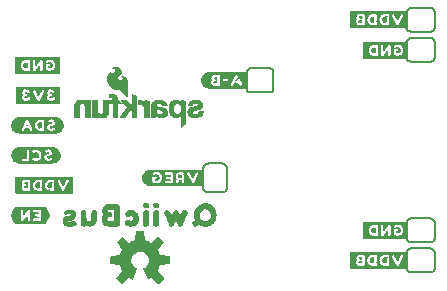
<source format=gbo>
G04 EAGLE Gerber RS-274X export*
G75*
%MOMM*%
%FSLAX34Y34*%
%LPD*%
%INSilkscreen Bottom*%
%IPPOS*%
%AMOC8*
5,1,8,0,0,1.08239X$1,22.5*%
G01*
%ADD10C,0.203200*%
%ADD11C,0.152400*%

G36*
X142425Y18030D02*
X142425Y18030D01*
X142481Y18030D01*
X142509Y18045D01*
X142541Y18050D01*
X142600Y18090D01*
X142636Y18108D01*
X142645Y18120D01*
X142661Y18131D01*
X146969Y22439D01*
X146986Y22466D01*
X147010Y22487D01*
X147031Y22539D01*
X147060Y22586D01*
X147063Y22618D01*
X147075Y22648D01*
X147072Y22703D01*
X147077Y22759D01*
X147065Y22789D01*
X147063Y22821D01*
X147029Y22884D01*
X147015Y22921D01*
X147004Y22931D01*
X146995Y22948D01*
X142028Y29039D01*
X143217Y31349D01*
X143224Y31375D01*
X143241Y31407D01*
X144033Y33881D01*
X151852Y34675D01*
X151883Y34685D01*
X151915Y34686D01*
X151964Y34713D01*
X152016Y34731D01*
X152039Y34754D01*
X152067Y34769D01*
X152099Y34815D01*
X152138Y34854D01*
X152148Y34885D01*
X152167Y34911D01*
X152180Y34981D01*
X152193Y35019D01*
X152191Y35034D01*
X152194Y35053D01*
X152194Y41147D01*
X152187Y41178D01*
X152189Y41210D01*
X152167Y41261D01*
X152155Y41316D01*
X152134Y41340D01*
X152122Y41370D01*
X152080Y41406D01*
X152045Y41449D01*
X152015Y41462D01*
X151991Y41483D01*
X151922Y41504D01*
X151886Y41520D01*
X151871Y41520D01*
X151852Y41525D01*
X144033Y42319D01*
X143241Y44793D01*
X143228Y44816D01*
X143217Y44851D01*
X142028Y47161D01*
X146995Y53252D01*
X147009Y53280D01*
X147030Y53304D01*
X147046Y53357D01*
X147071Y53407D01*
X147071Y53439D01*
X147080Y53470D01*
X147070Y53525D01*
X147070Y53581D01*
X147055Y53609D01*
X147050Y53641D01*
X147010Y53700D01*
X146992Y53736D01*
X146980Y53745D01*
X146969Y53761D01*
X142661Y58069D01*
X142634Y58086D01*
X142613Y58110D01*
X142561Y58131D01*
X142514Y58160D01*
X142482Y58163D01*
X142452Y58175D01*
X142397Y58172D01*
X142341Y58177D01*
X142311Y58165D01*
X142279Y58163D01*
X142216Y58129D01*
X142179Y58115D01*
X142169Y58104D01*
X142152Y58095D01*
X136061Y53128D01*
X133751Y54317D01*
X133725Y54324D01*
X133693Y54341D01*
X131219Y55133D01*
X130425Y62952D01*
X130417Y62978D01*
X130416Y62990D01*
X130415Y62993D01*
X130414Y63015D01*
X130387Y63064D01*
X130369Y63116D01*
X130346Y63139D01*
X130331Y63167D01*
X130285Y63199D01*
X130246Y63238D01*
X130215Y63248D01*
X130189Y63267D01*
X130119Y63280D01*
X130081Y63293D01*
X130066Y63291D01*
X130047Y63294D01*
X123953Y63294D01*
X123922Y63287D01*
X123890Y63289D01*
X123839Y63267D01*
X123784Y63255D01*
X123760Y63234D01*
X123730Y63222D01*
X123694Y63180D01*
X123651Y63145D01*
X123638Y63115D01*
X123617Y63091D01*
X123596Y63022D01*
X123580Y62986D01*
X123580Y62971D01*
X123578Y62964D01*
X123577Y62962D01*
X123577Y62961D01*
X123575Y62952D01*
X122781Y55133D01*
X120307Y54341D01*
X120284Y54328D01*
X120249Y54317D01*
X117939Y53128D01*
X111848Y58095D01*
X111820Y58109D01*
X111796Y58130D01*
X111743Y58146D01*
X111693Y58171D01*
X111661Y58171D01*
X111630Y58180D01*
X111575Y58170D01*
X111519Y58170D01*
X111491Y58155D01*
X111459Y58150D01*
X111400Y58110D01*
X111365Y58092D01*
X111355Y58080D01*
X111339Y58069D01*
X107031Y53761D01*
X107014Y53734D01*
X106990Y53713D01*
X106969Y53661D01*
X106940Y53614D01*
X106937Y53582D01*
X106925Y53552D01*
X106929Y53497D01*
X106923Y53441D01*
X106935Y53411D01*
X106937Y53379D01*
X106971Y53316D01*
X106985Y53279D01*
X106996Y53269D01*
X107005Y53252D01*
X111972Y47161D01*
X110783Y44851D01*
X110776Y44825D01*
X110759Y44793D01*
X109967Y42319D01*
X102148Y41525D01*
X102117Y41515D01*
X102085Y41514D01*
X102036Y41487D01*
X101984Y41469D01*
X101961Y41446D01*
X101933Y41431D01*
X101901Y41385D01*
X101862Y41346D01*
X101852Y41315D01*
X101833Y41289D01*
X101820Y41219D01*
X101807Y41181D01*
X101809Y41166D01*
X101806Y41147D01*
X101806Y35053D01*
X101813Y35022D01*
X101811Y34990D01*
X101833Y34939D01*
X101845Y34884D01*
X101866Y34860D01*
X101878Y34830D01*
X101920Y34794D01*
X101955Y34751D01*
X101985Y34738D01*
X102009Y34717D01*
X102078Y34696D01*
X102114Y34680D01*
X102129Y34680D01*
X102148Y34675D01*
X109967Y33881D01*
X110759Y31407D01*
X110772Y31384D01*
X110783Y31349D01*
X111972Y29039D01*
X107005Y22948D01*
X106991Y22920D01*
X106970Y22896D01*
X106954Y22843D01*
X106929Y22793D01*
X106929Y22761D01*
X106920Y22730D01*
X106930Y22675D01*
X106930Y22619D01*
X106945Y22591D01*
X106950Y22559D01*
X106990Y22500D01*
X107008Y22465D01*
X107020Y22455D01*
X107031Y22439D01*
X111339Y18131D01*
X111366Y18114D01*
X111387Y18090D01*
X111439Y18069D01*
X111486Y18040D01*
X111518Y18037D01*
X111548Y18025D01*
X111603Y18029D01*
X111659Y18023D01*
X111689Y18035D01*
X111721Y18037D01*
X111784Y18071D01*
X111821Y18085D01*
X111831Y18096D01*
X111848Y18105D01*
X117939Y23072D01*
X120248Y21882D01*
X120312Y21866D01*
X120375Y21843D01*
X120396Y21845D01*
X120416Y21840D01*
X120481Y21854D01*
X120547Y21861D01*
X120565Y21872D01*
X120585Y21877D01*
X120637Y21918D01*
X120693Y21954D01*
X120706Y21973D01*
X120721Y21985D01*
X120737Y22020D01*
X120773Y22074D01*
X124361Y30736D01*
X124366Y30768D01*
X124380Y30796D01*
X124380Y30852D01*
X124389Y30907D01*
X124380Y30938D01*
X124380Y30969D01*
X124355Y31020D01*
X124339Y31073D01*
X124317Y31096D01*
X124303Y31125D01*
X124247Y31171D01*
X124220Y31199D01*
X124206Y31204D01*
X124191Y31217D01*
X122814Y31961D01*
X121648Y32945D01*
X120708Y34147D01*
X120034Y35515D01*
X119653Y36993D01*
X119581Y38517D01*
X119823Y40023D01*
X120367Y41449D01*
X121191Y42733D01*
X122260Y43822D01*
X123528Y44670D01*
X124943Y45240D01*
X126445Y45510D01*
X127970Y45467D01*
X129454Y45114D01*
X130835Y44464D01*
X132054Y43547D01*
X133060Y42400D01*
X133811Y41071D01*
X134274Y39618D01*
X134431Y38099D01*
X134288Y36650D01*
X133865Y35256D01*
X133179Y33972D01*
X132255Y32846D01*
X131129Y31922D01*
X129811Y31217D01*
X129786Y31196D01*
X129757Y31182D01*
X129722Y31139D01*
X129681Y31103D01*
X129668Y31073D01*
X129648Y31048D01*
X129636Y30994D01*
X129615Y30943D01*
X129617Y30910D01*
X129610Y30878D01*
X129624Y30809D01*
X129627Y30770D01*
X129635Y30756D01*
X129639Y30736D01*
X133227Y22074D01*
X133266Y22020D01*
X133298Y21963D01*
X133315Y21951D01*
X133328Y21934D01*
X133386Y21903D01*
X133441Y21865D01*
X133462Y21862D01*
X133481Y21852D01*
X133547Y21851D01*
X133613Y21841D01*
X133636Y21848D01*
X133654Y21847D01*
X133689Y21864D01*
X133752Y21882D01*
X136061Y23072D01*
X142152Y18105D01*
X142180Y18091D01*
X142204Y18070D01*
X142257Y18054D01*
X142307Y18029D01*
X142339Y18029D01*
X142370Y18020D01*
X142425Y18030D01*
G37*
G36*
X180159Y101018D02*
X180159Y101018D01*
X180204Y101030D01*
X180207Y101036D01*
X180215Y101039D01*
X180264Y101135D01*
X180261Y101144D01*
X180264Y101150D01*
X180264Y114750D01*
X180247Y114794D01*
X180235Y114839D01*
X180229Y114842D01*
X180226Y114850D01*
X180130Y114899D01*
X180121Y114896D01*
X180115Y114899D01*
X176815Y114899D01*
X176804Y114895D01*
X176792Y114897D01*
X176770Y114882D01*
X176768Y114881D01*
X176739Y114887D01*
X176715Y114899D01*
X135415Y114899D01*
X135403Y114895D01*
X135394Y114898D01*
X134694Y114798D01*
X134692Y114797D01*
X134690Y114797D01*
X134090Y114697D01*
X134082Y114692D01*
X134074Y114694D01*
X133374Y114494D01*
X133371Y114491D01*
X133368Y114492D01*
X132768Y114292D01*
X132758Y114283D01*
X132748Y114284D01*
X132148Y113984D01*
X132141Y113975D01*
X132132Y113974D01*
X131532Y113574D01*
X131528Y113568D01*
X131522Y113567D01*
X131022Y113167D01*
X131017Y113158D01*
X131009Y113156D01*
X130009Y112156D01*
X129998Y112129D01*
X129982Y112117D01*
X129686Y111525D01*
X129291Y110933D01*
X129286Y110909D01*
X129273Y110897D01*
X128873Y109697D01*
X128874Y109693D01*
X128872Y109691D01*
X128672Y108991D01*
X128674Y108966D01*
X128666Y108950D01*
X128666Y106950D01*
X128675Y106926D01*
X128672Y106909D01*
X128872Y106209D01*
X128874Y106206D01*
X128873Y106203D01*
X129072Y105606D01*
X129272Y104909D01*
X129294Y104880D01*
X129298Y104857D01*
X129694Y104362D01*
X130091Y103767D01*
X130097Y103763D01*
X130098Y103757D01*
X130498Y103257D01*
X130507Y103252D01*
X130509Y103244D01*
X131009Y102744D01*
X131019Y102740D01*
X131022Y102733D01*
X131522Y102333D01*
X131529Y102331D01*
X131532Y102326D01*
X132132Y101926D01*
X132143Y101923D01*
X132148Y101917D01*
X132748Y101617D01*
X132761Y101615D01*
X132768Y101608D01*
X133368Y101408D01*
X133372Y101409D01*
X133374Y101407D01*
X134074Y101207D01*
X134084Y101207D01*
X134090Y101203D01*
X134690Y101103D01*
X134693Y101103D01*
X134694Y101102D01*
X135394Y101002D01*
X135406Y101005D01*
X135415Y101001D01*
X180115Y101001D01*
X180159Y101018D01*
G37*
G36*
X352987Y234992D02*
X352987Y234992D01*
X352999Y234989D01*
X353499Y235089D01*
X353527Y235106D01*
X353559Y235115D01*
X353567Y235132D01*
X353590Y235146D01*
X353609Y235214D01*
X353619Y235235D01*
X353619Y248135D01*
X353614Y248149D01*
X353617Y248160D01*
X353517Y248760D01*
X353499Y248790D01*
X353490Y248824D01*
X353475Y248832D01*
X353463Y248852D01*
X353388Y248875D01*
X353370Y248884D01*
X350170Y248884D01*
X350156Y248879D01*
X350141Y248881D01*
X350123Y248867D01*
X350094Y248872D01*
X350070Y248884D01*
X305370Y248884D01*
X305356Y248879D01*
X305345Y248882D01*
X304745Y248782D01*
X304715Y248764D01*
X304681Y248755D01*
X304673Y248740D01*
X304653Y248728D01*
X304630Y248653D01*
X304621Y248635D01*
X304621Y235735D01*
X304626Y235721D01*
X304623Y235710D01*
X304723Y235110D01*
X304741Y235080D01*
X304750Y235046D01*
X304765Y235038D01*
X304777Y235018D01*
X304852Y234995D01*
X304870Y234986D01*
X352970Y234986D01*
X352987Y234992D01*
G37*
G36*
X352987Y31157D02*
X352987Y31157D01*
X352999Y31154D01*
X353499Y31254D01*
X353527Y31271D01*
X353559Y31280D01*
X353567Y31297D01*
X353590Y31311D01*
X353609Y31379D01*
X353619Y31400D01*
X353619Y44300D01*
X353614Y44314D01*
X353617Y44325D01*
X353517Y44925D01*
X353499Y44955D01*
X353490Y44989D01*
X353475Y44997D01*
X353463Y45017D01*
X353388Y45040D01*
X353370Y45049D01*
X350170Y45049D01*
X350156Y45044D01*
X350141Y45046D01*
X350123Y45032D01*
X350094Y45037D01*
X350070Y45049D01*
X305370Y45049D01*
X305356Y45044D01*
X305345Y45047D01*
X304745Y44947D01*
X304715Y44929D01*
X304681Y44920D01*
X304673Y44905D01*
X304653Y44893D01*
X304630Y44818D01*
X304621Y44800D01*
X304621Y31900D01*
X304626Y31886D01*
X304623Y31875D01*
X304723Y31275D01*
X304741Y31245D01*
X304750Y31211D01*
X304765Y31203D01*
X304777Y31183D01*
X304852Y31160D01*
X304870Y31151D01*
X352970Y31151D01*
X352987Y31157D01*
G37*
G36*
X69777Y94657D02*
X69777Y94657D01*
X69789Y94654D01*
X70289Y94754D01*
X70317Y94771D01*
X70349Y94780D01*
X70357Y94797D01*
X70380Y94811D01*
X70399Y94879D01*
X70409Y94900D01*
X70409Y107800D01*
X70404Y107814D01*
X70407Y107825D01*
X70307Y108425D01*
X70289Y108455D01*
X70280Y108489D01*
X70265Y108497D01*
X70253Y108517D01*
X70178Y108540D01*
X70160Y108549D01*
X66960Y108549D01*
X66946Y108544D01*
X66931Y108546D01*
X66913Y108532D01*
X66884Y108537D01*
X66860Y108549D01*
X22160Y108549D01*
X22146Y108544D01*
X22135Y108547D01*
X21535Y108447D01*
X21505Y108429D01*
X21471Y108420D01*
X21463Y108405D01*
X21443Y108393D01*
X21420Y108318D01*
X21411Y108300D01*
X21411Y95400D01*
X21416Y95386D01*
X21413Y95375D01*
X21513Y94775D01*
X21531Y94745D01*
X21540Y94711D01*
X21555Y94703D01*
X21567Y94683D01*
X21642Y94660D01*
X21660Y94651D01*
X69760Y94651D01*
X69777Y94657D01*
G37*
G36*
X55842Y145455D02*
X55842Y145455D01*
X55851Y145452D01*
X56551Y145552D01*
X56562Y145558D01*
X56571Y145557D01*
X57271Y145757D01*
X57274Y145759D01*
X57277Y145758D01*
X58477Y146158D01*
X58496Y146174D01*
X58513Y146176D01*
X59105Y146571D01*
X59697Y146867D01*
X59717Y146888D01*
X59736Y146894D01*
X60736Y147894D01*
X60740Y147904D01*
X60747Y147907D01*
X61147Y148407D01*
X61152Y148425D01*
X61164Y148433D01*
X62064Y150233D01*
X62066Y150262D01*
X62078Y150279D01*
X62176Y150969D01*
X62374Y151659D01*
X62371Y151684D01*
X62379Y151700D01*
X62379Y153000D01*
X62375Y153012D01*
X62378Y153021D01*
X62278Y153721D01*
X62270Y153735D01*
X62272Y153747D01*
X62073Y154344D01*
X61874Y155041D01*
X61863Y155054D01*
X61864Y155067D01*
X61264Y156267D01*
X61254Y156275D01*
X61252Y156286D01*
X61248Y156288D01*
X61247Y156293D01*
X60847Y156793D01*
X60838Y156798D01*
X60836Y156806D01*
X59836Y157806D01*
X59819Y157813D01*
X59813Y157824D01*
X59213Y158224D01*
X59209Y158225D01*
X59207Y158228D01*
X58707Y158528D01*
X58695Y158530D01*
X58689Y158537D01*
X57989Y158837D01*
X57981Y158837D01*
X57977Y158842D01*
X57377Y159042D01*
X57373Y159041D01*
X57371Y159044D01*
X56671Y159244D01*
X56661Y159243D01*
X56655Y159247D01*
X56055Y159347D01*
X56040Y159344D01*
X56030Y159349D01*
X55530Y159349D01*
X55524Y159347D01*
X55518Y159349D01*
X55500Y159338D01*
X55481Y159330D01*
X55449Y159340D01*
X55430Y159349D01*
X24330Y159349D01*
X24318Y159345D01*
X24309Y159348D01*
X22909Y159148D01*
X22895Y159140D01*
X22883Y159142D01*
X22283Y158942D01*
X22273Y158933D01*
X22263Y158934D01*
X21063Y158334D01*
X21056Y158325D01*
X21047Y158324D01*
X20447Y157924D01*
X20443Y157918D01*
X20437Y157917D01*
X19937Y157517D01*
X19932Y157508D01*
X19924Y157506D01*
X19424Y157006D01*
X19417Y156989D01*
X19406Y156983D01*
X19009Y156388D01*
X18613Y155893D01*
X18608Y155875D01*
X18597Y155867D01*
X18297Y155267D01*
X18295Y155250D01*
X18287Y155241D01*
X18087Y154544D01*
X17888Y153947D01*
X17889Y153931D01*
X17882Y153921D01*
X17682Y152521D01*
X17689Y152494D01*
X17683Y152475D01*
X17781Y151888D01*
X17781Y151200D01*
X17790Y151176D01*
X17787Y151159D01*
X17987Y150459D01*
X17989Y150456D01*
X17988Y150453D01*
X18188Y149853D01*
X18197Y149843D01*
X18197Y149833D01*
X18797Y148633D01*
X18805Y148626D01*
X18806Y148617D01*
X19206Y148017D01*
X19220Y148007D01*
X19224Y147994D01*
X19724Y147494D01*
X19734Y147490D01*
X19737Y147483D01*
X20737Y146683D01*
X20744Y146681D01*
X20747Y146676D01*
X21347Y146276D01*
X21358Y146273D01*
X21363Y146267D01*
X21963Y145967D01*
X21980Y145965D01*
X21989Y145957D01*
X22686Y145757D01*
X23283Y145558D01*
X23312Y145560D01*
X23330Y145551D01*
X24019Y145551D01*
X24709Y145452D01*
X24721Y145455D01*
X24730Y145451D01*
X55830Y145451D01*
X55842Y145455D01*
G37*
G36*
X52802Y120055D02*
X52802Y120055D01*
X52811Y120052D01*
X53501Y120151D01*
X54190Y120151D01*
X54217Y120161D01*
X54237Y120158D01*
X54834Y120357D01*
X55531Y120557D01*
X55544Y120567D01*
X55557Y120567D01*
X56157Y120867D01*
X56164Y120875D01*
X56173Y120876D01*
X56773Y121276D01*
X56777Y121282D01*
X56779Y121283D01*
X56783Y121283D01*
X57783Y122083D01*
X57788Y122092D01*
X57796Y122094D01*
X58296Y122594D01*
X58303Y122611D01*
X58314Y122617D01*
X58714Y123217D01*
X58715Y123221D01*
X58718Y123223D01*
X59018Y123723D01*
X59019Y123730D01*
X59024Y123733D01*
X59324Y124333D01*
X59325Y124350D01*
X59334Y124359D01*
X59532Y125055D01*
X59732Y125653D01*
X59731Y125669D01*
X59738Y125679D01*
X59838Y126379D01*
X59835Y126391D01*
X59839Y126400D01*
X59839Y127800D01*
X59829Y127827D01*
X59832Y127847D01*
X59636Y128434D01*
X59538Y129121D01*
X59523Y129147D01*
X59524Y129167D01*
X58624Y130967D01*
X58609Y130980D01*
X58607Y130993D01*
X58207Y131493D01*
X58198Y131498D01*
X58196Y131506D01*
X57196Y132506D01*
X57169Y132517D01*
X57157Y132534D01*
X56565Y132829D01*
X55973Y133224D01*
X55949Y133229D01*
X55937Y133242D01*
X54737Y133642D01*
X54733Y133641D01*
X54731Y133644D01*
X54031Y133844D01*
X54019Y133842D01*
X54011Y133848D01*
X53311Y133948D01*
X53299Y133945D01*
X53290Y133949D01*
X52990Y133949D01*
X52983Y133946D01*
X52975Y133949D01*
X52956Y133936D01*
X52942Y133931D01*
X52913Y133938D01*
X52890Y133949D01*
X24490Y133949D01*
X24478Y133945D01*
X24469Y133948D01*
X23769Y133848D01*
X23755Y133840D01*
X23743Y133842D01*
X23146Y133643D01*
X22449Y133444D01*
X22446Y133441D01*
X22443Y133442D01*
X21843Y133242D01*
X21824Y133226D01*
X21807Y133224D01*
X21207Y132824D01*
X21203Y132818D01*
X21197Y132817D01*
X20197Y132017D01*
X20192Y132008D01*
X20184Y132006D01*
X19684Y131506D01*
X19680Y131496D01*
X19673Y131493D01*
X19273Y130993D01*
X19271Y130986D01*
X19266Y130983D01*
X18866Y130383D01*
X18863Y130372D01*
X18857Y130367D01*
X18557Y129767D01*
X18555Y129750D01*
X18547Y129741D01*
X18347Y129044D01*
X18148Y128447D01*
X18149Y128433D01*
X18146Y128426D01*
X18142Y128421D01*
X18042Y127721D01*
X18045Y127709D01*
X18041Y127700D01*
X18041Y126400D01*
X18045Y126388D01*
X18042Y126379D01*
X18142Y125679D01*
X18148Y125668D01*
X18147Y125659D01*
X18347Y124959D01*
X18349Y124956D01*
X18348Y124953D01*
X18548Y124353D01*
X18557Y124343D01*
X18557Y124333D01*
X19157Y123133D01*
X19171Y123120D01*
X19173Y123107D01*
X19573Y122607D01*
X19582Y122602D01*
X19584Y122594D01*
X20584Y121594D01*
X20594Y121590D01*
X20597Y121583D01*
X21097Y121183D01*
X21115Y121178D01*
X21123Y121167D01*
X22323Y120567D01*
X22340Y120565D01*
X22349Y120557D01*
X23046Y120357D01*
X23643Y120158D01*
X23659Y120159D01*
X23669Y120152D01*
X24369Y120052D01*
X24381Y120055D01*
X24390Y120051D01*
X52790Y120051D01*
X52802Y120055D01*
G37*
G36*
X352884Y56556D02*
X352884Y56556D01*
X352895Y56553D01*
X353495Y56653D01*
X353525Y56671D01*
X353559Y56680D01*
X353567Y56695D01*
X353587Y56707D01*
X353610Y56782D01*
X353619Y56800D01*
X353619Y70300D01*
X353602Y70344D01*
X353590Y70389D01*
X353584Y70392D01*
X353581Y70400D01*
X353485Y70449D01*
X353476Y70446D01*
X353470Y70449D01*
X350170Y70449D01*
X350169Y70449D01*
X350168Y70449D01*
X350163Y70447D01*
X350120Y70430D01*
X350082Y70443D01*
X350070Y70449D01*
X316270Y70449D01*
X316256Y70444D01*
X316245Y70447D01*
X315645Y70347D01*
X315615Y70329D01*
X315581Y70320D01*
X315573Y70305D01*
X315553Y70293D01*
X315530Y70218D01*
X315521Y70200D01*
X315521Y56700D01*
X315538Y56656D01*
X315550Y56611D01*
X315556Y56608D01*
X315559Y56600D01*
X315655Y56551D01*
X315664Y56554D01*
X315670Y56551D01*
X352870Y56551D01*
X352884Y56556D01*
G37*
G36*
X352884Y208956D02*
X352884Y208956D01*
X352895Y208953D01*
X353495Y209053D01*
X353525Y209071D01*
X353559Y209080D01*
X353567Y209095D01*
X353587Y209107D01*
X353610Y209182D01*
X353619Y209200D01*
X353619Y222700D01*
X353602Y222744D01*
X353590Y222789D01*
X353584Y222792D01*
X353581Y222800D01*
X353485Y222849D01*
X353476Y222846D01*
X353470Y222849D01*
X350170Y222849D01*
X350169Y222849D01*
X350168Y222849D01*
X350163Y222847D01*
X350120Y222830D01*
X350082Y222843D01*
X350070Y222849D01*
X316270Y222849D01*
X316256Y222844D01*
X316245Y222847D01*
X315645Y222747D01*
X315615Y222729D01*
X315581Y222720D01*
X315573Y222705D01*
X315553Y222693D01*
X315530Y222618D01*
X315521Y222600D01*
X315521Y209100D01*
X315538Y209056D01*
X315550Y209011D01*
X315556Y209008D01*
X315559Y209000D01*
X315655Y208951D01*
X315664Y208954D01*
X315670Y208951D01*
X352870Y208951D01*
X352884Y208956D01*
G37*
G36*
X58244Y196256D02*
X58244Y196256D01*
X58255Y196253D01*
X58855Y196353D01*
X58885Y196371D01*
X58919Y196380D01*
X58927Y196395D01*
X58947Y196407D01*
X58970Y196482D01*
X58979Y196500D01*
X58979Y210000D01*
X58962Y210044D01*
X58950Y210089D01*
X58944Y210092D01*
X58941Y210100D01*
X58845Y210149D01*
X58836Y210146D01*
X58830Y210149D01*
X55530Y210149D01*
X55529Y210149D01*
X55528Y210149D01*
X55523Y210147D01*
X55480Y210130D01*
X55442Y210143D01*
X55430Y210149D01*
X21630Y210149D01*
X21616Y210144D01*
X21605Y210147D01*
X21005Y210047D01*
X20975Y210029D01*
X20941Y210020D01*
X20933Y210005D01*
X20913Y209993D01*
X20890Y209918D01*
X20881Y209900D01*
X20881Y196400D01*
X20898Y196356D01*
X20910Y196311D01*
X20916Y196308D01*
X20919Y196300D01*
X21015Y196251D01*
X21024Y196254D01*
X21030Y196251D01*
X58230Y196251D01*
X58244Y196256D01*
G37*
G36*
X58363Y170863D02*
X58363Y170863D01*
X58385Y170861D01*
X58885Y171061D01*
X58900Y171075D01*
X58919Y171080D01*
X58931Y171103D01*
X58964Y171135D01*
X58968Y171177D01*
X58979Y171200D01*
X58979Y184100D01*
X58967Y184133D01*
X58969Y184155D01*
X58769Y184655D01*
X58758Y184666D01*
X58757Y184671D01*
X58755Y184672D01*
X58750Y184689D01*
X58727Y184701D01*
X58695Y184734D01*
X58653Y184738D01*
X58630Y184749D01*
X55530Y184749D01*
X55524Y184747D01*
X55517Y184749D01*
X55498Y184737D01*
X55481Y184731D01*
X55452Y184738D01*
X55430Y184749D01*
X22330Y184749D01*
X22316Y184744D01*
X22305Y184747D01*
X21705Y184647D01*
X21675Y184629D01*
X21641Y184620D01*
X21633Y184605D01*
X21613Y184593D01*
X21590Y184518D01*
X21581Y184500D01*
X21581Y171600D01*
X21586Y171586D01*
X21583Y171575D01*
X21683Y170975D01*
X21701Y170945D01*
X21710Y170911D01*
X21725Y170903D01*
X21737Y170883D01*
X21812Y170860D01*
X21830Y170851D01*
X58330Y170851D01*
X58363Y170863D01*
G37*
G36*
X216763Y183558D02*
X216763Y183558D01*
X216783Y183556D01*
X216803Y183573D01*
X216845Y183589D01*
X216865Y183628D01*
X216884Y183645D01*
X217084Y184145D01*
X217084Y184180D01*
X217094Y184200D01*
X217094Y197000D01*
X217056Y197100D01*
X217040Y197108D01*
X217035Y197119D01*
X216635Y197419D01*
X216566Y197439D01*
X216545Y197449D01*
X213645Y197449D01*
X213595Y197430D01*
X213548Y197449D01*
X213546Y197449D01*
X213545Y197449D01*
X185145Y197449D01*
X185133Y197445D01*
X185124Y197448D01*
X183724Y197248D01*
X183710Y197240D01*
X183698Y197242D01*
X183098Y197042D01*
X183088Y197033D01*
X183078Y197034D01*
X181878Y196434D01*
X181871Y196425D01*
X181862Y196424D01*
X181262Y196024D01*
X181252Y196010D01*
X181239Y196006D01*
X180745Y195511D01*
X180252Y195117D01*
X180238Y195092D01*
X180221Y195083D01*
X179824Y194488D01*
X179428Y193993D01*
X179421Y193970D01*
X179408Y193959D01*
X179108Y193259D01*
X179108Y193251D01*
X179103Y193247D01*
X178703Y192047D01*
X178704Y192031D01*
X178697Y192021D01*
X178497Y190621D01*
X178503Y190596D01*
X178497Y190579D01*
X178597Y189879D01*
X178598Y189877D01*
X178598Y189875D01*
X178698Y189277D01*
X178797Y188579D01*
X178805Y188565D01*
X178803Y188553D01*
X179003Y187953D01*
X179012Y187943D01*
X179012Y187933D01*
X179312Y187333D01*
X179320Y187326D01*
X179321Y187317D01*
X180121Y186117D01*
X180127Y186113D01*
X180128Y186107D01*
X180528Y185607D01*
X180546Y185597D01*
X180552Y185583D01*
X181052Y185183D01*
X181059Y185181D01*
X181062Y185176D01*
X181657Y184779D01*
X182152Y184383D01*
X182175Y184376D01*
X182186Y184363D01*
X182886Y184063D01*
X182894Y184063D01*
X182898Y184058D01*
X183498Y183858D01*
X183502Y183859D01*
X183504Y183857D01*
X184204Y183657D01*
X184229Y183659D01*
X184245Y183651D01*
X184834Y183651D01*
X185524Y183552D01*
X185536Y183555D01*
X185545Y183551D01*
X216745Y183551D01*
X216763Y183558D01*
G37*
G36*
X46814Y69256D02*
X46814Y69256D01*
X46825Y69253D01*
X47425Y69353D01*
X47517Y69407D01*
X47522Y69424D01*
X47533Y69432D01*
X50933Y76032D01*
X50933Y76033D01*
X50933Y76036D01*
X50940Y76101D01*
X50940Y76102D01*
X50944Y76138D01*
X50933Y76153D01*
X50934Y76167D01*
X50634Y76766D01*
X47634Y82866D01*
X47555Y82939D01*
X47550Y82939D01*
X47547Y82942D01*
X46947Y83142D01*
X46918Y83140D01*
X46900Y83149D01*
X44100Y83149D01*
X44082Y83142D01*
X44063Y83145D01*
X44053Y83136D01*
X44023Y83138D01*
X44000Y83149D01*
X21000Y83149D01*
X20900Y83111D01*
X20893Y83098D01*
X20883Y83093D01*
X20483Y82593D01*
X20478Y82576D01*
X20467Y82569D01*
X17367Y76569D01*
X17360Y76498D01*
X17353Y76475D01*
X17453Y75875D01*
X17466Y75853D01*
X17466Y75834D01*
X20466Y69734D01*
X20488Y69714D01*
X20494Y69694D01*
X20894Y69294D01*
X20993Y69251D01*
X20997Y69252D01*
X21000Y69251D01*
X46800Y69251D01*
X46814Y69256D01*
G37*
G36*
X183651Y66651D02*
X183651Y66651D01*
X183669Y66660D01*
X183684Y66657D01*
X184984Y67057D01*
X184986Y67059D01*
X184987Y67058D01*
X186187Y67458D01*
X186202Y67470D01*
X186215Y67471D01*
X187415Y68171D01*
X187427Y68185D01*
X187440Y68189D01*
X187652Y68380D01*
X187653Y68380D01*
X188150Y68828D01*
X188440Y69089D01*
X188442Y69093D01*
X188446Y69094D01*
X189446Y70094D01*
X189451Y70107D01*
X189461Y70112D01*
X190261Y71212D01*
X190265Y71227D01*
X190274Y71233D01*
X190874Y72433D01*
X190875Y72446D01*
X190882Y72453D01*
X191282Y73653D01*
X191281Y73663D01*
X191286Y73669D01*
X191586Y75069D01*
X191584Y75081D01*
X191589Y75089D01*
X191689Y76389D01*
X191685Y76401D01*
X191689Y76411D01*
X191589Y77811D01*
X191583Y77823D01*
X191585Y77834D01*
X191285Y79134D01*
X191282Y79139D01*
X191283Y79144D01*
X190883Y80444D01*
X190875Y80453D01*
X190876Y80463D01*
X190276Y81763D01*
X190267Y81771D01*
X190266Y81780D01*
X189566Y82880D01*
X189550Y82892D01*
X189546Y82906D01*
X188646Y83806D01*
X188637Y83809D01*
X188635Y83816D01*
X187535Y84716D01*
X187521Y84720D01*
X187515Y84729D01*
X186315Y85429D01*
X186303Y85431D01*
X186297Y85438D01*
X185097Y85938D01*
X185082Y85938D01*
X185074Y85945D01*
X183774Y86245D01*
X183760Y86244D01*
X183751Y86249D01*
X182451Y86349D01*
X182445Y86347D01*
X182440Y86349D01*
X181040Y86349D01*
X181021Y86342D01*
X181006Y86345D01*
X179706Y86045D01*
X179701Y86042D01*
X179696Y86043D01*
X178396Y85643D01*
X178377Y85628D01*
X178360Y85626D01*
X177260Y84926D01*
X177259Y84924D01*
X177257Y84924D01*
X176057Y84124D01*
X176050Y84114D01*
X176040Y84111D01*
X175723Y83825D01*
X175225Y83377D01*
X175040Y83211D01*
X175032Y83194D01*
X175019Y83188D01*
X174219Y82088D01*
X174218Y82082D01*
X174214Y82080D01*
X173514Y80980D01*
X173511Y80965D01*
X173502Y80957D01*
X173002Y79757D01*
X173002Y79742D01*
X172995Y79734D01*
X172695Y78434D01*
X172697Y78420D01*
X172691Y78411D01*
X172591Y77011D01*
X172593Y77004D01*
X172591Y77000D01*
X172591Y75600D01*
X172596Y75587D01*
X172593Y75577D01*
X172793Y74277D01*
X172799Y74266D01*
X172797Y74256D01*
X173197Y72956D01*
X173199Y72954D01*
X173198Y72953D01*
X173461Y72165D01*
X172262Y71427D01*
X172255Y71418D01*
X172247Y71417D01*
X171247Y70617D01*
X171212Y70557D01*
X171196Y70539D01*
X170896Y69439D01*
X170900Y69404D01*
X170898Y69401D01*
X170901Y69391D01*
X170907Y69337D01*
X170907Y69333D01*
X171507Y68133D01*
X171522Y68119D01*
X171525Y68104D01*
X172525Y66904D01*
X172596Y66865D01*
X172611Y66854D01*
X173611Y66654D01*
X173678Y66665D01*
X173703Y66665D01*
X175003Y67265D01*
X175016Y67278D01*
X175030Y67281D01*
X176176Y68141D01*
X177091Y67958D01*
X178273Y67367D01*
X178279Y67366D01*
X178283Y67362D01*
X179483Y66862D01*
X179504Y66862D01*
X179517Y66853D01*
X180817Y66653D01*
X180824Y66654D01*
X180829Y66651D01*
X182229Y66551D01*
X182242Y66555D01*
X182251Y66551D01*
X183651Y66651D01*
G37*
G36*
X107050Y66555D02*
X107050Y66555D01*
X107059Y66552D01*
X108659Y66752D01*
X108713Y66781D01*
X108738Y66788D01*
X109538Y67488D01*
X109588Y67583D01*
X109587Y67587D01*
X109589Y67589D01*
X109689Y68989D01*
X109687Y68996D01*
X109689Y69000D01*
X109689Y84100D01*
X109681Y84122D01*
X109684Y84139D01*
X109384Y85239D01*
X109348Y85288D01*
X109346Y85296D01*
X109340Y85299D01*
X109320Y85326D01*
X109311Y85328D01*
X109307Y85334D01*
X108307Y85834D01*
X108270Y85837D01*
X108249Y85849D01*
X106649Y85949D01*
X106644Y85947D01*
X106640Y85949D01*
X101240Y85949D01*
X101234Y85947D01*
X101230Y85949D01*
X99730Y85849D01*
X99717Y85843D01*
X99706Y85845D01*
X98406Y85545D01*
X98381Y85528D01*
X98360Y85526D01*
X97260Y84826D01*
X97251Y84814D01*
X97240Y84811D01*
X96240Y83911D01*
X96227Y83886D01*
X96211Y83875D01*
X95511Y82675D01*
X95509Y82663D01*
X95502Y82657D01*
X95002Y81457D01*
X95001Y81428D01*
X94991Y81411D01*
X94891Y80011D01*
X94895Y79999D01*
X94894Y79998D01*
X94896Y79989D01*
X94893Y79977D01*
X95093Y78677D01*
X95102Y78661D01*
X95101Y78646D01*
X95601Y77346D01*
X95611Y77335D01*
X95612Y77323D01*
X95894Y76853D01*
X95119Y75788D01*
X95114Y75767D01*
X95102Y75757D01*
X94602Y74557D01*
X94602Y74536D01*
X94593Y74523D01*
X94393Y73223D01*
X94397Y73203D01*
X94391Y73190D01*
X94491Y71690D01*
X94498Y71676D01*
X94495Y71664D01*
X94795Y70464D01*
X94810Y70443D01*
X94811Y70425D01*
X95511Y69225D01*
X95525Y69213D01*
X95529Y69200D01*
X96429Y68200D01*
X96441Y68194D01*
X96446Y68185D01*
X97546Y67285D01*
X97571Y67276D01*
X97583Y67262D01*
X98783Y66762D01*
X98805Y66762D01*
X98819Y66752D01*
X100219Y66552D01*
X100231Y66555D01*
X100240Y66551D01*
X107040Y66551D01*
X107050Y66555D01*
G37*
G36*
X116235Y175991D02*
X116235Y175991D01*
X116286Y175993D01*
X116318Y176011D01*
X116354Y176019D01*
X116393Y176052D01*
X116438Y176076D01*
X116459Y176106D01*
X116487Y176129D01*
X116508Y176176D01*
X116538Y176218D01*
X116546Y176260D01*
X116558Y176288D01*
X116557Y176318D01*
X116565Y176360D01*
X116565Y189160D01*
X116561Y189178D01*
X116563Y189202D01*
X116363Y191002D01*
X116352Y191033D01*
X116346Y191080D01*
X116146Y191680D01*
X116133Y191700D01*
X116125Y191730D01*
X115825Y192330D01*
X115817Y192340D01*
X115811Y192356D01*
X115511Y192856D01*
X115497Y192870D01*
X115488Y192889D01*
X115411Y192959D01*
X115390Y192980D01*
X115385Y192982D01*
X115381Y192986D01*
X114897Y193276D01*
X114513Y193564D01*
X114478Y193579D01*
X114426Y193613D01*
X113426Y194013D01*
X113393Y194018D01*
X113348Y194035D01*
X112748Y194135D01*
X112721Y194133D01*
X112685Y194140D01*
X111885Y194140D01*
X111849Y194132D01*
X111793Y194129D01*
X111438Y194040D01*
X111285Y194040D01*
X111270Y194037D01*
X111255Y194039D01*
X111123Y194002D01*
X111116Y194001D01*
X111116Y194000D01*
X111115Y194000D01*
X110915Y193900D01*
X110896Y193884D01*
X110872Y193875D01*
X110830Y193829D01*
X110782Y193789D01*
X110772Y193767D01*
X110755Y193748D01*
X110737Y193688D01*
X110711Y193631D01*
X110713Y193606D01*
X110705Y193582D01*
X110716Y193520D01*
X110719Y193458D01*
X110731Y193436D01*
X110735Y193411D01*
X110784Y193338D01*
X110802Y193306D01*
X110810Y193301D01*
X110816Y193291D01*
X110916Y193191D01*
X110948Y193171D01*
X111015Y193120D01*
X111415Y192920D01*
X111438Y192914D01*
X111465Y192899D01*
X111680Y192828D01*
X111990Y192518D01*
X112140Y192292D01*
X112205Y192098D01*
X112205Y191922D01*
X112133Y191706D01*
X111973Y191385D01*
X111743Y191156D01*
X111507Y190998D01*
X111076Y190826D01*
X110647Y190740D01*
X109932Y190740D01*
X109241Y190913D01*
X108745Y191244D01*
X108424Y191645D01*
X108265Y192122D01*
X108265Y192682D01*
X108511Y193255D01*
X109171Y194009D01*
X109969Y194907D01*
X109970Y194909D01*
X109971Y194910D01*
X110671Y195710D01*
X110687Y195739D01*
X110717Y195775D01*
X111217Y196675D01*
X111228Y196713D01*
X111256Y196778D01*
X111456Y197678D01*
X111456Y197711D01*
X111465Y197760D01*
X111465Y198560D01*
X111457Y198597D01*
X111446Y198680D01*
X111146Y199580D01*
X111125Y199614D01*
X111094Y199681D01*
X110594Y200381D01*
X110568Y200404D01*
X110538Y200444D01*
X109638Y201244D01*
X109607Y201261D01*
X109567Y201294D01*
X108467Y201894D01*
X108431Y201904D01*
X108353Y201934D01*
X107253Y202134D01*
X107224Y202133D01*
X107185Y202140D01*
X106185Y202140D01*
X106148Y202132D01*
X106065Y202121D01*
X105165Y201821D01*
X105159Y201817D01*
X105152Y201816D01*
X104352Y201516D01*
X104337Y201506D01*
X104315Y201500D01*
X104149Y201417D01*
X103715Y201200D01*
X103693Y201182D01*
X103657Y201164D01*
X103257Y200864D01*
X103242Y200846D01*
X103216Y200829D01*
X103116Y200729D01*
X103103Y200707D01*
X103083Y200691D01*
X103057Y200634D01*
X103025Y200582D01*
X103022Y200556D01*
X103012Y200532D01*
X103014Y200471D01*
X103008Y200409D01*
X103017Y200385D01*
X103018Y200359D01*
X103048Y200305D01*
X103070Y200247D01*
X103089Y200230D01*
X103101Y200207D01*
X103152Y200172D01*
X103197Y200130D01*
X103222Y200122D01*
X103243Y200107D01*
X103327Y200091D01*
X103363Y200080D01*
X103373Y200082D01*
X103385Y200080D01*
X103685Y200080D01*
X103722Y200088D01*
X103805Y200099D01*
X104047Y200180D01*
X104238Y200180D01*
X104593Y200091D01*
X104601Y200091D01*
X104610Y200087D01*
X105061Y199997D01*
X105384Y199835D01*
X105705Y199595D01*
X105840Y199392D01*
X105924Y199140D01*
X105937Y199120D01*
X105945Y199090D01*
X106033Y198914D01*
X106084Y198760D01*
X106024Y198580D01*
X106023Y198567D01*
X106016Y198552D01*
X105932Y198216D01*
X105769Y197971D01*
X105761Y197951D01*
X105745Y197930D01*
X105573Y197585D01*
X105343Y197356D01*
X105074Y197176D01*
X105067Y197169D01*
X105057Y197164D01*
X104665Y196871D01*
X104394Y196690D01*
X103962Y196474D01*
X103695Y196340D01*
X103147Y196340D01*
X102954Y196405D01*
X102805Y196504D01*
X102665Y196922D01*
X102665Y197660D01*
X102653Y197710D01*
X102653Y197731D01*
X102652Y197755D01*
X102651Y197762D01*
X102634Y197794D01*
X102626Y197829D01*
X102593Y197869D01*
X102568Y197914D01*
X102538Y197935D01*
X102516Y197962D01*
X102468Y197984D01*
X102426Y198013D01*
X102390Y198019D01*
X102357Y198033D01*
X102306Y198031D01*
X102255Y198039D01*
X102214Y198028D01*
X102184Y198027D01*
X102157Y198012D01*
X102115Y198000D01*
X102104Y197995D01*
X101344Y197615D01*
X101315Y197600D01*
X101311Y197597D01*
X101201Y197513D01*
X100401Y196613D01*
X100386Y196585D01*
X100357Y196552D01*
X99657Y195352D01*
X99648Y195323D01*
X99627Y195288D01*
X99127Y193888D01*
X99124Y193862D01*
X99111Y193830D01*
X98811Y192230D01*
X98813Y192194D01*
X98805Y192139D01*
X98905Y190339D01*
X98915Y190307D01*
X98919Y190258D01*
X99419Y188458D01*
X99436Y188427D01*
X99453Y188375D01*
X100453Y186575D01*
X100470Y186557D01*
X100485Y186527D01*
X101185Y185627D01*
X101192Y185621D01*
X101196Y185613D01*
X101206Y185607D01*
X101216Y185591D01*
X102016Y184791D01*
X102026Y184785D01*
X102035Y184774D01*
X102835Y184074D01*
X102860Y184060D01*
X102889Y184034D01*
X103889Y183434D01*
X103914Y183426D01*
X103944Y183407D01*
X104944Y183007D01*
X104963Y183004D01*
X104985Y182993D01*
X106085Y182693D01*
X106102Y182693D01*
X106123Y182685D01*
X107323Y182485D01*
X107349Y182487D01*
X107385Y182480D01*
X109254Y182480D01*
X109751Y182397D01*
X110167Y182147D01*
X111117Y181387D01*
X111593Y180817D01*
X111605Y180807D01*
X111616Y180791D01*
X112894Y179514D01*
X113376Y178839D01*
X113396Y178821D01*
X113416Y178791D01*
X114004Y178203D01*
X114493Y177617D01*
X114505Y177607D01*
X114516Y177591D01*
X114997Y177110D01*
X115281Y176732D01*
X115299Y176717D01*
X115316Y176691D01*
X115590Y176418D01*
X115769Y176149D01*
X115788Y176131D01*
X115801Y176107D01*
X115851Y176072D01*
X115895Y176031D01*
X115921Y176023D01*
X115943Y176007D01*
X116024Y175992D01*
X116061Y175981D01*
X116072Y175982D01*
X116085Y175980D01*
X116185Y175980D01*
X116235Y175991D01*
G37*
G36*
X161924Y150491D02*
X161924Y150491D01*
X161986Y150493D01*
X162008Y150506D01*
X162034Y150510D01*
X162105Y150558D01*
X162138Y150576D01*
X162144Y150584D01*
X162154Y150591D01*
X163039Y151476D01*
X164523Y152663D01*
X164534Y152678D01*
X164554Y152691D01*
X165439Y153576D01*
X165923Y153963D01*
X165929Y153971D01*
X165938Y153976D01*
X165982Y154039D01*
X166030Y154099D01*
X166032Y154109D01*
X166038Y154118D01*
X166053Y154199D01*
X166058Y154210D01*
X166058Y154222D01*
X166065Y154260D01*
X166065Y172760D01*
X166064Y172764D01*
X166065Y172769D01*
X166045Y172849D01*
X166026Y172929D01*
X166023Y172932D01*
X166022Y172937D01*
X165968Y172999D01*
X165916Y173062D01*
X165911Y173064D01*
X165909Y173068D01*
X165777Y173129D01*
X165377Y173229D01*
X165369Y173229D01*
X165360Y173233D01*
X164860Y173333D01*
X164828Y173332D01*
X164785Y173340D01*
X164332Y173340D01*
X163977Y173429D01*
X163969Y173429D01*
X163960Y173433D01*
X163468Y173531D01*
X163077Y173629D01*
X163069Y173629D01*
X163060Y173633D01*
X162060Y173833D01*
X162058Y173833D01*
X162057Y173833D01*
X161973Y173830D01*
X161886Y173827D01*
X161885Y173827D01*
X161884Y173827D01*
X161810Y173786D01*
X161734Y173745D01*
X161733Y173744D01*
X161732Y173744D01*
X161684Y173675D01*
X161633Y173604D01*
X161633Y173603D01*
X161632Y173602D01*
X161605Y173460D01*
X161605Y172678D01*
X161454Y172829D01*
X161438Y172839D01*
X161423Y172857D01*
X160923Y173257D01*
X160902Y173267D01*
X160881Y173286D01*
X159881Y173886D01*
X159868Y173890D01*
X159748Y173935D01*
X158548Y174135D01*
X158521Y174133D01*
X158485Y174140D01*
X157785Y174140D01*
X157774Y174138D01*
X157760Y174139D01*
X156260Y174039D01*
X156223Y174028D01*
X156157Y174018D01*
X154757Y173518D01*
X154728Y173499D01*
X154681Y173481D01*
X153581Y172781D01*
X153554Y172753D01*
X153502Y172714D01*
X152602Y171714D01*
X152589Y171691D01*
X152564Y171664D01*
X151864Y170564D01*
X151852Y170528D01*
X151822Y170472D01*
X151422Y169172D01*
X151421Y169157D01*
X151413Y169140D01*
X151113Y167740D01*
X151114Y167716D01*
X151106Y167685D01*
X151006Y166185D01*
X151009Y166163D01*
X151006Y166133D01*
X151106Y164733D01*
X151113Y164709D01*
X151115Y164675D01*
X151415Y163375D01*
X151427Y163350D01*
X151434Y163314D01*
X151934Y162114D01*
X151944Y162099D01*
X151951Y162078D01*
X152551Y160978D01*
X152577Y160949D01*
X152616Y160891D01*
X153516Y159991D01*
X153538Y159978D01*
X153561Y159952D01*
X154661Y159152D01*
X154697Y159137D01*
X154765Y159099D01*
X155965Y158699D01*
X155995Y158696D01*
X156035Y158683D01*
X157535Y158483D01*
X157574Y158487D01*
X157648Y158485D01*
X159448Y158785D01*
X159484Y158800D01*
X159555Y158820D01*
X159685Y158885D01*
X160155Y159120D01*
X160165Y159128D01*
X160181Y159134D01*
X161181Y159734D01*
X161201Y159754D01*
X161282Y159822D01*
X161505Y160101D01*
X161505Y150860D01*
X161511Y150835D01*
X161508Y150809D01*
X161530Y150752D01*
X161544Y150691D01*
X161561Y150671D01*
X161570Y150647D01*
X161615Y150605D01*
X161654Y150558D01*
X161678Y150547D01*
X161697Y150530D01*
X161756Y150512D01*
X161813Y150487D01*
X161838Y150488D01*
X161863Y150480D01*
X161924Y150491D01*
G37*
G36*
X162063Y66753D02*
X162063Y66753D01*
X162135Y66794D01*
X162151Y66800D01*
X163051Y67800D01*
X163062Y67829D01*
X163078Y67843D01*
X163578Y69043D01*
X166678Y76543D01*
X166678Y76545D01*
X166679Y76546D01*
X167179Y77846D01*
X167179Y77865D01*
X167187Y77875D01*
X167387Y79075D01*
X167366Y79181D01*
X167354Y79189D01*
X167352Y79199D01*
X166552Y80099D01*
X166512Y80119D01*
X166495Y80139D01*
X164995Y80739D01*
X164952Y80739D01*
X164928Y80749D01*
X163728Y80649D01*
X163631Y80602D01*
X163630Y80600D01*
X163628Y80599D01*
X162828Y79699D01*
X162817Y79668D01*
X162801Y79653D01*
X161504Y76262D01*
X160971Y75272D01*
X159781Y78748D01*
X159770Y78762D01*
X159769Y78775D01*
X159069Y79975D01*
X159023Y80012D01*
X159007Y80034D01*
X157807Y80634D01*
X157741Y80640D01*
X157717Y80648D01*
X156417Y80448D01*
X156366Y80418D01*
X156340Y80411D01*
X155988Y80094D01*
X155490Y79646D01*
X155340Y79511D01*
X155323Y79478D01*
X155305Y79463D01*
X154605Y77963D01*
X154604Y77954D01*
X154599Y77950D01*
X154000Y76252D01*
X153613Y75284D01*
X153594Y75265D01*
X152178Y78756D01*
X152177Y78757D01*
X152177Y78759D01*
X151577Y80159D01*
X151530Y80207D01*
X151517Y80228D01*
X150517Y80828D01*
X150411Y80846D01*
X150409Y80845D01*
X150406Y80845D01*
X149106Y80545D01*
X149082Y80529D01*
X149062Y80527D01*
X147762Y79727D01*
X147697Y79642D01*
X147697Y79640D01*
X147696Y79639D01*
X147396Y78539D01*
X147399Y78514D01*
X147394Y78505D01*
X147401Y78480D01*
X147397Y78456D01*
X147797Y77156D01*
X147802Y77150D01*
X147801Y77145D01*
X148801Y74645D01*
X148802Y74644D01*
X151302Y68444D01*
X151314Y68431D01*
X151316Y68417D01*
X152116Y67217D01*
X152125Y67211D01*
X152126Y67208D01*
X152136Y67203D01*
X152154Y67191D01*
X152169Y67169D01*
X153269Y66569D01*
X153369Y66556D01*
X153374Y66555D01*
X154674Y66855D01*
X154708Y66878D01*
X154734Y66888D01*
X154737Y66895D01*
X154751Y66900D01*
X155651Y67900D01*
X155665Y67936D01*
X155682Y67953D01*
X155980Y68847D01*
X156975Y71137D01*
X157428Y72042D01*
X157799Y71150D01*
X158297Y69458D01*
X158302Y69451D01*
X158301Y69445D01*
X158701Y68445D01*
X158713Y68432D01*
X158714Y68420D01*
X159414Y67320D01*
X159451Y67293D01*
X159465Y67271D01*
X160665Y66571D01*
X160746Y66558D01*
X160763Y66553D01*
X162063Y66753D01*
G37*
G36*
X145915Y158487D02*
X145915Y158487D01*
X145960Y158487D01*
X146423Y158580D01*
X146885Y158580D01*
X146921Y158588D01*
X146977Y158591D01*
X147377Y158691D01*
X147397Y158701D01*
X147426Y158707D01*
X147926Y158907D01*
X147938Y158915D01*
X147955Y158920D01*
X148355Y159120D01*
X148371Y159133D01*
X148396Y159144D01*
X148676Y159331D01*
X149055Y159520D01*
X149084Y159544D01*
X149154Y159591D01*
X149454Y159891D01*
X149470Y159918D01*
X149501Y159949D01*
X149696Y160240D01*
X149989Y160632D01*
X149993Y160641D01*
X150001Y160649D01*
X150201Y160949D01*
X150202Y160950D01*
X150203Y160951D01*
X150258Y161085D01*
X150348Y161536D01*
X150525Y161890D01*
X150529Y161905D01*
X150538Y161918D01*
X150564Y162052D01*
X150565Y162059D01*
X150565Y162060D01*
X150565Y162522D01*
X150658Y162985D01*
X150658Y162995D01*
X150659Y163128D01*
X150459Y164228D01*
X150450Y164250D01*
X150446Y164280D01*
X150146Y165180D01*
X150129Y165207D01*
X150115Y165249D01*
X149715Y165949D01*
X149692Y165973D01*
X149632Y166049D01*
X148932Y166649D01*
X148906Y166663D01*
X148874Y166690D01*
X148174Y167090D01*
X148148Y167098D01*
X148119Y167116D01*
X147319Y167416D01*
X147300Y167419D01*
X147277Y167429D01*
X146477Y167629D01*
X146455Y167629D01*
X146427Y167638D01*
X145527Y167738D01*
X143733Y167937D01*
X143064Y168033D01*
X142398Y168223D01*
X141845Y168408D01*
X141445Y168648D01*
X141265Y168887D01*
X141265Y169770D01*
X141498Y170235D01*
X141554Y170291D01*
X141574Y170323D01*
X141625Y170390D01*
X141668Y170477D01*
X142075Y170680D01*
X142185Y170680D01*
X142200Y170683D01*
X142215Y170681D01*
X142347Y170718D01*
X142354Y170719D01*
X142354Y170720D01*
X142355Y170720D01*
X142475Y170780D01*
X144095Y170780D01*
X144960Y170348D01*
X145273Y170035D01*
X145333Y169914D01*
X145424Y169640D01*
X145437Y169620D01*
X145445Y169590D01*
X145505Y169470D01*
X145505Y169060D01*
X145516Y169010D01*
X145518Y168959D01*
X145536Y168927D01*
X145544Y168891D01*
X145577Y168852D01*
X145601Y168807D01*
X145631Y168786D01*
X145654Y168758D01*
X145701Y168737D01*
X145743Y168707D01*
X145785Y168699D01*
X145813Y168687D01*
X145843Y168688D01*
X145885Y168680D01*
X149785Y168680D01*
X149865Y168698D01*
X149945Y168715D01*
X149949Y168718D01*
X149954Y168719D01*
X150017Y168772D01*
X150081Y168822D01*
X150083Y168826D01*
X150087Y168829D01*
X150121Y168904D01*
X150156Y168978D01*
X150156Y168983D01*
X150158Y168988D01*
X150157Y169015D01*
X150160Y169123D01*
X149960Y170323D01*
X149950Y170346D01*
X149950Y170348D01*
X149949Y170368D01*
X149947Y170373D01*
X149946Y170380D01*
X149746Y170980D01*
X149726Y171012D01*
X149689Y171088D01*
X149401Y171472D01*
X149111Y171956D01*
X149099Y171968D01*
X149089Y171988D01*
X148789Y172388D01*
X148764Y172409D01*
X148757Y172422D01*
X148742Y172433D01*
X148713Y172464D01*
X148313Y172764D01*
X148297Y172771D01*
X148281Y172786D01*
X147281Y173386D01*
X147256Y173394D01*
X147226Y173413D01*
X146726Y173613D01*
X146697Y173617D01*
X146660Y173633D01*
X146183Y173728D01*
X145605Y173921D01*
X145580Y173923D01*
X145548Y173935D01*
X144954Y174034D01*
X144460Y174133D01*
X144428Y174132D01*
X144385Y174140D01*
X142085Y174140D01*
X142055Y174133D01*
X142010Y174133D01*
X141547Y174040D01*
X140985Y174040D01*
X140955Y174033D01*
X140910Y174033D01*
X140410Y173933D01*
X140384Y173921D01*
X140344Y173913D01*
X139876Y173726D01*
X139410Y173633D01*
X139384Y173621D01*
X139344Y173613D01*
X138844Y173413D01*
X138813Y173391D01*
X138757Y173364D01*
X137557Y172464D01*
X137532Y172434D01*
X137481Y172388D01*
X137181Y171988D01*
X137169Y171962D01*
X137145Y171930D01*
X136945Y171530D01*
X136942Y171516D01*
X136932Y171501D01*
X136732Y171001D01*
X136728Y170972D01*
X136712Y170935D01*
X136612Y170435D01*
X136613Y170403D01*
X136605Y170360D01*
X136605Y161750D01*
X136545Y161630D01*
X136541Y161615D01*
X136532Y161602D01*
X136506Y161468D01*
X136505Y161462D01*
X136505Y161461D01*
X136505Y161460D01*
X136505Y160650D01*
X136445Y160530D01*
X136441Y160515D01*
X136432Y160502D01*
X136423Y160456D01*
X136422Y160453D01*
X136422Y160451D01*
X136406Y160368D01*
X136405Y160362D01*
X136405Y160361D01*
X136405Y160360D01*
X136405Y160250D01*
X136345Y160130D01*
X136341Y160115D01*
X136332Y160102D01*
X136306Y159968D01*
X136305Y159962D01*
X136305Y159961D01*
X136305Y159960D01*
X136305Y159750D01*
X136273Y159685D01*
X136216Y159629D01*
X136176Y159564D01*
X136132Y159502D01*
X136130Y159490D01*
X136125Y159482D01*
X136121Y159445D01*
X136105Y159360D01*
X136105Y159260D01*
X136116Y159210D01*
X136118Y159159D01*
X136136Y159127D01*
X136144Y159091D01*
X136177Y159052D01*
X136201Y159007D01*
X136231Y158986D01*
X136254Y158958D01*
X136301Y158937D01*
X136343Y158907D01*
X136385Y158899D01*
X136413Y158887D01*
X136443Y158888D01*
X136485Y158880D01*
X140385Y158880D01*
X140435Y158891D01*
X140486Y158893D01*
X140518Y158911D01*
X140554Y158919D01*
X140593Y158952D01*
X140638Y158976D01*
X140659Y159006D01*
X140687Y159029D01*
X140708Y159076D01*
X140738Y159118D01*
X140746Y159160D01*
X140758Y159188D01*
X140758Y159198D01*
X140794Y159256D01*
X140838Y159318D01*
X140840Y159330D01*
X140845Y159338D01*
X140849Y159375D01*
X140851Y159389D01*
X140854Y159391D01*
X140894Y159456D01*
X140938Y159518D01*
X140940Y159530D01*
X140945Y159538D01*
X140949Y159575D01*
X140965Y159660D01*
X140965Y159809D01*
X140978Y159830D01*
X141116Y159691D01*
X141143Y159675D01*
X141174Y159644D01*
X141474Y159444D01*
X141510Y159430D01*
X141565Y159399D01*
X141817Y159315D01*
X142074Y159144D01*
X142110Y159130D01*
X142165Y159099D01*
X143365Y158699D01*
X143402Y158696D01*
X143485Y158680D01*
X143723Y158680D01*
X143965Y158599D01*
X144002Y158596D01*
X144085Y158580D01*
X144423Y158580D01*
X144665Y158499D01*
X144702Y158496D01*
X144785Y158480D01*
X145885Y158480D01*
X145915Y158487D01*
G37*
G36*
X114917Y158887D02*
X114917Y158887D01*
X114951Y158885D01*
X115001Y158907D01*
X115054Y158919D01*
X115079Y158940D01*
X115110Y158953D01*
X115157Y159005D01*
X115187Y159029D01*
X115194Y159045D01*
X115208Y159060D01*
X118864Y164966D01*
X119905Y163995D01*
X119905Y159260D01*
X119916Y159210D01*
X119918Y159159D01*
X119936Y159127D01*
X119944Y159091D01*
X119977Y159052D01*
X120001Y159007D01*
X120031Y158986D01*
X120054Y158958D01*
X120101Y158937D01*
X120143Y158907D01*
X120185Y158899D01*
X120213Y158887D01*
X120243Y158888D01*
X120285Y158880D01*
X124185Y158880D01*
X124235Y158891D01*
X124286Y158893D01*
X124318Y158911D01*
X124354Y158919D01*
X124393Y158952D01*
X124438Y158976D01*
X124459Y159006D01*
X124487Y159029D01*
X124508Y159076D01*
X124538Y159118D01*
X124546Y159160D01*
X124558Y159188D01*
X124557Y159218D01*
X124565Y159260D01*
X124565Y176660D01*
X124555Y176703D01*
X124555Y176748D01*
X124536Y176787D01*
X124526Y176829D01*
X124497Y176863D01*
X124477Y176903D01*
X124438Y176936D01*
X124416Y176962D01*
X124392Y176973D01*
X124365Y176995D01*
X120465Y179095D01*
X120410Y179110D01*
X120357Y179133D01*
X120327Y179132D01*
X120298Y179140D01*
X120242Y179129D01*
X120184Y179127D01*
X120158Y179112D01*
X120128Y179106D01*
X120083Y179071D01*
X120032Y179044D01*
X120015Y179019D01*
X119991Y179001D01*
X119965Y178949D01*
X119932Y178902D01*
X119926Y178868D01*
X119914Y178845D01*
X119915Y178810D01*
X119905Y178760D01*
X119905Y169305D01*
X115659Y173723D01*
X115592Y173767D01*
X115527Y173813D01*
X115519Y173814D01*
X115514Y173818D01*
X115481Y173822D01*
X115385Y173840D01*
X110785Y173840D01*
X110758Y173834D01*
X110731Y173836D01*
X110675Y173814D01*
X110616Y173801D01*
X110595Y173783D01*
X110569Y173773D01*
X110529Y173729D01*
X110483Y173691D01*
X110471Y173665D01*
X110453Y173645D01*
X110436Y173587D01*
X110412Y173532D01*
X110413Y173505D01*
X110405Y173478D01*
X110416Y173419D01*
X110418Y173359D01*
X110432Y173335D01*
X110437Y173308D01*
X110483Y173241D01*
X110501Y173207D01*
X110511Y173200D01*
X110519Y173189D01*
X115596Y168207D01*
X109867Y159468D01*
X109842Y159399D01*
X109812Y159332D01*
X109812Y159319D01*
X109808Y159306D01*
X109816Y159233D01*
X109818Y159159D01*
X109825Y159147D01*
X109826Y159134D01*
X109866Y159072D01*
X109901Y159007D01*
X109912Y158999D01*
X109920Y158988D01*
X109983Y158950D01*
X110043Y158907D01*
X110058Y158904D01*
X110068Y158898D01*
X110107Y158895D01*
X110185Y158880D01*
X114885Y158880D01*
X114917Y158887D01*
G37*
G36*
X75435Y158891D02*
X75435Y158891D01*
X75486Y158893D01*
X75518Y158911D01*
X75554Y158919D01*
X75593Y158952D01*
X75638Y158976D01*
X75659Y159006D01*
X75687Y159029D01*
X75708Y159076D01*
X75738Y159118D01*
X75746Y159160D01*
X75758Y159188D01*
X75757Y159218D01*
X75765Y159260D01*
X75765Y167236D01*
X75862Y168009D01*
X75961Y168703D01*
X76048Y169226D01*
X76301Y169648D01*
X76545Y169972D01*
X76924Y170200D01*
X77354Y170286D01*
X77893Y170376D01*
X78630Y170284D01*
X79151Y170197D01*
X79531Y169969D01*
X79872Y169542D01*
X80146Y169087D01*
X80413Y168462D01*
X80505Y167639D01*
X80505Y159260D01*
X80516Y159210D01*
X80518Y159159D01*
X80536Y159127D01*
X80544Y159091D01*
X80577Y159052D01*
X80601Y159007D01*
X80631Y158986D01*
X80654Y158958D01*
X80701Y158937D01*
X80743Y158907D01*
X80785Y158899D01*
X80813Y158887D01*
X80843Y158888D01*
X80885Y158880D01*
X84785Y158880D01*
X84835Y158891D01*
X84886Y158893D01*
X84918Y158911D01*
X84954Y158919D01*
X84993Y158952D01*
X85038Y158976D01*
X85059Y159006D01*
X85087Y159029D01*
X85108Y159076D01*
X85138Y159118D01*
X85146Y159160D01*
X85158Y159188D01*
X85157Y159218D01*
X85165Y159260D01*
X85165Y173460D01*
X85154Y173510D01*
X85152Y173561D01*
X85134Y173593D01*
X85126Y173629D01*
X85093Y173668D01*
X85069Y173713D01*
X85039Y173734D01*
X85016Y173762D01*
X84969Y173783D01*
X84927Y173813D01*
X84885Y173821D01*
X84857Y173833D01*
X84827Y173832D01*
X84785Y173840D01*
X81085Y173840D01*
X81035Y173829D01*
X80984Y173827D01*
X80952Y173809D01*
X80916Y173801D01*
X80877Y173768D01*
X80832Y173744D01*
X80811Y173714D01*
X80783Y173691D01*
X80762Y173644D01*
X80732Y173602D01*
X80724Y173560D01*
X80712Y173532D01*
X80713Y173502D01*
X80705Y173460D01*
X80705Y172478D01*
X80454Y172729D01*
X80438Y172739D01*
X80423Y172757D01*
X79923Y173157D01*
X79909Y173163D01*
X79896Y173176D01*
X79296Y173576D01*
X79260Y173590D01*
X79205Y173621D01*
X78005Y174021D01*
X77980Y174023D01*
X77948Y174035D01*
X77348Y174135D01*
X77321Y174133D01*
X77285Y174140D01*
X76685Y174140D01*
X76673Y174137D01*
X76658Y174139D01*
X75258Y174039D01*
X75228Y174030D01*
X75185Y174027D01*
X74085Y173727D01*
X74053Y173710D01*
X74000Y173692D01*
X73100Y173192D01*
X73072Y173166D01*
X73016Y173129D01*
X72316Y172429D01*
X72298Y172399D01*
X72263Y172362D01*
X71763Y171562D01*
X71750Y171525D01*
X71721Y171469D01*
X71421Y170469D01*
X71420Y170450D01*
X71411Y170428D01*
X71211Y169328D01*
X71212Y169311D01*
X71206Y169289D01*
X71106Y167989D01*
X71108Y167976D01*
X71105Y167960D01*
X71105Y159260D01*
X71116Y159210D01*
X71118Y159159D01*
X71136Y159127D01*
X71144Y159091D01*
X71177Y159052D01*
X71201Y159007D01*
X71231Y158986D01*
X71254Y158958D01*
X71301Y158937D01*
X71343Y158907D01*
X71385Y158899D01*
X71413Y158887D01*
X71443Y158888D01*
X71485Y158880D01*
X75385Y158880D01*
X75435Y158891D01*
G37*
G36*
X96412Y158581D02*
X96412Y158581D01*
X96449Y158592D01*
X96515Y158603D01*
X97615Y159003D01*
X97637Y159017D01*
X97670Y159028D01*
X98570Y159528D01*
X98593Y159549D01*
X98632Y159571D01*
X99332Y160171D01*
X99349Y160194D01*
X99417Y160275D01*
X99917Y161175D01*
X99927Y161208D01*
X99949Y161251D01*
X100249Y162251D01*
X100250Y162270D01*
X100259Y162292D01*
X100459Y163392D01*
X100458Y163421D01*
X100465Y163460D01*
X100465Y173460D01*
X100454Y173510D01*
X100452Y173561D01*
X100434Y173593D01*
X100426Y173629D01*
X100393Y173668D01*
X100369Y173713D01*
X100339Y173734D01*
X100316Y173762D01*
X100269Y173783D01*
X100227Y173813D01*
X100185Y173821D01*
X100157Y173833D01*
X100127Y173832D01*
X100085Y173840D01*
X96285Y173840D01*
X96235Y173829D01*
X96184Y173827D01*
X96152Y173809D01*
X96116Y173801D01*
X96077Y173768D01*
X96032Y173744D01*
X96011Y173714D01*
X95983Y173691D01*
X95962Y173644D01*
X95932Y173602D01*
X95924Y173560D01*
X95912Y173532D01*
X95913Y173502D01*
X95905Y173460D01*
X95905Y165484D01*
X95709Y163915D01*
X95625Y163414D01*
X95126Y162748D01*
X94746Y162520D01*
X94316Y162434D01*
X93777Y162344D01*
X93040Y162436D01*
X92519Y162523D01*
X92121Y162762D01*
X91798Y163085D01*
X91530Y163620D01*
X91256Y164260D01*
X91165Y164984D01*
X91165Y173460D01*
X91154Y173510D01*
X91152Y173561D01*
X91134Y173593D01*
X91126Y173629D01*
X91093Y173668D01*
X91069Y173713D01*
X91039Y173734D01*
X91016Y173762D01*
X90969Y173783D01*
X90927Y173813D01*
X90885Y173821D01*
X90857Y173833D01*
X90827Y173832D01*
X90785Y173840D01*
X86885Y173840D01*
X86835Y173829D01*
X86784Y173827D01*
X86752Y173809D01*
X86716Y173801D01*
X86677Y173768D01*
X86632Y173744D01*
X86611Y173714D01*
X86583Y173691D01*
X86562Y173644D01*
X86532Y173602D01*
X86524Y173560D01*
X86512Y173532D01*
X86513Y173502D01*
X86505Y173460D01*
X86505Y159260D01*
X86516Y159210D01*
X86518Y159159D01*
X86536Y159127D01*
X86544Y159091D01*
X86577Y159052D01*
X86601Y159007D01*
X86631Y158986D01*
X86654Y158958D01*
X86701Y158937D01*
X86743Y158907D01*
X86785Y158899D01*
X86813Y158887D01*
X86843Y158888D01*
X86885Y158880D01*
X90585Y158880D01*
X90635Y158891D01*
X90686Y158893D01*
X90718Y158911D01*
X90754Y158919D01*
X90793Y158952D01*
X90838Y158976D01*
X90859Y159006D01*
X90887Y159029D01*
X90908Y159076D01*
X90938Y159118D01*
X90946Y159160D01*
X90958Y159188D01*
X90957Y159218D01*
X90965Y159260D01*
X90965Y160201D01*
X91188Y159922D01*
X91215Y159901D01*
X91247Y159863D01*
X91747Y159463D01*
X91777Y159449D01*
X91815Y159420D01*
X92415Y159120D01*
X92429Y159117D01*
X92444Y159107D01*
X92944Y158907D01*
X92954Y158905D01*
X92965Y158899D01*
X93565Y158699D01*
X93594Y158697D01*
X93631Y158684D01*
X94328Y158584D01*
X94923Y158485D01*
X94958Y158487D01*
X95012Y158481D01*
X96412Y158581D01*
G37*
G36*
X175017Y158581D02*
X175017Y158581D01*
X175030Y158585D01*
X175048Y158585D01*
X176248Y158785D01*
X176263Y158792D01*
X176285Y158793D01*
X177385Y159093D01*
X177413Y159108D01*
X177455Y159120D01*
X177775Y159280D01*
X178455Y159620D01*
X178484Y159644D01*
X178535Y159674D01*
X179335Y160374D01*
X179353Y160399D01*
X179385Y160427D01*
X180085Y161327D01*
X180101Y161362D01*
X180138Y161419D01*
X180538Y162419D01*
X180543Y162453D01*
X180561Y162502D01*
X180761Y163802D01*
X180755Y163882D01*
X180752Y163961D01*
X180748Y163967D01*
X180747Y163975D01*
X180707Y164043D01*
X180669Y164113D01*
X180663Y164117D01*
X180659Y164124D01*
X180592Y164167D01*
X180527Y164213D01*
X180519Y164214D01*
X180513Y164218D01*
X180480Y164222D01*
X180385Y164240D01*
X176685Y164240D01*
X176635Y164229D01*
X176584Y164227D01*
X176552Y164209D01*
X176516Y164201D01*
X176477Y164168D01*
X176432Y164144D01*
X176411Y164114D01*
X176383Y164091D01*
X176362Y164044D01*
X176332Y164002D01*
X176324Y163960D01*
X176312Y163932D01*
X176313Y163902D01*
X176305Y163860D01*
X176305Y163333D01*
X176151Y162948D01*
X175913Y162632D01*
X175231Y162120D01*
X174723Y162035D01*
X174717Y162033D01*
X174710Y162033D01*
X174216Y161934D01*
X173701Y161848D01*
X173377Y161929D01*
X173341Y161929D01*
X173285Y161940D01*
X172932Y161940D01*
X172618Y162019D01*
X172286Y162185D01*
X171935Y162448D01*
X171728Y162654D01*
X171577Y163260D01*
X171644Y163527D01*
X171785Y163810D01*
X172097Y164044D01*
X172545Y164312D01*
X173091Y164495D01*
X174668Y164889D01*
X175660Y165087D01*
X175663Y165089D01*
X175668Y165089D01*
X176568Y165289D01*
X176588Y165299D01*
X176619Y165304D01*
X177419Y165604D01*
X177425Y165608D01*
X177435Y165611D01*
X178135Y165911D01*
X178150Y165922D01*
X178174Y165930D01*
X178874Y166330D01*
X178882Y166338D01*
X178896Y166344D01*
X179496Y166744D01*
X179497Y166745D01*
X179500Y166746D01*
X179601Y166849D01*
X180001Y167449D01*
X180012Y167477D01*
X180035Y167510D01*
X180335Y168210D01*
X180341Y168249D01*
X180347Y168268D01*
X180359Y168294D01*
X180359Y168304D01*
X180363Y168318D01*
X180463Y169218D01*
X180459Y169249D01*
X180464Y169292D01*
X180364Y170492D01*
X180352Y170529D01*
X180338Y170601D01*
X179938Y171601D01*
X179918Y171630D01*
X179871Y171710D01*
X179171Y172510D01*
X179152Y172524D01*
X179132Y172549D01*
X178432Y173149D01*
X178400Y173166D01*
X178355Y173200D01*
X177355Y173700D01*
X177318Y173709D01*
X177260Y173733D01*
X176260Y173933D01*
X176257Y173933D01*
X176253Y173934D01*
X175153Y174134D01*
X175124Y174133D01*
X175085Y174140D01*
X172785Y174140D01*
X172757Y174134D01*
X172717Y174134D01*
X171617Y173934D01*
X171600Y173927D01*
X171576Y173924D01*
X170576Y173624D01*
X170557Y173614D01*
X170531Y173607D01*
X169631Y173207D01*
X169603Y173187D01*
X169557Y173164D01*
X168757Y172564D01*
X168732Y172534D01*
X168681Y172488D01*
X168081Y171688D01*
X168069Y171662D01*
X168045Y171630D01*
X167545Y170630D01*
X167536Y170592D01*
X167510Y170523D01*
X167310Y169323D01*
X167315Y169241D01*
X167318Y169159D01*
X167321Y169155D01*
X167321Y169150D01*
X167362Y169079D01*
X167401Y169007D01*
X167405Y169004D01*
X167408Y169000D01*
X167476Y168954D01*
X167543Y168907D01*
X167548Y168906D01*
X167552Y168904D01*
X167580Y168900D01*
X167685Y168880D01*
X171385Y168880D01*
X171398Y168883D01*
X171412Y168881D01*
X171482Y168902D01*
X171554Y168919D01*
X171564Y168928D01*
X171577Y168932D01*
X171631Y168983D01*
X171687Y169029D01*
X171693Y169042D01*
X171703Y169051D01*
X171758Y169185D01*
X171851Y169651D01*
X172023Y170082D01*
X172159Y170286D01*
X172376Y170431D01*
X172741Y170613D01*
X173158Y170780D01*
X174723Y170780D01*
X174965Y170699D01*
X174978Y170698D01*
X174993Y170691D01*
X175379Y170595D01*
X175541Y170541D01*
X175805Y170145D01*
X175805Y169907D01*
X175735Y169627D01*
X175513Y169332D01*
X175184Y169085D01*
X174639Y168812D01*
X174100Y168633D01*
X173338Y168537D01*
X173319Y168530D01*
X173293Y168529D01*
X170897Y167930D01*
X170003Y167731D01*
X169967Y167714D01*
X169896Y167690D01*
X168496Y166890D01*
X168476Y166871D01*
X168442Y166852D01*
X167842Y166352D01*
X167818Y166321D01*
X167813Y166316D01*
X167812Y166315D01*
X167769Y166271D01*
X167369Y165671D01*
X167358Y165643D01*
X167336Y165610D01*
X167036Y164910D01*
X167029Y164871D01*
X167007Y164802D01*
X166907Y163902D01*
X166912Y163864D01*
X166909Y163802D01*
X167109Y162502D01*
X167121Y162473D01*
X167128Y162430D01*
X167528Y161330D01*
X167549Y161297D01*
X167581Y161232D01*
X168181Y160432D01*
X168206Y160411D01*
X168235Y160374D01*
X169035Y159674D01*
X169068Y159656D01*
X169115Y159620D01*
X170115Y159120D01*
X170145Y159113D01*
X170185Y159093D01*
X171285Y158793D01*
X171302Y158793D01*
X171323Y158785D01*
X172523Y158585D01*
X172537Y158586D01*
X172553Y158581D01*
X173753Y158481D01*
X173780Y158485D01*
X173817Y158481D01*
X175017Y158581D01*
G37*
G36*
X79351Y66559D02*
X79351Y66559D01*
X79371Y66554D01*
X80771Y66854D01*
X80808Y66878D01*
X80833Y66888D01*
X80838Y66898D01*
X80861Y66913D01*
X80863Y66920D01*
X80868Y66923D01*
X81397Y67805D01*
X81869Y67568D01*
X83065Y66871D01*
X83090Y66867D01*
X83104Y66855D01*
X84304Y66555D01*
X84339Y66560D01*
X84361Y66552D01*
X85761Y66752D01*
X85773Y66759D01*
X85784Y66757D01*
X87084Y67157D01*
X87108Y67176D01*
X87128Y67179D01*
X88228Y67979D01*
X88238Y67995D01*
X88251Y68000D01*
X89151Y69000D01*
X89156Y69014D01*
X89166Y69020D01*
X89866Y70120D01*
X89870Y70142D01*
X89882Y70153D01*
X90282Y71353D01*
X90281Y71363D01*
X90286Y71369D01*
X90586Y72769D01*
X90583Y72788D01*
X90589Y72800D01*
X90589Y78300D01*
X90584Y78313D01*
X90588Y78323D01*
X90388Y79623D01*
X90344Y79699D01*
X90338Y79712D01*
X89538Y80412D01*
X89467Y80438D01*
X89449Y80449D01*
X87749Y80549D01*
X87711Y80537D01*
X87686Y80539D01*
X86386Y80039D01*
X86307Y79967D01*
X86306Y79963D01*
X86304Y79961D01*
X85904Y79061D01*
X85902Y79028D01*
X85891Y79010D01*
X85791Y77510D01*
X85793Y77504D01*
X85791Y77500D01*
X85791Y73422D01*
X85412Y72193D01*
X84493Y71549D01*
X83078Y71549D01*
X82058Y72106D01*
X81587Y73235D01*
X81489Y74605D01*
X81489Y78700D01*
X81481Y78721D01*
X81485Y78736D01*
X81185Y79936D01*
X81123Y80024D01*
X81106Y80028D01*
X81097Y80038D01*
X79897Y80538D01*
X79855Y80539D01*
X79831Y80549D01*
X78131Y80449D01*
X78097Y80433D01*
X78073Y80434D01*
X77073Y79934D01*
X77001Y79854D01*
X77001Y79850D01*
X76998Y79847D01*
X76598Y78647D01*
X76600Y78618D01*
X76591Y78600D01*
X76591Y69000D01*
X76596Y68987D01*
X76593Y68977D01*
X76793Y67677D01*
X76827Y67617D01*
X76834Y67594D01*
X77634Y66794D01*
X77704Y66764D01*
X77722Y66752D01*
X79322Y66552D01*
X79351Y66559D01*
G37*
G36*
X67642Y66555D02*
X67642Y66555D01*
X67651Y66551D01*
X68951Y66651D01*
X68964Y66657D01*
X68974Y66655D01*
X70274Y66955D01*
X70281Y66959D01*
X70287Y66958D01*
X71487Y67358D01*
X71499Y67368D01*
X71511Y67369D01*
X72811Y68069D01*
X72820Y68080D01*
X72826Y68082D01*
X72832Y68094D01*
X72877Y68146D01*
X72880Y68149D01*
X72881Y68150D01*
X73280Y69249D01*
X73278Y69356D01*
X73278Y69357D01*
X72778Y70557D01*
X72760Y70577D01*
X72756Y70595D01*
X71856Y71695D01*
X71762Y71748D01*
X71749Y71745D01*
X71740Y71749D01*
X70540Y71749D01*
X70499Y71733D01*
X70473Y71734D01*
X69078Y71036D01*
X67915Y70551D01*
X66441Y70643D01*
X66235Y71125D01*
X67182Y71555D01*
X68660Y71752D01*
X68678Y71762D01*
X68694Y71761D01*
X69994Y72261D01*
X70004Y72270D01*
X70015Y72271D01*
X71215Y72971D01*
X71236Y72997D01*
X71257Y73007D01*
X72057Y74007D01*
X72062Y74025D01*
X72074Y74033D01*
X72674Y75233D01*
X72676Y75262D01*
X72688Y75279D01*
X72888Y76679D01*
X72887Y76682D01*
X72889Y76685D01*
X72884Y76700D01*
X72889Y76711D01*
X72789Y78011D01*
X72773Y78044D01*
X72774Y78067D01*
X72274Y79067D01*
X72256Y79082D01*
X72252Y79098D01*
X71552Y79898D01*
X71524Y79913D01*
X71511Y79931D01*
X70411Y80531D01*
X70392Y80534D01*
X70381Y80544D01*
X68981Y80944D01*
X68961Y80942D01*
X68948Y80949D01*
X67148Y81049D01*
X67144Y81048D01*
X67140Y81049D01*
X65840Y81049D01*
X65821Y81042D01*
X65806Y81045D01*
X64506Y80745D01*
X64496Y80738D01*
X64486Y80739D01*
X63186Y80239D01*
X63158Y80213D01*
X63134Y80206D01*
X62234Y79306D01*
X62234Y79304D01*
X62233Y79304D01*
X62230Y79296D01*
X62191Y79207D01*
X62197Y79189D01*
X62193Y79175D01*
X62393Y77975D01*
X62419Y77931D01*
X62425Y77904D01*
X63425Y76704D01*
X63519Y76652D01*
X63523Y76653D01*
X63525Y76652D01*
X64525Y76552D01*
X64572Y76564D01*
X64599Y76563D01*
X65976Y77153D01*
X67321Y77249D01*
X68346Y76907D01*
X68127Y76324D01*
X66709Y75946D01*
X65417Y75748D01*
X65401Y75738D01*
X65386Y75739D01*
X64086Y75239D01*
X64080Y75233D01*
X64073Y75234D01*
X62873Y74634D01*
X62843Y74600D01*
X62819Y74588D01*
X62019Y73488D01*
X62010Y73454D01*
X61995Y73436D01*
X61695Y72236D01*
X61697Y72220D01*
X61691Y72210D01*
X61591Y70710D01*
X61599Y70685D01*
X61595Y70666D01*
X61895Y69366D01*
X61908Y69346D01*
X61909Y69329D01*
X62509Y68229D01*
X62541Y68202D01*
X62552Y68179D01*
X63652Y67379D01*
X63677Y67373D01*
X63689Y67360D01*
X64789Y66960D01*
X64800Y66960D01*
X64806Y66955D01*
X66106Y66655D01*
X66121Y66657D01*
X66130Y66651D01*
X67630Y66551D01*
X67642Y66555D01*
G37*
G36*
X119555Y66559D02*
X119555Y66559D01*
X119574Y66555D01*
X120874Y66855D01*
X120884Y66862D01*
X120894Y66861D01*
X122194Y67361D01*
X122204Y67370D01*
X122215Y67371D01*
X123415Y68071D01*
X123422Y68080D01*
X123427Y68082D01*
X123430Y68086D01*
X123440Y68089D01*
X124440Y68989D01*
X124448Y69006D01*
X124461Y69012D01*
X125261Y70112D01*
X125265Y70129D01*
X125276Y70137D01*
X125876Y71437D01*
X125877Y71456D01*
X125885Y71466D01*
X126185Y72766D01*
X126183Y72787D01*
X126189Y72800D01*
X126189Y74200D01*
X126184Y74213D01*
X126188Y74223D01*
X125988Y75523D01*
X125981Y75534D01*
X125983Y75544D01*
X125583Y76844D01*
X125566Y76865D01*
X125564Y76883D01*
X124764Y78083D01*
X124754Y78090D01*
X124751Y78100D01*
X123851Y79100D01*
X123826Y79113D01*
X123815Y79129D01*
X122615Y79829D01*
X122610Y79830D01*
X122607Y79834D01*
X121407Y80434D01*
X121385Y80436D01*
X121374Y80445D01*
X120074Y80745D01*
X120060Y80744D01*
X120051Y80749D01*
X118751Y80849D01*
X118733Y80843D01*
X118719Y80848D01*
X117319Y80648D01*
X117301Y80638D01*
X117286Y80639D01*
X115986Y80139D01*
X115976Y80130D01*
X115965Y80129D01*
X114765Y79429D01*
X114741Y79399D01*
X114719Y79388D01*
X113919Y78288D01*
X113903Y78228D01*
X113893Y78207D01*
X113895Y78198D01*
X113892Y78184D01*
X113894Y78179D01*
X113893Y78175D01*
X114093Y76975D01*
X114112Y76943D01*
X114114Y76919D01*
X115014Y75519D01*
X115050Y75494D01*
X115063Y75472D01*
X116063Y74872D01*
X116169Y74854D01*
X116174Y74857D01*
X116179Y74856D01*
X117279Y75156D01*
X117296Y75168D01*
X117311Y75169D01*
X118572Y75848D01*
X119794Y75754D01*
X120914Y75100D01*
X121291Y73878D01*
X121291Y72576D01*
X120271Y71834D01*
X119138Y71457D01*
X117898Y71838D01*
X116611Y72531D01*
X116504Y72545D01*
X116498Y72541D01*
X116493Y72542D01*
X115593Y72242D01*
X115555Y72210D01*
X115530Y72201D01*
X114430Y71001D01*
X114417Y70969D01*
X114401Y70954D01*
X113901Y69654D01*
X113901Y69558D01*
X113900Y69549D01*
X114300Y68449D01*
X114328Y68416D01*
X114332Y68402D01*
X114342Y68397D01*
X114350Y68381D01*
X115550Y67481D01*
X115572Y67475D01*
X115583Y67462D01*
X116783Y66962D01*
X116798Y66962D01*
X116806Y66955D01*
X118106Y66655D01*
X118120Y66657D01*
X118129Y66651D01*
X119529Y66551D01*
X119555Y66559D01*
G37*
G36*
X107835Y158891D02*
X107835Y158891D01*
X107886Y158893D01*
X107918Y158911D01*
X107954Y158919D01*
X107993Y158952D01*
X108038Y158976D01*
X108059Y159006D01*
X108087Y159029D01*
X108108Y159076D01*
X108138Y159118D01*
X108146Y159160D01*
X108158Y159188D01*
X108157Y159218D01*
X108165Y159260D01*
X108165Y170480D01*
X111685Y170480D01*
X111736Y170492D01*
X111789Y170494D01*
X111819Y170511D01*
X111854Y170519D01*
X111894Y170553D01*
X111940Y170578D01*
X111960Y170607D01*
X111987Y170629D01*
X112009Y170677D01*
X112039Y170721D01*
X112044Y170755D01*
X112058Y170788D01*
X112056Y170840D01*
X112064Y170892D01*
X112053Y170925D01*
X112052Y170961D01*
X112027Y171007D01*
X112010Y171057D01*
X111983Y171087D01*
X111969Y171113D01*
X111943Y171131D01*
X111913Y171164D01*
X111535Y171448D01*
X109954Y173029D01*
X109934Y173041D01*
X109913Y173064D01*
X109557Y173332D01*
X109289Y173688D01*
X109277Y173699D01*
X109269Y173713D01*
X109211Y173754D01*
X109156Y173799D01*
X109141Y173803D01*
X109127Y173813D01*
X109000Y173837D01*
X108988Y173840D01*
X108987Y173840D01*
X108985Y173840D01*
X108165Y173840D01*
X108165Y175460D01*
X108159Y175486D01*
X108141Y175594D01*
X107841Y176394D01*
X107837Y176400D01*
X107835Y176410D01*
X107535Y177110D01*
X107511Y177141D01*
X107477Y177203D01*
X106977Y177803D01*
X106947Y177826D01*
X106906Y177869D01*
X106206Y178369D01*
X106182Y178379D01*
X106155Y178400D01*
X105355Y178800D01*
X105328Y178807D01*
X105294Y178824D01*
X104294Y179124D01*
X104255Y179127D01*
X104185Y179140D01*
X101285Y179140D01*
X101270Y179137D01*
X101255Y179139D01*
X101123Y179102D01*
X101116Y179101D01*
X101116Y179100D01*
X101115Y179100D01*
X100915Y179000D01*
X100876Y178968D01*
X100832Y178944D01*
X100811Y178913D01*
X100782Y178889D01*
X100761Y178843D01*
X100732Y178802D01*
X100724Y178759D01*
X100711Y178731D01*
X100712Y178715D01*
X100713Y178701D01*
X100705Y178660D01*
X100705Y175860D01*
X100716Y175810D01*
X100718Y175759D01*
X100736Y175727D01*
X100744Y175691D01*
X100777Y175652D01*
X100801Y175607D01*
X100831Y175586D01*
X100854Y175558D01*
X100901Y175537D01*
X100943Y175507D01*
X100985Y175499D01*
X101013Y175487D01*
X101043Y175488D01*
X101085Y175480D01*
X102738Y175480D01*
X103052Y175401D01*
X103325Y175265D01*
X103456Y175069D01*
X103505Y174970D01*
X103505Y174660D01*
X103513Y174624D01*
X103516Y174568D01*
X103605Y174213D01*
X103605Y173840D01*
X101285Y173840D01*
X101235Y173829D01*
X101184Y173827D01*
X101152Y173809D01*
X101116Y173801D01*
X101077Y173768D01*
X101032Y173744D01*
X101011Y173714D01*
X100983Y173691D01*
X100962Y173644D01*
X100932Y173602D01*
X100924Y173560D01*
X100912Y173532D01*
X100913Y173502D01*
X100905Y173460D01*
X100905Y170860D01*
X100916Y170810D01*
X100918Y170759D01*
X100936Y170727D01*
X100944Y170691D01*
X100977Y170652D01*
X101001Y170607D01*
X101031Y170586D01*
X101054Y170558D01*
X101101Y170537D01*
X101143Y170507D01*
X101185Y170499D01*
X101213Y170487D01*
X101243Y170488D01*
X101285Y170480D01*
X103605Y170480D01*
X103605Y159260D01*
X103616Y159210D01*
X103618Y159159D01*
X103636Y159127D01*
X103644Y159091D01*
X103677Y159052D01*
X103701Y159007D01*
X103731Y158986D01*
X103754Y158958D01*
X103801Y158937D01*
X103843Y158907D01*
X103885Y158899D01*
X103913Y158887D01*
X103943Y158888D01*
X103985Y158880D01*
X107785Y158880D01*
X107835Y158891D01*
G37*
G36*
X134835Y158891D02*
X134835Y158891D01*
X134886Y158893D01*
X134918Y158911D01*
X134954Y158919D01*
X134993Y158952D01*
X135038Y158976D01*
X135059Y159006D01*
X135087Y159029D01*
X135108Y159076D01*
X135138Y159118D01*
X135146Y159160D01*
X135158Y159188D01*
X135157Y159218D01*
X135165Y159260D01*
X135165Y172760D01*
X135162Y172773D01*
X135164Y172787D01*
X135143Y172857D01*
X135126Y172929D01*
X135117Y172939D01*
X135113Y172952D01*
X135062Y173006D01*
X135016Y173062D01*
X135003Y173068D01*
X134994Y173078D01*
X134860Y173133D01*
X134368Y173231D01*
X133977Y173329D01*
X133941Y173329D01*
X133885Y173340D01*
X133423Y173340D01*
X132968Y173431D01*
X132577Y173529D01*
X132569Y173529D01*
X132560Y173533D01*
X131568Y173731D01*
X131177Y173829D01*
X131167Y173829D01*
X131157Y173833D01*
X131081Y173830D01*
X131004Y173832D01*
X130995Y173827D01*
X130984Y173827D01*
X130917Y173790D01*
X130848Y173757D01*
X130841Y173749D01*
X130832Y173744D01*
X130788Y173681D01*
X130740Y173621D01*
X130738Y173611D01*
X130732Y173602D01*
X130705Y173460D01*
X130705Y172044D01*
X130582Y172198D01*
X130579Y172200D01*
X130577Y172203D01*
X130077Y172803D01*
X130062Y172815D01*
X130058Y172822D01*
X130044Y172831D01*
X130023Y172857D01*
X129523Y173257D01*
X129499Y173268D01*
X129474Y173290D01*
X128774Y173690D01*
X128744Y173699D01*
X128705Y173721D01*
X128105Y173921D01*
X128098Y173921D01*
X128089Y173926D01*
X127389Y174126D01*
X127351Y174128D01*
X127285Y174140D01*
X125885Y174140D01*
X125811Y174123D01*
X125736Y174110D01*
X125726Y174103D01*
X125716Y174101D01*
X125687Y174077D01*
X125616Y174029D01*
X125615Y174028D01*
X125584Y174027D01*
X125552Y174009D01*
X125516Y174001D01*
X125477Y173968D01*
X125432Y173944D01*
X125411Y173914D01*
X125383Y173891D01*
X125362Y173844D01*
X125332Y173802D01*
X125324Y173760D01*
X125312Y173732D01*
X125313Y173702D01*
X125305Y173660D01*
X125305Y170060D01*
X125316Y170010D01*
X125318Y169959D01*
X125336Y169927D01*
X125344Y169891D01*
X125377Y169852D01*
X125401Y169807D01*
X125431Y169786D01*
X125454Y169758D01*
X125501Y169737D01*
X125543Y169707D01*
X125585Y169699D01*
X125613Y169687D01*
X125643Y169688D01*
X125685Y169680D01*
X125785Y169680D01*
X125800Y169683D01*
X125815Y169681D01*
X125947Y169718D01*
X125954Y169719D01*
X125954Y169720D01*
X125955Y169720D01*
X126075Y169780D01*
X127066Y169780D01*
X128020Y169684D01*
X128742Y169504D01*
X129337Y169164D01*
X129771Y168642D01*
X130132Y168011D01*
X130316Y167366D01*
X130505Y166518D01*
X130505Y159260D01*
X130516Y159210D01*
X130518Y159159D01*
X130536Y159127D01*
X130544Y159091D01*
X130577Y159052D01*
X130601Y159007D01*
X130631Y158986D01*
X130654Y158958D01*
X130701Y158937D01*
X130743Y158907D01*
X130785Y158899D01*
X130813Y158887D01*
X130843Y158888D01*
X130885Y158880D01*
X134785Y158880D01*
X134835Y158891D01*
G37*
%LPC*%
G36*
X180686Y71644D02*
X180686Y71644D01*
X179525Y72224D01*
X178555Y73097D01*
X177877Y74163D01*
X177489Y75422D01*
X177489Y76889D01*
X177684Y78252D01*
X178263Y79313D01*
X179140Y80288D01*
X180208Y81065D01*
X181462Y81451D01*
X182718Y81451D01*
X183972Y81065D01*
X185040Y80288D01*
X185917Y79313D01*
X186499Y78248D01*
X186791Y76884D01*
X186791Y74240D01*
X186789Y74240D01*
X186758Y74213D01*
X186734Y74206D01*
X186437Y73908D01*
X186345Y73825D01*
X185848Y73378D01*
X185442Y73013D01*
X184363Y72129D01*
X183199Y71645D01*
X181940Y71451D01*
X180686Y71644D01*
G37*
%LPD*%
G36*
X133356Y66752D02*
X133356Y66752D01*
X133427Y66788D01*
X133446Y66794D01*
X134246Y67594D01*
X134282Y67676D01*
X134289Y67688D01*
X134389Y68888D01*
X134387Y68895D01*
X134389Y68900D01*
X134389Y78100D01*
X134387Y78106D01*
X134389Y78111D01*
X134289Y79411D01*
X134264Y79463D01*
X134261Y79475D01*
X134258Y79477D01*
X134249Y79495D01*
X134246Y79506D01*
X133446Y80306D01*
X133376Y80336D01*
X133359Y80348D01*
X131759Y80548D01*
X131729Y80541D01*
X131709Y80546D01*
X130309Y80246D01*
X130219Y80187D01*
X130217Y80180D01*
X130212Y80177D01*
X129612Y79177D01*
X129603Y79125D01*
X129591Y79102D01*
X129592Y79102D01*
X129591Y79100D01*
X129591Y68100D01*
X129607Y68059D01*
X129607Y68033D01*
X130107Y67033D01*
X130186Y66961D01*
X130192Y66961D01*
X130196Y66957D01*
X131496Y66557D01*
X131534Y66560D01*
X131556Y66552D01*
X133356Y66752D01*
G37*
G36*
X141856Y66752D02*
X141856Y66752D01*
X141927Y66788D01*
X141946Y66794D01*
X142746Y67594D01*
X142782Y67676D01*
X142789Y67688D01*
X142889Y68888D01*
X142887Y68895D01*
X142889Y68900D01*
X142889Y78100D01*
X142887Y78106D01*
X142889Y78111D01*
X142789Y79411D01*
X142764Y79463D01*
X142761Y79475D01*
X142758Y79477D01*
X142752Y79498D01*
X142052Y80298D01*
X141958Y80348D01*
X141957Y80348D01*
X140257Y80548D01*
X140227Y80540D01*
X140206Y80545D01*
X138906Y80245D01*
X138817Y80185D01*
X138816Y80179D01*
X138812Y80177D01*
X138212Y79177D01*
X138204Y79133D01*
X138191Y79111D01*
X138091Y77711D01*
X138093Y77704D01*
X138091Y77700D01*
X138091Y68100D01*
X138107Y68059D01*
X138107Y68033D01*
X138607Y67033D01*
X138686Y66961D01*
X138692Y66961D01*
X138696Y66957D01*
X139996Y66557D01*
X140034Y66560D01*
X140056Y66552D01*
X141856Y66752D01*
G37*
%LPC*%
G36*
X37341Y198649D02*
X37341Y198649D01*
X36700Y198741D01*
X36369Y199072D01*
X36277Y199625D01*
X36261Y199652D01*
X36279Y199693D01*
X36278Y199697D01*
X36279Y199700D01*
X36279Y206400D01*
X36276Y206409D01*
X36278Y206419D01*
X36262Y206450D01*
X36267Y206476D01*
X36279Y206500D01*
X36279Y207159D01*
X36539Y207591D01*
X36971Y207851D01*
X37668Y207851D01*
X38281Y207238D01*
X38281Y202500D01*
X38299Y202453D01*
X38315Y202405D01*
X38318Y202403D01*
X38319Y202400D01*
X38364Y202377D01*
X38408Y202352D01*
X38411Y202353D01*
X38415Y202351D01*
X38519Y202380D01*
X38524Y202391D01*
X38536Y202394D01*
X38736Y202594D01*
X38741Y202606D01*
X38749Y202610D01*
X39349Y203410D01*
X39349Y203411D01*
X42147Y207107D01*
X42618Y207672D01*
X43154Y207851D01*
X43778Y207851D01*
X44202Y207511D01*
X44381Y206976D01*
X44381Y199641D01*
X44363Y199626D01*
X44341Y199620D01*
X44330Y199598D01*
X44299Y199572D01*
X44293Y199524D01*
X44281Y199500D01*
X44281Y198962D01*
X43968Y198649D01*
X43151Y198649D01*
X42541Y198823D01*
X42379Y199229D01*
X42379Y203900D01*
X42377Y203907D01*
X42379Y203914D01*
X42358Y203956D01*
X42341Y204000D01*
X42334Y204004D01*
X42331Y204010D01*
X42287Y204027D01*
X42245Y204049D01*
X42238Y204047D01*
X42231Y204049D01*
X42210Y204039D01*
X42141Y204020D01*
X42131Y204000D01*
X42111Y203990D01*
X38517Y199198D01*
X37968Y198649D01*
X37341Y198649D01*
G37*
%LPD*%
%LPC*%
G36*
X331981Y58949D02*
X331981Y58949D01*
X331340Y59041D01*
X331009Y59372D01*
X330917Y59925D01*
X330901Y59952D01*
X330919Y59993D01*
X330918Y59997D01*
X330919Y60000D01*
X330919Y66700D01*
X330916Y66709D01*
X330918Y66719D01*
X330902Y66750D01*
X330907Y66776D01*
X330919Y66800D01*
X330919Y67459D01*
X331179Y67891D01*
X331611Y68151D01*
X332308Y68151D01*
X332921Y67538D01*
X332921Y62800D01*
X332939Y62753D01*
X332955Y62705D01*
X332958Y62703D01*
X332959Y62700D01*
X333004Y62677D01*
X333048Y62652D01*
X333051Y62653D01*
X333055Y62651D01*
X333159Y62680D01*
X333164Y62691D01*
X333176Y62694D01*
X333376Y62894D01*
X333381Y62906D01*
X333389Y62910D01*
X333989Y63710D01*
X333989Y63711D01*
X336787Y67407D01*
X337258Y67972D01*
X337794Y68151D01*
X338418Y68151D01*
X338842Y67811D01*
X339021Y67276D01*
X339021Y59941D01*
X339003Y59926D01*
X338981Y59920D01*
X338970Y59898D01*
X338939Y59872D01*
X338933Y59824D01*
X338921Y59800D01*
X338921Y59262D01*
X338608Y58949D01*
X337791Y58949D01*
X337181Y59123D01*
X337019Y59529D01*
X337019Y64200D01*
X337017Y64207D01*
X337019Y64214D01*
X336998Y64256D01*
X336981Y64300D01*
X336974Y64304D01*
X336971Y64310D01*
X336927Y64327D01*
X336885Y64349D01*
X336878Y64347D01*
X336871Y64349D01*
X336850Y64339D01*
X336781Y64320D01*
X336771Y64300D01*
X336751Y64290D01*
X333157Y59498D01*
X332608Y58949D01*
X331981Y58949D01*
G37*
%LPD*%
%LPC*%
G36*
X331981Y211349D02*
X331981Y211349D01*
X331340Y211441D01*
X331009Y211772D01*
X330917Y212325D01*
X330901Y212352D01*
X330919Y212393D01*
X330918Y212397D01*
X330919Y212400D01*
X330919Y219100D01*
X330916Y219109D01*
X330918Y219119D01*
X330902Y219150D01*
X330907Y219176D01*
X330919Y219200D01*
X330919Y219859D01*
X331179Y220291D01*
X331611Y220551D01*
X332308Y220551D01*
X332921Y219938D01*
X332921Y215200D01*
X332939Y215153D01*
X332955Y215105D01*
X332958Y215103D01*
X332959Y215100D01*
X333004Y215077D01*
X333048Y215052D01*
X333051Y215053D01*
X333055Y215051D01*
X333159Y215080D01*
X333164Y215091D01*
X333176Y215094D01*
X333376Y215294D01*
X333381Y215306D01*
X333389Y215310D01*
X333989Y216110D01*
X333989Y216111D01*
X336787Y219807D01*
X337258Y220372D01*
X337794Y220551D01*
X338418Y220551D01*
X338842Y220211D01*
X339021Y219676D01*
X339021Y212341D01*
X339003Y212326D01*
X338981Y212320D01*
X338970Y212298D01*
X338939Y212272D01*
X338933Y212224D01*
X338921Y212200D01*
X338921Y211662D01*
X338608Y211349D01*
X337791Y211349D01*
X337181Y211523D01*
X337019Y211929D01*
X337019Y216600D01*
X337017Y216607D01*
X337019Y216614D01*
X336998Y216656D01*
X336981Y216700D01*
X336974Y216704D01*
X336971Y216710D01*
X336927Y216727D01*
X336885Y216749D01*
X336878Y216747D01*
X336871Y216749D01*
X336850Y216739D01*
X336781Y216720D01*
X336771Y216700D01*
X336751Y216690D01*
X333157Y211898D01*
X332608Y211349D01*
X331981Y211349D01*
G37*
%LPD*%
%LPC*%
G36*
X32191Y71738D02*
X32191Y71738D01*
X31949Y72141D01*
X31949Y76800D01*
X31931Y76847D01*
X31915Y76895D01*
X31912Y76897D01*
X31911Y76900D01*
X31866Y76923D01*
X31822Y76948D01*
X31819Y76947D01*
X31815Y76949D01*
X31711Y76920D01*
X31706Y76909D01*
X31694Y76906D01*
X31494Y76706D01*
X31492Y76699D01*
X31487Y76697D01*
X30887Y75997D01*
X30885Y75992D01*
X30881Y75990D01*
X28087Y72298D01*
X27528Y71739D01*
X26997Y71651D01*
X26258Y71743D01*
X25939Y71982D01*
X25849Y72611D01*
X25849Y80076D01*
X26024Y80600D01*
X26441Y80851D01*
X27079Y80851D01*
X27683Y80678D01*
X27754Y80467D01*
X27851Y79691D01*
X27851Y75700D01*
X27868Y75656D01*
X27880Y75611D01*
X27886Y75608D01*
X27889Y75600D01*
X27985Y75551D01*
X27994Y75554D01*
X28000Y75551D01*
X28100Y75551D01*
X28200Y75589D01*
X28208Y75604D01*
X28219Y75609D01*
X29519Y77309D01*
X29519Y77311D01*
X29520Y77311D01*
X31513Y80002D01*
X32093Y80582D01*
X32541Y80851D01*
X33165Y80851D01*
X33678Y80594D01*
X33851Y80076D01*
X33851Y72700D01*
X33852Y72697D01*
X33851Y72694D01*
X33870Y72651D01*
X33861Y72620D01*
X33851Y72600D01*
X33851Y72062D01*
X33531Y71742D01*
X32801Y71651D01*
X32191Y71738D01*
G37*
%LPD*%
%LPC*%
G36*
X37012Y71649D02*
X37012Y71649D01*
X36493Y71736D01*
X36249Y72141D01*
X36249Y72976D01*
X36413Y73468D01*
X36923Y73553D01*
X37611Y73651D01*
X41000Y73651D01*
X41013Y73656D01*
X41026Y73653D01*
X41047Y73669D01*
X41100Y73689D01*
X41116Y73720D01*
X41134Y73733D01*
X41334Y74133D01*
X41336Y74161D01*
X41337Y74161D01*
X41336Y74162D01*
X41338Y74177D01*
X41349Y74200D01*
X41349Y74900D01*
X41337Y74933D01*
X41333Y74968D01*
X41319Y74978D01*
X41311Y75000D01*
X41241Y75035D01*
X41225Y75047D01*
X40625Y75147D01*
X40614Y75145D01*
X40607Y75149D01*
X38614Y75249D01*
X37970Y75341D01*
X37649Y75662D01*
X37649Y76379D01*
X37827Y77002D01*
X38241Y77251D01*
X40900Y77251D01*
X41000Y77289D01*
X41002Y77293D01*
X41006Y77294D01*
X41306Y77594D01*
X41349Y77693D01*
X41348Y77697D01*
X41349Y77700D01*
X41349Y78400D01*
X41311Y78500D01*
X41295Y78508D01*
X41290Y78519D01*
X40890Y78819D01*
X40821Y78839D01*
X40800Y78849D01*
X36741Y78849D01*
X36327Y79098D01*
X36152Y79712D01*
X36242Y80431D01*
X36572Y80761D01*
X37112Y80851D01*
X42576Y80851D01*
X43100Y80676D01*
X43351Y80259D01*
X43351Y72809D01*
X43255Y72044D01*
X43102Y71738D01*
X42391Y71649D01*
X37012Y71649D01*
G37*
%LPD*%
%LPC*%
G36*
X324782Y58949D02*
X324782Y58949D01*
X324203Y59046D01*
X323524Y59240D01*
X322951Y59526D01*
X322463Y59917D01*
X321975Y60307D01*
X321492Y60887D01*
X321201Y61372D01*
X320910Y61954D01*
X320716Y62633D01*
X320619Y63212D01*
X320619Y63889D01*
X320716Y64569D01*
X320910Y65246D01*
X321196Y65819D01*
X321587Y66307D01*
X321977Y66795D01*
X322557Y67278D01*
X323042Y67569D01*
X323624Y67860D01*
X324303Y68054D01*
X324882Y68151D01*
X328120Y68151D01*
X328443Y67909D01*
X328621Y67376D01*
X328621Y66404D01*
X326502Y65862D01*
X326160Y66119D01*
X326091Y66139D01*
X326070Y66149D01*
X324670Y66149D01*
X324629Y66133D01*
X324603Y66134D01*
X324003Y65834D01*
X323990Y65819D01*
X323977Y65817D01*
X323477Y65417D01*
X323467Y65399D01*
X323453Y65393D01*
X323053Y64893D01*
X323048Y64875D01*
X323037Y64867D01*
X322737Y64267D01*
X322734Y64238D01*
X322722Y64221D01*
X322622Y63521D01*
X322628Y63496D01*
X322622Y63479D01*
X322722Y62779D01*
X322737Y62753D01*
X322737Y62733D01*
X323037Y62133D01*
X323051Y62120D01*
X323053Y62107D01*
X323453Y61607D01*
X323462Y61602D01*
X323464Y61594D01*
X323964Y61094D01*
X324005Y61077D01*
X324023Y61058D01*
X324323Y60958D01*
X324352Y60960D01*
X324370Y60951D01*
X326370Y60951D01*
X326403Y60963D01*
X326438Y60967D01*
X326448Y60981D01*
X326470Y60989D01*
X326505Y61059D01*
X326517Y61075D01*
X326617Y61675D01*
X326614Y61690D01*
X326619Y61700D01*
X326619Y65581D01*
X328621Y66047D01*
X328621Y59911D01*
X328531Y59282D01*
X328211Y59042D01*
X327559Y58949D01*
X324782Y58949D01*
G37*
%LPD*%
%LPC*%
G36*
X30142Y198649D02*
X30142Y198649D01*
X29563Y198746D01*
X28884Y198940D01*
X28311Y199226D01*
X27823Y199617D01*
X27335Y200007D01*
X26852Y200587D01*
X26561Y201072D01*
X26270Y201654D01*
X26076Y202333D01*
X25979Y202912D01*
X25979Y203589D01*
X26076Y204269D01*
X26270Y204946D01*
X26556Y205519D01*
X26947Y206007D01*
X27337Y206495D01*
X27917Y206978D01*
X28402Y207269D01*
X28984Y207560D01*
X29663Y207754D01*
X30242Y207851D01*
X33480Y207851D01*
X33803Y207609D01*
X33981Y207076D01*
X33981Y206104D01*
X31862Y205562D01*
X31520Y205819D01*
X31451Y205839D01*
X31430Y205849D01*
X30030Y205849D01*
X29989Y205833D01*
X29963Y205834D01*
X29363Y205534D01*
X29350Y205519D01*
X29337Y205517D01*
X28837Y205117D01*
X28827Y205099D01*
X28813Y205093D01*
X28413Y204593D01*
X28408Y204575D01*
X28397Y204567D01*
X28097Y203967D01*
X28094Y203938D01*
X28082Y203921D01*
X27982Y203221D01*
X27988Y203196D01*
X27982Y203179D01*
X28082Y202479D01*
X28097Y202453D01*
X28097Y202433D01*
X28397Y201833D01*
X28411Y201820D01*
X28413Y201807D01*
X28813Y201307D01*
X28822Y201302D01*
X28824Y201294D01*
X29324Y200794D01*
X29365Y200777D01*
X29383Y200758D01*
X29683Y200658D01*
X29712Y200660D01*
X29730Y200651D01*
X31730Y200651D01*
X31763Y200663D01*
X31798Y200667D01*
X31808Y200681D01*
X31830Y200689D01*
X31865Y200759D01*
X31877Y200775D01*
X31977Y201375D01*
X31974Y201390D01*
X31979Y201400D01*
X31979Y205281D01*
X33981Y205747D01*
X33981Y199611D01*
X33891Y198982D01*
X33571Y198742D01*
X32919Y198649D01*
X30142Y198649D01*
G37*
%LPD*%
%LPC*%
G36*
X324782Y211349D02*
X324782Y211349D01*
X324203Y211446D01*
X323524Y211640D01*
X322951Y211926D01*
X322463Y212317D01*
X321975Y212707D01*
X321492Y213287D01*
X321201Y213772D01*
X320910Y214354D01*
X320716Y215033D01*
X320619Y215612D01*
X320619Y216289D01*
X320716Y216969D01*
X320910Y217646D01*
X321196Y218219D01*
X321587Y218707D01*
X321977Y219195D01*
X322557Y219678D01*
X323042Y219969D01*
X323624Y220260D01*
X324303Y220454D01*
X324882Y220551D01*
X328120Y220551D01*
X328443Y220309D01*
X328621Y219776D01*
X328621Y218804D01*
X326502Y218262D01*
X326160Y218519D01*
X326091Y218539D01*
X326070Y218549D01*
X324670Y218549D01*
X324629Y218533D01*
X324603Y218534D01*
X324003Y218234D01*
X323990Y218219D01*
X323977Y218217D01*
X323477Y217817D01*
X323467Y217799D01*
X323453Y217793D01*
X323053Y217293D01*
X323048Y217275D01*
X323037Y217267D01*
X322737Y216667D01*
X322734Y216638D01*
X322722Y216621D01*
X322622Y215921D01*
X322628Y215896D01*
X322622Y215879D01*
X322722Y215179D01*
X322737Y215153D01*
X322737Y215133D01*
X323037Y214533D01*
X323051Y214520D01*
X323053Y214507D01*
X323453Y214007D01*
X323462Y214002D01*
X323464Y213994D01*
X323964Y213494D01*
X324005Y213477D01*
X324023Y213458D01*
X324323Y213358D01*
X324352Y213360D01*
X324370Y213351D01*
X326370Y213351D01*
X326403Y213363D01*
X326438Y213367D01*
X326448Y213381D01*
X326470Y213389D01*
X326505Y213459D01*
X326517Y213475D01*
X326617Y214075D01*
X326614Y214090D01*
X326619Y214100D01*
X326619Y217981D01*
X328621Y218447D01*
X328621Y212311D01*
X328531Y211682D01*
X328211Y211442D01*
X327559Y211349D01*
X324782Y211349D01*
G37*
%LPD*%
%LPC*%
G36*
X148144Y103399D02*
X148144Y103399D01*
X147752Y103556D01*
X147665Y104250D01*
X147758Y104992D01*
X147997Y105311D01*
X148626Y105401D01*
X152015Y105401D01*
X152029Y105406D01*
X152040Y105403D01*
X152640Y105503D01*
X152670Y105521D01*
X152704Y105530D01*
X152712Y105545D01*
X152732Y105557D01*
X152755Y105632D01*
X152764Y105650D01*
X152764Y106250D01*
X152752Y106283D01*
X152754Y106305D01*
X152554Y106805D01*
X152540Y106820D01*
X152535Y106839D01*
X152512Y106851D01*
X152480Y106884D01*
X152438Y106888D01*
X152415Y106899D01*
X150426Y106899D01*
X149754Y106995D01*
X149323Y107168D01*
X149064Y107685D01*
X149064Y108488D01*
X149396Y108820D01*
X149939Y109001D01*
X152615Y109001D01*
X152659Y109018D01*
X152704Y109030D01*
X152707Y109036D01*
X152715Y109039D01*
X152764Y109135D01*
X152761Y109144D01*
X152764Y109150D01*
X152764Y110450D01*
X152747Y110494D01*
X152735Y110539D01*
X152729Y110542D01*
X152726Y110550D01*
X152630Y110599D01*
X152621Y110596D01*
X152615Y110599D01*
X148527Y110599D01*
X147999Y110687D01*
X147734Y111040D01*
X147714Y111052D01*
X147701Y111072D01*
X147677Y111076D01*
X147664Y111083D01*
X147664Y111826D01*
X147839Y112350D01*
X148256Y112601D01*
X153606Y112601D01*
X154357Y112507D01*
X154678Y112266D01*
X154766Y111738D01*
X154766Y104250D01*
X154784Y104203D01*
X154785Y104200D01*
X154782Y104194D01*
X154768Y104175D01*
X154679Y103643D01*
X154274Y103399D01*
X148144Y103399D01*
G37*
%LPD*%
%LPC*%
G36*
X140326Y103399D02*
X140326Y103399D01*
X139636Y103498D01*
X138966Y103594D01*
X138495Y103876D01*
X137910Y104266D01*
X137545Y104631D01*
X137364Y105174D01*
X137364Y107939D01*
X137454Y108568D01*
X137781Y108813D01*
X138533Y109001D01*
X140591Y109001D01*
X141093Y108833D01*
X141263Y108240D01*
X141176Y107632D01*
X140865Y107399D01*
X140215Y107399D01*
X140203Y107395D01*
X140194Y107398D01*
X139494Y107298D01*
X139462Y107280D01*
X139426Y107270D01*
X139419Y107256D01*
X139400Y107245D01*
X139373Y107164D01*
X139366Y107150D01*
X139366Y105750D01*
X139374Y105728D01*
X139373Y105704D01*
X139390Y105686D01*
X139404Y105650D01*
X139449Y105627D01*
X139468Y105608D01*
X140068Y105408D01*
X140097Y105410D01*
X140115Y105401D01*
X140815Y105401D01*
X140827Y105405D01*
X140836Y105402D01*
X141536Y105502D01*
X141550Y105510D01*
X141562Y105508D01*
X142162Y105708D01*
X142196Y105736D01*
X142221Y105744D01*
X142721Y106244D01*
X142728Y106261D01*
X142739Y106267D01*
X143139Y106867D01*
X143142Y106878D01*
X143149Y106883D01*
X143449Y107483D01*
X143453Y107527D01*
X143464Y107550D01*
X143464Y108950D01*
X143448Y108991D01*
X143449Y109017D01*
X143149Y109617D01*
X143134Y109630D01*
X143132Y109643D01*
X142732Y110143D01*
X142707Y110157D01*
X142698Y110174D01*
X142098Y110574D01*
X142074Y110579D01*
X142062Y110592D01*
X141462Y110792D01*
X141446Y110791D01*
X141436Y110798D01*
X140736Y110898D01*
X140711Y110892D01*
X140694Y110898D01*
X139994Y110798D01*
X139968Y110783D01*
X139948Y110784D01*
X139348Y110484D01*
X138794Y110206D01*
X138396Y110286D01*
X137941Y110832D01*
X137682Y111350D01*
X137931Y111848D01*
X138490Y112221D01*
X139072Y112512D01*
X139659Y112707D01*
X140336Y112901D01*
X140904Y112901D01*
X141594Y112802D01*
X142270Y112706D01*
X143427Y112127D01*
X143909Y111644D01*
X143919Y111640D01*
X143922Y111633D01*
X144404Y111248D01*
X144789Y110670D01*
X145080Y110186D01*
X145069Y110117D01*
X145082Y110099D01*
X145082Y110083D01*
X145371Y109503D01*
X145466Y108938D01*
X145466Y107561D01*
X145369Y106884D01*
X145177Y106307D01*
X144886Y105725D01*
X144499Y105145D01*
X144015Y104661D01*
X143527Y104271D01*
X142940Y103879D01*
X142358Y103588D01*
X141791Y103399D01*
X140326Y103399D01*
G37*
%LPD*%
%LPC*%
G36*
X344579Y211349D02*
X344579Y211349D01*
X343792Y211448D01*
X343217Y211544D01*
X342642Y211831D01*
X342163Y212119D01*
X341697Y212584D01*
X341509Y213055D01*
X341506Y213058D01*
X341508Y213077D01*
X341519Y213100D01*
X341519Y215789D01*
X341612Y216441D01*
X341859Y216770D01*
X342491Y216951D01*
X344646Y216951D01*
X345152Y216782D01*
X345321Y216276D01*
X345321Y215662D01*
X345004Y215345D01*
X343659Y215249D01*
X343621Y215231D01*
X343581Y215220D01*
X343576Y215210D01*
X343562Y215203D01*
X343521Y215104D01*
X343522Y215102D01*
X343521Y215100D01*
X343521Y213800D01*
X343526Y213787D01*
X343523Y213774D01*
X343539Y213753D01*
X343559Y213700D01*
X343590Y213684D01*
X343603Y213667D01*
X344203Y213367D01*
X344247Y213362D01*
X344270Y213351D01*
X344970Y213351D01*
X344984Y213356D01*
X344995Y213353D01*
X345595Y213453D01*
X345607Y213460D01*
X345617Y213458D01*
X346217Y213658D01*
X346244Y213680D01*
X346266Y213685D01*
X346866Y214185D01*
X346874Y214201D01*
X346887Y214207D01*
X347287Y214707D01*
X347296Y214738D01*
X347312Y214753D01*
X347512Y215353D01*
X347511Y215369D01*
X347518Y215379D01*
X347618Y216079D01*
X347614Y216095D01*
X347616Y216100D01*
X347614Y216109D01*
X347618Y216121D01*
X347518Y216821D01*
X347512Y216832D01*
X347514Y216841D01*
X347314Y217541D01*
X347291Y217570D01*
X347287Y217593D01*
X346887Y218093D01*
X346862Y218107D01*
X346853Y218124D01*
X346253Y218524D01*
X346229Y218529D01*
X346217Y218542D01*
X345617Y218742D01*
X345601Y218741D01*
X345591Y218748D01*
X344891Y218848D01*
X344866Y218842D01*
X344849Y218848D01*
X344149Y218748D01*
X344123Y218733D01*
X344103Y218734D01*
X342949Y218156D01*
X342544Y218238D01*
X342000Y218781D01*
X341827Y219300D01*
X341995Y219804D01*
X342545Y220171D01*
X343127Y220462D01*
X343704Y220654D01*
X344391Y220752D01*
X344393Y220753D01*
X344395Y220753D01*
X344972Y220849D01*
X345649Y220752D01*
X346325Y220656D01*
X346903Y220367D01*
X347489Y220074D01*
X347970Y219689D01*
X348459Y219200D01*
X348849Y218712D01*
X349235Y218134D01*
X349424Y217566D01*
X349621Y216189D01*
X349621Y215524D01*
X349428Y214947D01*
X349429Y214943D01*
X349427Y214941D01*
X349230Y214254D01*
X348939Y213672D01*
X348652Y213193D01*
X347675Y212216D01*
X347095Y211829D01*
X346523Y211544D01*
X345947Y211448D01*
X345259Y211349D01*
X344579Y211349D01*
G37*
%LPD*%
%LPC*%
G36*
X49939Y198649D02*
X49939Y198649D01*
X49152Y198748D01*
X48577Y198844D01*
X48002Y199131D01*
X47523Y199419D01*
X47057Y199884D01*
X46869Y200355D01*
X46866Y200358D01*
X46868Y200377D01*
X46879Y200400D01*
X46879Y203089D01*
X46972Y203741D01*
X47219Y204070D01*
X47851Y204251D01*
X50006Y204251D01*
X50512Y204082D01*
X50681Y203576D01*
X50681Y202962D01*
X50364Y202645D01*
X49019Y202549D01*
X48981Y202531D01*
X48941Y202520D01*
X48936Y202510D01*
X48922Y202503D01*
X48881Y202404D01*
X48882Y202402D01*
X48881Y202400D01*
X48881Y201100D01*
X48886Y201087D01*
X48883Y201074D01*
X48899Y201053D01*
X48919Y201000D01*
X48950Y200984D01*
X48963Y200967D01*
X49563Y200667D01*
X49607Y200662D01*
X49630Y200651D01*
X50330Y200651D01*
X50344Y200656D01*
X50355Y200653D01*
X50955Y200753D01*
X50967Y200760D01*
X50977Y200758D01*
X51577Y200958D01*
X51604Y200980D01*
X51626Y200985D01*
X52226Y201485D01*
X52234Y201501D01*
X52247Y201507D01*
X52647Y202007D01*
X52656Y202038D01*
X52672Y202053D01*
X52872Y202653D01*
X52871Y202669D01*
X52878Y202679D01*
X52978Y203379D01*
X52974Y203395D01*
X52976Y203400D01*
X52974Y203409D01*
X52978Y203421D01*
X52878Y204121D01*
X52872Y204132D01*
X52874Y204141D01*
X52674Y204841D01*
X52651Y204870D01*
X52647Y204893D01*
X52247Y205393D01*
X52222Y205407D01*
X52213Y205424D01*
X51613Y205824D01*
X51589Y205829D01*
X51577Y205842D01*
X50977Y206042D01*
X50961Y206041D01*
X50951Y206048D01*
X50251Y206148D01*
X50226Y206142D01*
X50209Y206148D01*
X49509Y206048D01*
X49483Y206033D01*
X49463Y206034D01*
X48309Y205456D01*
X47904Y205538D01*
X47360Y206081D01*
X47187Y206600D01*
X47355Y207104D01*
X47905Y207471D01*
X48487Y207762D01*
X49064Y207954D01*
X49751Y208052D01*
X49753Y208053D01*
X49755Y208053D01*
X50332Y208149D01*
X51009Y208052D01*
X51685Y207956D01*
X52263Y207667D01*
X52849Y207374D01*
X53330Y206989D01*
X53819Y206500D01*
X54209Y206012D01*
X54595Y205434D01*
X54784Y204866D01*
X54981Y203489D01*
X54981Y202824D01*
X54788Y202247D01*
X54789Y202243D01*
X54787Y202241D01*
X54590Y201554D01*
X54299Y200972D01*
X54012Y200493D01*
X53035Y199516D01*
X52455Y199129D01*
X51883Y198844D01*
X51307Y198748D01*
X50619Y198649D01*
X49939Y198649D01*
G37*
%LPD*%
%LPC*%
G36*
X344579Y58949D02*
X344579Y58949D01*
X343792Y59048D01*
X343217Y59144D01*
X342642Y59431D01*
X342163Y59719D01*
X341697Y60184D01*
X341509Y60655D01*
X341506Y60658D01*
X341508Y60677D01*
X341519Y60700D01*
X341519Y63389D01*
X341612Y64041D01*
X341859Y64370D01*
X342491Y64551D01*
X344646Y64551D01*
X345152Y64382D01*
X345321Y63876D01*
X345321Y63262D01*
X345004Y62945D01*
X343659Y62849D01*
X343621Y62831D01*
X343581Y62820D01*
X343576Y62810D01*
X343562Y62803D01*
X343521Y62704D01*
X343522Y62702D01*
X343521Y62700D01*
X343521Y61400D01*
X343526Y61387D01*
X343523Y61374D01*
X343539Y61353D01*
X343559Y61300D01*
X343590Y61284D01*
X343603Y61267D01*
X344203Y60967D01*
X344247Y60962D01*
X344270Y60951D01*
X344970Y60951D01*
X344984Y60956D01*
X344995Y60953D01*
X345595Y61053D01*
X345607Y61060D01*
X345617Y61058D01*
X346217Y61258D01*
X346244Y61280D01*
X346266Y61285D01*
X346866Y61785D01*
X346874Y61801D01*
X346887Y61807D01*
X347287Y62307D01*
X347296Y62338D01*
X347312Y62353D01*
X347512Y62953D01*
X347511Y62969D01*
X347518Y62979D01*
X347618Y63679D01*
X347614Y63695D01*
X347616Y63700D01*
X347614Y63709D01*
X347618Y63721D01*
X347518Y64421D01*
X347512Y64432D01*
X347514Y64441D01*
X347314Y65141D01*
X347291Y65170D01*
X347287Y65193D01*
X346887Y65693D01*
X346862Y65707D01*
X346853Y65724D01*
X346253Y66124D01*
X346229Y66129D01*
X346217Y66142D01*
X345617Y66342D01*
X345601Y66341D01*
X345591Y66348D01*
X344891Y66448D01*
X344866Y66442D01*
X344849Y66448D01*
X344149Y66348D01*
X344123Y66333D01*
X344103Y66334D01*
X342949Y65756D01*
X342544Y65838D01*
X342000Y66381D01*
X341827Y66900D01*
X341995Y67404D01*
X342545Y67771D01*
X343127Y68062D01*
X343704Y68254D01*
X344391Y68352D01*
X344393Y68353D01*
X344395Y68353D01*
X344972Y68449D01*
X345649Y68352D01*
X346325Y68256D01*
X346903Y67967D01*
X347489Y67674D01*
X347970Y67289D01*
X348459Y66800D01*
X348849Y66312D01*
X349235Y65734D01*
X349424Y65166D01*
X349621Y63789D01*
X349621Y63124D01*
X349428Y62547D01*
X349429Y62543D01*
X349427Y62541D01*
X349230Y61854D01*
X348939Y61272D01*
X348652Y60793D01*
X347675Y59816D01*
X347095Y59429D01*
X346523Y59144D01*
X345947Y59048D01*
X345259Y58949D01*
X344579Y58949D01*
G37*
%LPD*%
%LPC*%
G36*
X157855Y162334D02*
X157855Y162334D01*
X157162Y162508D01*
X156658Y162928D01*
X156314Y163357D01*
X156038Y164002D01*
X155757Y164752D01*
X155665Y165484D01*
X155665Y167136D01*
X155757Y167868D01*
X156038Y168618D01*
X156313Y169259D01*
X156742Y169774D01*
X157267Y170124D01*
X157883Y170388D01*
X158682Y170477D01*
X159393Y170388D01*
X160095Y170125D01*
X160517Y169787D01*
X160957Y169259D01*
X161232Y168618D01*
X161513Y167868D01*
X161605Y167136D01*
X161605Y165507D01*
X161223Y163982D01*
X160964Y163377D01*
X160528Y162941D01*
X160003Y162504D01*
X159411Y162334D01*
X158588Y162243D01*
X157855Y162334D01*
G37*
%LPD*%
%LPC*%
G36*
X29751Y173249D02*
X29751Y173249D01*
X29074Y173443D01*
X28502Y173633D01*
X28030Y174011D01*
X27541Y174500D01*
X27165Y174970D01*
X26979Y175621D01*
X26979Y176288D01*
X27074Y176853D01*
X27353Y177412D01*
X27836Y177894D01*
X27857Y177943D01*
X27875Y177964D01*
X27975Y178364D01*
X27973Y178380D01*
X27979Y178395D01*
X27968Y178419D01*
X27962Y178470D01*
X27933Y178495D01*
X27923Y178517D01*
X27449Y178896D01*
X27179Y179435D01*
X27179Y180089D01*
X27274Y180755D01*
X27556Y181319D01*
X27941Y181800D01*
X28892Y182751D01*
X30719Y182751D01*
X31385Y182656D01*
X32542Y182077D01*
X33014Y181605D01*
X33389Y181042D01*
X33484Y180571D01*
X33484Y180570D01*
X33495Y180553D01*
X33488Y180547D01*
X33305Y179996D01*
X32774Y179642D01*
X32260Y179556D01*
X31830Y179814D01*
X31447Y180293D01*
X31422Y180307D01*
X31413Y180324D01*
X30813Y180724D01*
X30753Y180737D01*
X30730Y180749D01*
X30030Y180749D01*
X29989Y180733D01*
X29963Y180734D01*
X29363Y180434D01*
X29363Y180433D01*
X29362Y180433D01*
X29359Y180429D01*
X29291Y180354D01*
X29291Y180336D01*
X29283Y180325D01*
X29183Y179725D01*
X29187Y179705D01*
X29181Y179685D01*
X29195Y179664D01*
X29204Y179619D01*
X29240Y179594D01*
X29253Y179572D01*
X29753Y179272D01*
X29793Y179265D01*
X29814Y179252D01*
X30707Y179152D01*
X31116Y179071D01*
X31281Y178576D01*
X31281Y177741D01*
X31038Y177336D01*
X30507Y177248D01*
X29809Y177148D01*
X29772Y177127D01*
X29747Y177124D01*
X29147Y176724D01*
X29085Y176636D01*
X29086Y176629D01*
X29083Y176625D01*
X28983Y176025D01*
X29004Y175919D01*
X29012Y175914D01*
X29013Y175907D01*
X29413Y175407D01*
X29464Y175377D01*
X29483Y175358D01*
X30083Y175158D01*
X30112Y175160D01*
X30130Y175151D01*
X30930Y175151D01*
X30987Y175173D01*
X31013Y175176D01*
X31613Y175576D01*
X31642Y175617D01*
X31664Y175633D01*
X31953Y176212D01*
X32300Y176559D01*
X32922Y176648D01*
X33642Y176468D01*
X33881Y176150D01*
X33881Y175621D01*
X33693Y174963D01*
X33319Y174402D01*
X32837Y174017D01*
X32358Y173633D01*
X31786Y173443D01*
X31109Y173249D01*
X29751Y173249D01*
G37*
%LPD*%
%LPC*%
G36*
X51141Y173249D02*
X51141Y173249D01*
X50464Y173346D01*
X49887Y173538D01*
X49311Y173826D01*
X48836Y174206D01*
X48456Y174681D01*
X48174Y175245D01*
X48079Y175911D01*
X48079Y176576D01*
X48263Y177128D01*
X48641Y177600D01*
X49136Y178094D01*
X49155Y178137D01*
X49178Y178178D01*
X49175Y178185D01*
X49179Y178193D01*
X49145Y178295D01*
X49138Y178299D01*
X49136Y178306D01*
X48741Y178700D01*
X48365Y179170D01*
X48183Y179809D01*
X48277Y180375D01*
X48271Y180406D01*
X48275Y180437D01*
X48268Y180444D01*
X48269Y180445D01*
X48463Y180930D01*
X48851Y181512D01*
X49241Y182000D01*
X49728Y182487D01*
X50080Y182751D01*
X51419Y182751D01*
X52107Y182653D01*
X52688Y182556D01*
X53353Y182271D01*
X53825Y181893D01*
X54297Y181326D01*
X54481Y180776D01*
X54481Y180252D01*
X54134Y179819D01*
X53595Y179549D01*
X53100Y179549D01*
X52645Y180095D01*
X52247Y180593D01*
X52154Y180647D01*
X52152Y180647D01*
X52151Y180648D01*
X51451Y180748D01*
X51424Y180742D01*
X51405Y180747D01*
X50805Y180647D01*
X50716Y180595D01*
X50713Y180593D01*
X50313Y180093D01*
X50281Y179991D01*
X50286Y179980D01*
X50284Y179971D01*
X50384Y179471D01*
X50397Y179450D01*
X50400Y179427D01*
X50408Y179421D01*
X50409Y179418D01*
X50421Y179412D01*
X50441Y179380D01*
X50489Y179367D01*
X50512Y179352D01*
X51310Y179252D01*
X51971Y179158D01*
X52289Y178919D01*
X52380Y178102D01*
X52292Y177491D01*
X51889Y177249D01*
X51230Y177249D01*
X51203Y177239D01*
X51183Y177242D01*
X50583Y177042D01*
X50524Y176993D01*
X50506Y176983D01*
X50106Y176383D01*
X50082Y176278D01*
X50083Y176277D01*
X50083Y176275D01*
X50183Y175675D01*
X50237Y175583D01*
X50248Y175580D01*
X50253Y175572D01*
X50753Y175272D01*
X50791Y175265D01*
X50812Y175252D01*
X51612Y175152D01*
X51648Y175161D01*
X51671Y175157D01*
X52371Y175357D01*
X52410Y175386D01*
X52436Y175394D01*
X52836Y175794D01*
X52847Y175821D01*
X52864Y175833D01*
X53144Y176394D01*
X53564Y176646D01*
X54393Y176554D01*
X54810Y176387D01*
X54977Y175888D01*
X54886Y175342D01*
X54604Y174685D01*
X53742Y173823D01*
X53173Y173538D01*
X52596Y173346D01*
X51919Y173249D01*
X51141Y173249D01*
G37*
%LPD*%
%LPC*%
G36*
X51054Y147849D02*
X51054Y147849D01*
X50477Y148042D01*
X49896Y148235D01*
X49325Y148616D01*
X48853Y149088D01*
X48568Y149657D01*
X48379Y150224D01*
X48379Y150889D01*
X48476Y151566D01*
X48665Y152134D01*
X49032Y152684D01*
X49587Y152962D01*
X50177Y153158D01*
X50183Y153163D01*
X50189Y153163D01*
X50872Y153456D01*
X51455Y153553D01*
X51463Y153558D01*
X51471Y153557D01*
X52171Y153757D01*
X52200Y153779D01*
X52223Y153783D01*
X52723Y154183D01*
X52777Y154276D01*
X52774Y154290D01*
X52779Y154300D01*
X52779Y155000D01*
X52776Y155007D01*
X52779Y155015D01*
X52766Y155034D01*
X52749Y155079D01*
X52745Y155092D01*
X52744Y155093D01*
X52741Y155100D01*
X52717Y155112D01*
X52707Y155128D01*
X52207Y155428D01*
X52154Y155437D01*
X52130Y155449D01*
X51330Y155449D01*
X51280Y155430D01*
X51253Y155428D01*
X50758Y155131D01*
X50195Y154849D01*
X49692Y154849D01*
X49250Y155291D01*
X48895Y155912D01*
X49055Y156310D01*
X49617Y156778D01*
X50090Y157062D01*
X50763Y157254D01*
X51342Y157351D01*
X52119Y157351D01*
X52785Y157256D01*
X53358Y156969D01*
X53853Y156672D01*
X53898Y156664D01*
X53942Y156651D01*
X53949Y156655D01*
X53956Y156654D01*
X54304Y156219D01*
X54592Y155643D01*
X54781Y155076D01*
X54781Y154411D01*
X54684Y153734D01*
X54500Y153181D01*
X54030Y152711D01*
X53558Y152333D01*
X52983Y152142D01*
X52977Y152137D01*
X52971Y152137D01*
X52289Y151845D01*
X51609Y151748D01*
X51595Y151740D01*
X51583Y151742D01*
X50983Y151542D01*
X50958Y151521D01*
X50937Y151517D01*
X50437Y151117D01*
X50433Y151109D01*
X50425Y151106D01*
X50417Y151083D01*
X50383Y151024D01*
X50388Y150997D01*
X50382Y150979D01*
X50482Y150279D01*
X50517Y150216D01*
X50524Y150194D01*
X50924Y149794D01*
X50994Y149764D01*
X51012Y149752D01*
X51812Y149652D01*
X51870Y149667D01*
X51897Y149667D01*
X52497Y149967D01*
X52504Y149975D01*
X52513Y149976D01*
X53113Y150376D01*
X53118Y150384D01*
X53126Y150385D01*
X53684Y150851D01*
X54085Y150851D01*
X54622Y150492D01*
X54972Y149969D01*
X54890Y149563D01*
X54612Y149191D01*
X54231Y148716D01*
X53556Y148330D01*
X53555Y148328D01*
X53553Y148328D01*
X53070Y148038D01*
X52409Y147849D01*
X51054Y147849D01*
G37*
%LPD*%
%LPC*%
G36*
X48411Y122449D02*
X48411Y122449D01*
X47744Y122640D01*
X47171Y122926D01*
X46696Y123306D01*
X46316Y123781D01*
X46028Y124357D01*
X45839Y124924D01*
X45839Y125600D01*
X45831Y125622D01*
X45832Y125646D01*
X45827Y125651D01*
X45827Y125662D01*
X45837Y125675D01*
X45934Y126253D01*
X46219Y126825D01*
X46592Y127384D01*
X47147Y127662D01*
X47734Y127857D01*
X48421Y128054D01*
X49111Y128152D01*
X49137Y128167D01*
X49157Y128167D01*
X49757Y128467D01*
X49777Y128488D01*
X49796Y128494D01*
X50195Y128894D01*
X50196Y128894D01*
X50239Y128993D01*
X50234Y129009D01*
X50238Y129021D01*
X50138Y129721D01*
X50137Y129723D01*
X50137Y129726D01*
X50129Y129736D01*
X50085Y129815D01*
X50066Y129821D01*
X50057Y129834D01*
X49457Y130134D01*
X49393Y130140D01*
X49369Y130148D01*
X48669Y130048D01*
X48623Y130022D01*
X48597Y130017D01*
X48113Y129629D01*
X47488Y129362D01*
X47081Y129525D01*
X46616Y130082D01*
X46360Y130594D01*
X46604Y131000D01*
X47071Y131374D01*
X47644Y131660D01*
X48321Y131854D01*
X49001Y131951D01*
X49669Y131951D01*
X50346Y131757D01*
X50918Y131567D01*
X51390Y131189D01*
X51867Y130712D01*
X52146Y130153D01*
X52241Y129588D01*
X52241Y128911D01*
X52146Y128245D01*
X51867Y127688D01*
X51397Y127219D01*
X50922Y126933D01*
X50237Y126640D01*
X49656Y126446D01*
X48969Y126348D01*
X48955Y126340D01*
X48943Y126342D01*
X48343Y126142D01*
X48298Y126104D01*
X48273Y126093D01*
X47873Y125593D01*
X47841Y125491D01*
X47844Y125484D01*
X47842Y125479D01*
X47942Y124779D01*
X47995Y124685D01*
X48008Y124681D01*
X48013Y124672D01*
X48513Y124372D01*
X48551Y124365D01*
X48572Y124352D01*
X49372Y124252D01*
X49463Y124275D01*
X49473Y124276D01*
X50673Y125076D01*
X50677Y125082D01*
X50683Y125083D01*
X51142Y125451D01*
X51636Y125451D01*
X52175Y125001D01*
X52427Y124582D01*
X52256Y124070D01*
X51977Y123698D01*
X51495Y123216D01*
X50915Y122829D01*
X50343Y122544D01*
X49778Y122449D01*
X48411Y122449D01*
G37*
%LPD*%
%LPC*%
G36*
X40493Y148236D02*
X40493Y148236D01*
X40010Y148526D01*
X39425Y148916D01*
X38946Y149395D01*
X38559Y149975D01*
X38268Y150557D01*
X38073Y151144D01*
X37879Y151821D01*
X37879Y152400D01*
X37879Y152402D01*
X37879Y152404D01*
X37860Y152450D01*
X37875Y152491D01*
X37879Y152500D01*
X37879Y153079D01*
X38073Y153756D01*
X38268Y154343D01*
X38556Y154919D01*
X38941Y155400D01*
X39431Y155890D01*
X40017Y156378D01*
X40490Y156662D01*
X41171Y156857D01*
X41174Y156859D01*
X41177Y156858D01*
X41754Y157051D01*
X44821Y157051D01*
X45539Y156961D01*
X45781Y156559D01*
X45781Y150349D01*
X43779Y150349D01*
X43779Y154900D01*
X43762Y154944D01*
X43750Y154989D01*
X43744Y154992D01*
X43741Y155000D01*
X43645Y155049D01*
X43636Y155046D01*
X43630Y155049D01*
X42330Y155049D01*
X42318Y155045D01*
X42309Y155048D01*
X41609Y154948D01*
X41583Y154933D01*
X41563Y154934D01*
X40963Y154634D01*
X40944Y154612D01*
X40924Y154606D01*
X40424Y154106D01*
X40416Y154085D01*
X40402Y154077D01*
X40102Y153577D01*
X40098Y153553D01*
X40087Y153541D01*
X39887Y152841D01*
X39889Y152816D01*
X39881Y152800D01*
X39881Y152100D01*
X39891Y152073D01*
X39888Y152053D01*
X40088Y151453D01*
X40097Y151443D01*
X40097Y151433D01*
X40397Y150833D01*
X40418Y150814D01*
X40424Y150794D01*
X40924Y150294D01*
X40951Y150283D01*
X40963Y150267D01*
X41642Y149927D01*
X40941Y148087D01*
X40493Y148236D01*
G37*
%LPD*%
%LPC*%
G36*
X322027Y33938D02*
X322027Y33938D01*
X321458Y34223D01*
X320481Y35200D01*
X320096Y35681D01*
X319804Y36267D01*
X319514Y36845D01*
X319418Y37521D01*
X319321Y38198D01*
X319417Y38775D01*
X319409Y38816D01*
X319408Y38847D01*
X319411Y38850D01*
X319410Y38866D01*
X319417Y38875D01*
X319515Y39464D01*
X319705Y40034D01*
X320094Y40617D01*
X320481Y41198D01*
X320963Y41583D01*
X320968Y41592D01*
X320976Y41594D01*
X321458Y42077D01*
X322027Y42362D01*
X322614Y42557D01*
X323291Y42751D01*
X326361Y42751D01*
X327079Y42661D01*
X327321Y42259D01*
X327321Y36531D01*
X325319Y36086D01*
X325319Y40600D01*
X325302Y40644D01*
X325290Y40689D01*
X325284Y40692D01*
X325281Y40700D01*
X325185Y40749D01*
X325176Y40746D01*
X325170Y40749D01*
X323770Y40749D01*
X323756Y40744D01*
X323745Y40747D01*
X323145Y40647D01*
X323122Y40633D01*
X323103Y40634D01*
X322503Y40334D01*
X322484Y40312D01*
X322464Y40306D01*
X321964Y39806D01*
X321957Y39789D01*
X321946Y39783D01*
X321546Y39183D01*
X321537Y39144D01*
X321523Y39125D01*
X321423Y38525D01*
X321426Y38510D01*
X321421Y38500D01*
X321421Y37800D01*
X321425Y37788D01*
X321422Y37779D01*
X321522Y37079D01*
X321546Y37037D01*
X321547Y37032D01*
X321548Y37031D01*
X321553Y37007D01*
X321953Y36507D01*
X321962Y36502D01*
X321964Y36494D01*
X322464Y35994D01*
X322486Y35985D01*
X322496Y35970D01*
X323090Y35631D01*
X322476Y33789D01*
X322027Y33938D01*
G37*
%LPD*%
%LPC*%
G36*
X38817Y97438D02*
X38817Y97438D01*
X38248Y97723D01*
X37271Y98700D01*
X36886Y99181D01*
X36594Y99767D01*
X36304Y100345D01*
X36208Y101021D01*
X36111Y101698D01*
X36207Y102275D01*
X36199Y102316D01*
X36198Y102347D01*
X36201Y102350D01*
X36200Y102366D01*
X36207Y102375D01*
X36305Y102964D01*
X36495Y103534D01*
X36884Y104117D01*
X37271Y104698D01*
X37753Y105083D01*
X37758Y105092D01*
X37766Y105094D01*
X38248Y105577D01*
X38817Y105862D01*
X39404Y106057D01*
X40081Y106251D01*
X43151Y106251D01*
X43869Y106161D01*
X44111Y105759D01*
X44111Y100031D01*
X42109Y99586D01*
X42109Y104100D01*
X42092Y104144D01*
X42080Y104189D01*
X42074Y104192D01*
X42071Y104200D01*
X41975Y104249D01*
X41966Y104246D01*
X41960Y104249D01*
X40560Y104249D01*
X40546Y104244D01*
X40535Y104247D01*
X39935Y104147D01*
X39912Y104133D01*
X39893Y104134D01*
X39293Y103834D01*
X39274Y103812D01*
X39254Y103806D01*
X38754Y103306D01*
X38747Y103289D01*
X38736Y103283D01*
X38336Y102683D01*
X38327Y102644D01*
X38313Y102625D01*
X38213Y102025D01*
X38216Y102010D01*
X38211Y102000D01*
X38211Y101300D01*
X38215Y101288D01*
X38212Y101279D01*
X38312Y100579D01*
X38336Y100537D01*
X38337Y100532D01*
X38338Y100531D01*
X38343Y100507D01*
X38743Y100007D01*
X38752Y100002D01*
X38754Y99994D01*
X39254Y99494D01*
X39276Y99485D01*
X39286Y99470D01*
X39880Y99131D01*
X39266Y97289D01*
X38817Y97438D01*
G37*
%LPD*%
%LPC*%
G36*
X322027Y237773D02*
X322027Y237773D01*
X321458Y238058D01*
X320481Y239035D01*
X320096Y239516D01*
X319804Y240102D01*
X319514Y240680D01*
X319418Y241356D01*
X319321Y242033D01*
X319417Y242610D01*
X319409Y242651D01*
X319408Y242682D01*
X319411Y242685D01*
X319410Y242701D01*
X319417Y242710D01*
X319515Y243299D01*
X319705Y243869D01*
X320094Y244452D01*
X320481Y245033D01*
X320963Y245418D01*
X320968Y245427D01*
X320976Y245429D01*
X321458Y245912D01*
X322027Y246197D01*
X322614Y246392D01*
X323291Y246586D01*
X326361Y246586D01*
X327079Y246496D01*
X327321Y246094D01*
X327321Y240366D01*
X325319Y239921D01*
X325319Y244435D01*
X325302Y244479D01*
X325290Y244524D01*
X325284Y244527D01*
X325281Y244535D01*
X325185Y244584D01*
X325176Y244581D01*
X325170Y244584D01*
X323770Y244584D01*
X323756Y244579D01*
X323745Y244582D01*
X323145Y244482D01*
X323122Y244468D01*
X323103Y244469D01*
X322503Y244169D01*
X322484Y244147D01*
X322464Y244141D01*
X321964Y243641D01*
X321957Y243624D01*
X321946Y243618D01*
X321546Y243018D01*
X321537Y242979D01*
X321523Y242960D01*
X321423Y242360D01*
X321426Y242345D01*
X321421Y242335D01*
X321421Y241635D01*
X321425Y241623D01*
X321422Y241614D01*
X321522Y240914D01*
X321546Y240872D01*
X321547Y240867D01*
X321548Y240866D01*
X321553Y240842D01*
X321953Y240342D01*
X321962Y240337D01*
X321964Y240329D01*
X322464Y239829D01*
X322486Y239820D01*
X322496Y239805D01*
X323090Y239466D01*
X322476Y237624D01*
X322027Y237773D01*
G37*
%LPD*%
%LPC*%
G36*
X162603Y103582D02*
X162603Y103582D01*
X162357Y103909D01*
X162264Y104561D01*
X162264Y105850D01*
X162252Y105883D01*
X162248Y105918D01*
X162234Y105928D01*
X162226Y105950D01*
X162156Y105985D01*
X162140Y105997D01*
X161540Y106097D01*
X161525Y106094D01*
X161515Y106099D01*
X160115Y106099D01*
X160099Y106093D01*
X160082Y106096D01*
X160062Y106079D01*
X160015Y106061D01*
X159997Y106026D01*
X159979Y106011D01*
X159579Y105111D01*
X159578Y105106D01*
X159576Y105104D01*
X159082Y103819D01*
X158919Y103575D01*
X158415Y103407D01*
X157876Y103587D01*
X157244Y103948D01*
X157160Y104286D01*
X157152Y104298D01*
X157157Y104303D01*
X157555Y105497D01*
X158053Y106693D01*
X158054Y106754D01*
X158061Y106779D01*
X157961Y107279D01*
X157937Y107318D01*
X157932Y107343D01*
X157541Y107831D01*
X157259Y108395D01*
X157164Y109061D01*
X157164Y109729D01*
X157358Y110406D01*
X157548Y110978D01*
X157922Y111445D01*
X158510Y111935D01*
X158875Y112227D01*
X159384Y111378D01*
X159828Y110491D01*
X159422Y110167D01*
X159392Y110116D01*
X159373Y110097D01*
X159173Y109497D01*
X159176Y109434D01*
X159172Y109409D01*
X159372Y108709D01*
X159388Y108688D01*
X159392Y108673D01*
X159403Y108667D01*
X159411Y108656D01*
X159422Y108633D01*
X159922Y108233D01*
X159969Y108219D01*
X159990Y108203D01*
X160590Y108103D01*
X160605Y108106D01*
X160615Y108101D01*
X162015Y108101D01*
X162037Y108109D01*
X162061Y108108D01*
X162079Y108125D01*
X162115Y108139D01*
X162138Y108184D01*
X162157Y108203D01*
X162257Y108503D01*
X162255Y108532D01*
X162264Y108550D01*
X162264Y110324D01*
X164266Y110657D01*
X164266Y104561D01*
X164173Y103909D01*
X163926Y103580D01*
X163312Y103404D01*
X162603Y103582D01*
G37*
%LPD*%
%LPC*%
G36*
X100770Y71449D02*
X100770Y71449D01*
X99662Y71911D01*
X99292Y73113D01*
X99382Y73831D01*
X100110Y74559D01*
X101560Y74752D01*
X101577Y74761D01*
X101591Y74760D01*
X102691Y75160D01*
X102772Y75230D01*
X102774Y75247D01*
X102783Y75256D01*
X103183Y76556D01*
X103179Y76606D01*
X103186Y76631D01*
X102886Y78031D01*
X102827Y78121D01*
X102813Y78125D01*
X102807Y78134D01*
X101807Y78634D01*
X101770Y78637D01*
X101749Y78649D01*
X100235Y78744D01*
X99800Y79613D01*
X100157Y80774D01*
X101357Y81051D01*
X104001Y81051D01*
X104791Y80612D01*
X104791Y72606D01*
X104702Y71449D01*
X100770Y71449D01*
G37*
%LPD*%
%LPC*%
G36*
X38301Y122449D02*
X38301Y122449D01*
X37627Y122545D01*
X36843Y122839D01*
X36366Y123030D01*
X35909Y123396D01*
X35657Y123900D01*
X35918Y124423D01*
X36380Y125069D01*
X36677Y125143D01*
X37315Y124870D01*
X37700Y124581D01*
X37747Y124567D01*
X37769Y124552D01*
X38469Y124452D01*
X38481Y124455D01*
X38490Y124451D01*
X39190Y124451D01*
X39217Y124461D01*
X39237Y124458D01*
X39837Y124658D01*
X39847Y124667D01*
X39857Y124667D01*
X40457Y124967D01*
X40477Y124988D01*
X40496Y124994D01*
X40996Y125494D01*
X41007Y125521D01*
X41024Y125533D01*
X41324Y126133D01*
X41326Y126160D01*
X41337Y126175D01*
X41437Y126775D01*
X41434Y126790D01*
X41439Y126800D01*
X41439Y127600D01*
X41434Y127614D01*
X41437Y127625D01*
X41337Y128225D01*
X41317Y128259D01*
X41314Y128283D01*
X40914Y128883D01*
X40891Y128899D01*
X40883Y128917D01*
X40383Y129317D01*
X40365Y129322D01*
X40357Y129334D01*
X39757Y129634D01*
X39740Y129635D01*
X39731Y129644D01*
X39031Y129844D01*
X39006Y129841D01*
X38990Y129849D01*
X38290Y129849D01*
X38263Y129839D01*
X38243Y129842D01*
X37643Y129642D01*
X37624Y129626D01*
X37607Y129624D01*
X37032Y129241D01*
X36617Y129158D01*
X36189Y129415D01*
X35731Y129964D01*
X35637Y130525D01*
X35630Y130536D01*
X35992Y130989D01*
X36560Y131367D01*
X37038Y131559D01*
X37721Y131754D01*
X38401Y131851D01*
X39078Y131851D01*
X39657Y131754D01*
X40346Y131557D01*
X40924Y131365D01*
X41502Y130979D01*
X41990Y130589D01*
X42479Y130100D01*
X42864Y129619D01*
X43150Y129046D01*
X43344Y128367D01*
X43441Y127788D01*
X43441Y126400D01*
X43449Y126378D01*
X43448Y126354D01*
X43451Y126350D01*
X43448Y126347D01*
X43052Y125157D01*
X42764Y124581D01*
X42379Y124100D01*
X41895Y123616D01*
X41315Y123229D01*
X40133Y122638D01*
X39566Y122449D01*
X38301Y122449D01*
G37*
%LPD*%
%LPC*%
G36*
X344894Y237384D02*
X344894Y237384D01*
X344358Y237563D01*
X343896Y238117D01*
X340610Y244689D01*
X340414Y245376D01*
X340389Y245408D01*
X340371Y245444D01*
X340359Y245448D01*
X340349Y245462D01*
X340319Y245467D01*
X340319Y245883D01*
X340666Y246316D01*
X341024Y246495D01*
X341649Y246674D01*
X342052Y246432D01*
X342333Y245776D01*
X342335Y245774D01*
X342335Y245771D01*
X344935Y240271D01*
X344970Y240238D01*
X345001Y240203D01*
X345008Y240202D01*
X345013Y240197D01*
X345061Y240196D01*
X345108Y240191D01*
X345113Y240195D01*
X345120Y240194D01*
X345202Y240265D01*
X345202Y240274D01*
X345209Y240280D01*
X345408Y240778D01*
X347700Y246059D01*
X347968Y246417D01*
X348481Y246674D01*
X349023Y246493D01*
X349061Y246495D01*
X349099Y246489D01*
X349106Y246494D01*
X349634Y246054D01*
X349717Y245641D01*
X349531Y244990D01*
X345848Y237824D01*
X345408Y237384D01*
X344894Y237384D01*
G37*
%LPD*%
%LPC*%
G36*
X61684Y97049D02*
X61684Y97049D01*
X61148Y97228D01*
X60686Y97782D01*
X57400Y104354D01*
X57204Y105041D01*
X57179Y105073D01*
X57161Y105109D01*
X57149Y105113D01*
X57139Y105127D01*
X57109Y105132D01*
X57109Y105548D01*
X57456Y105981D01*
X57814Y106160D01*
X58439Y106339D01*
X58842Y106097D01*
X59123Y105441D01*
X59125Y105439D01*
X59125Y105436D01*
X61725Y99936D01*
X61760Y99903D01*
X61791Y99868D01*
X61798Y99867D01*
X61803Y99862D01*
X61851Y99861D01*
X61898Y99856D01*
X61903Y99860D01*
X61910Y99859D01*
X61992Y99930D01*
X61992Y99939D01*
X61999Y99945D01*
X62198Y100443D01*
X64490Y105724D01*
X64758Y106082D01*
X65271Y106339D01*
X65813Y106158D01*
X65851Y106160D01*
X65889Y106154D01*
X65896Y106159D01*
X66424Y105719D01*
X66507Y105306D01*
X66321Y104655D01*
X62638Y97489D01*
X62198Y97049D01*
X61684Y97049D01*
G37*
%LPD*%
%LPC*%
G36*
X344894Y33549D02*
X344894Y33549D01*
X344358Y33728D01*
X343896Y34282D01*
X340610Y40854D01*
X340414Y41541D01*
X340389Y41573D01*
X340371Y41609D01*
X340359Y41613D01*
X340349Y41627D01*
X340319Y41632D01*
X340319Y42048D01*
X340666Y42481D01*
X341024Y42660D01*
X341649Y42839D01*
X342052Y42597D01*
X342333Y41941D01*
X342335Y41939D01*
X342335Y41936D01*
X344935Y36436D01*
X344970Y36403D01*
X345001Y36368D01*
X345008Y36367D01*
X345013Y36362D01*
X345061Y36361D01*
X345108Y36356D01*
X345113Y36360D01*
X345120Y36359D01*
X345202Y36430D01*
X345202Y36439D01*
X345209Y36445D01*
X345408Y36943D01*
X347700Y42224D01*
X347968Y42582D01*
X348481Y42839D01*
X349023Y42658D01*
X349061Y42660D01*
X349099Y42654D01*
X349106Y42659D01*
X349634Y42219D01*
X349717Y41806D01*
X349531Y41155D01*
X345848Y33989D01*
X345408Y33549D01*
X344894Y33549D01*
G37*
%LPD*%
%LPC*%
G36*
X171004Y103578D02*
X171004Y103578D01*
X170642Y104031D01*
X167349Y110716D01*
X167349Y110717D01*
X167059Y111297D01*
X166971Y111820D01*
X167228Y112248D01*
X167583Y112514D01*
X168212Y112694D01*
X168706Y112529D01*
X171479Y106389D01*
X171503Y106364D01*
X171520Y106335D01*
X171540Y106328D01*
X171555Y106313D01*
X171590Y106312D01*
X171622Y106301D01*
X171638Y106310D01*
X171663Y106309D01*
X171720Y106357D01*
X171739Y106367D01*
X171939Y106667D01*
X171942Y106682D01*
X171951Y106688D01*
X174344Y111974D01*
X174623Y112345D01*
X175045Y112683D01*
X175568Y112508D01*
X175603Y112510D01*
X175638Y112503D01*
X175652Y112512D01*
X176194Y112152D01*
X176358Y111742D01*
X176175Y111104D01*
X172596Y103846D01*
X172154Y103492D01*
X171529Y103403D01*
X171004Y103578D01*
G37*
%LPD*%
%LPC*%
G36*
X40765Y173249D02*
X40765Y173249D01*
X40241Y173511D01*
X39964Y174067D01*
X39963Y174067D01*
X36664Y180766D01*
X36664Y180767D01*
X36367Y181359D01*
X36376Y181371D01*
X36468Y181826D01*
X36914Y182273D01*
X37359Y182451D01*
X37868Y182451D01*
X38207Y182112D01*
X38496Y181535D01*
X40794Y176538D01*
X40805Y176528D01*
X40806Y176517D01*
X41006Y176217D01*
X41032Y176199D01*
X41050Y176174D01*
X41074Y176169D01*
X41094Y176155D01*
X41125Y176159D01*
X41156Y176153D01*
X41172Y176165D01*
X41200Y176168D01*
X41243Y176218D01*
X41264Y176233D01*
X41564Y176833D01*
X41564Y176836D01*
X41566Y176838D01*
X43666Y181438D01*
X43666Y181448D01*
X43672Y181453D01*
X43860Y182019D01*
X44211Y182370D01*
X44723Y182540D01*
X45345Y182274D01*
X45781Y181838D01*
X45781Y181400D01*
X45788Y181382D01*
X45785Y181363D01*
X45791Y181356D01*
X45497Y180767D01*
X45496Y180766D01*
X42197Y174067D01*
X41919Y173511D01*
X41395Y173249D01*
X40765Y173249D01*
G37*
%LPD*%
%LPC*%
G36*
X27481Y147943D02*
X27481Y147943D01*
X26838Y148310D01*
X26593Y148718D01*
X26769Y149244D01*
X30357Y156620D01*
X30711Y157062D01*
X31221Y157147D01*
X31843Y156970D01*
X32203Y156519D01*
X34316Y152231D01*
X32126Y151962D01*
X31969Y152355D01*
X31963Y152361D01*
X31964Y152367D01*
X31664Y152967D01*
X31642Y152987D01*
X31636Y153006D01*
X31236Y153406D01*
X31220Y153413D01*
X31210Y153426D01*
X31172Y153434D01*
X31137Y153449D01*
X31121Y153444D01*
X31104Y153447D01*
X31083Y153431D01*
X31035Y153415D01*
X31016Y153381D01*
X30997Y153367D01*
X30397Y152167D01*
X30386Y152060D01*
X30397Y152046D01*
X30397Y152033D01*
X30597Y151633D01*
X30607Y151624D01*
X30610Y151611D01*
X30634Y151599D01*
X30676Y151561D01*
X30710Y151561D01*
X30730Y151551D01*
X31931Y151551D01*
X32605Y149949D01*
X29530Y149949D01*
X29430Y149911D01*
X29423Y149898D01*
X29413Y149893D01*
X29013Y149393D01*
X29007Y149372D01*
X28995Y149363D01*
X28414Y148104D01*
X28000Y147856D01*
X27481Y147943D01*
G37*
%LPD*%
%LPC*%
G36*
X29271Y97049D02*
X29271Y97049D01*
X28594Y97146D01*
X28032Y97333D01*
X27565Y97707D01*
X27082Y98287D01*
X26798Y98760D01*
X26609Y99421D01*
X26609Y100089D01*
X26706Y100766D01*
X26893Y101328D01*
X27261Y101787D01*
X29053Y102919D01*
X29370Y102681D01*
X29419Y102667D01*
X29442Y102652D01*
X30191Y102558D01*
X30511Y102238D01*
X30511Y101541D01*
X30268Y101137D01*
X29037Y100948D01*
X28944Y100894D01*
X28940Y100882D01*
X28932Y100877D01*
X28632Y100377D01*
X28625Y100338D01*
X28625Y100337D01*
X28625Y100336D01*
X28623Y100324D01*
X28611Y100300D01*
X28611Y99700D01*
X28640Y99625D01*
X28643Y99607D01*
X29043Y99107D01*
X29136Y99053D01*
X29150Y99056D01*
X29160Y99051D01*
X31260Y99051D01*
X31301Y99067D01*
X31327Y99067D01*
X31727Y99267D01*
X31736Y99277D01*
X31749Y99280D01*
X31761Y99304D01*
X31799Y99346D01*
X31799Y99380D01*
X31809Y99400D01*
X31809Y103209D01*
X33811Y102709D01*
X33811Y97912D01*
X33721Y97372D01*
X33398Y97049D01*
X29271Y97049D01*
G37*
%LPD*%
%LPC*%
G36*
X312481Y33549D02*
X312481Y33549D01*
X311804Y33646D01*
X311242Y33833D01*
X310775Y34207D01*
X310292Y34787D01*
X310008Y35260D01*
X309819Y35921D01*
X309819Y36589D01*
X309916Y37266D01*
X310103Y37828D01*
X310471Y38287D01*
X312263Y39419D01*
X312580Y39181D01*
X312629Y39167D01*
X312652Y39152D01*
X313401Y39058D01*
X313721Y38738D01*
X313721Y38041D01*
X313478Y37637D01*
X312247Y37448D01*
X312154Y37394D01*
X312150Y37382D01*
X312142Y37377D01*
X311842Y36877D01*
X311835Y36838D01*
X311835Y36837D01*
X311835Y36836D01*
X311833Y36824D01*
X311821Y36800D01*
X311821Y36200D01*
X311850Y36125D01*
X311853Y36107D01*
X312253Y35607D01*
X312346Y35553D01*
X312360Y35556D01*
X312370Y35551D01*
X314470Y35551D01*
X314511Y35567D01*
X314537Y35567D01*
X314937Y35767D01*
X314946Y35777D01*
X314959Y35780D01*
X314971Y35804D01*
X315009Y35846D01*
X315009Y35880D01*
X315019Y35900D01*
X315019Y39709D01*
X317021Y39209D01*
X317021Y34412D01*
X316931Y33872D01*
X316608Y33549D01*
X312481Y33549D01*
G37*
%LPD*%
%LPC*%
G36*
X312481Y237384D02*
X312481Y237384D01*
X311804Y237481D01*
X311242Y237668D01*
X310775Y238042D01*
X310292Y238622D01*
X310008Y239095D01*
X309819Y239756D01*
X309819Y240424D01*
X309916Y241101D01*
X310103Y241663D01*
X310471Y242122D01*
X312263Y243254D01*
X312580Y243016D01*
X312629Y243002D01*
X312652Y242987D01*
X313401Y242893D01*
X313721Y242573D01*
X313721Y241876D01*
X313478Y241472D01*
X312247Y241283D01*
X312154Y241229D01*
X312150Y241217D01*
X312142Y241212D01*
X311842Y240712D01*
X311835Y240673D01*
X311835Y240672D01*
X311835Y240671D01*
X311833Y240659D01*
X311821Y240635D01*
X311821Y240035D01*
X311850Y239960D01*
X311853Y239942D01*
X312253Y239442D01*
X312346Y239388D01*
X312360Y239391D01*
X312370Y239386D01*
X314470Y239386D01*
X314511Y239402D01*
X314537Y239402D01*
X314937Y239602D01*
X314946Y239612D01*
X314959Y239615D01*
X314971Y239639D01*
X315009Y239681D01*
X315009Y239715D01*
X315019Y239735D01*
X315019Y243544D01*
X317021Y243044D01*
X317021Y238247D01*
X316931Y237707D01*
X316608Y237384D01*
X312481Y237384D01*
G37*
%LPD*%
%LPC*%
G36*
X332917Y237577D02*
X332917Y237577D01*
X332327Y237773D01*
X331752Y238061D01*
X331177Y238540D01*
X330787Y239028D01*
X330391Y239523D01*
X330005Y240101D01*
X329812Y240682D01*
X329803Y240693D01*
X329818Y240753D01*
X329816Y240756D01*
X329817Y240760D01*
X329718Y241358D01*
X329621Y242035D01*
X329718Y242712D01*
X329816Y243302D01*
X330005Y243965D01*
X330387Y244442D01*
X330389Y244449D01*
X330394Y244452D01*
X330786Y245040D01*
X331270Y245524D01*
X331751Y245909D01*
X332327Y246197D01*
X332914Y246392D01*
X333591Y246586D01*
X336661Y246586D01*
X337379Y246496D01*
X337621Y246094D01*
X337621Y245009D01*
X335356Y244584D01*
X334070Y244584D01*
X334058Y244580D01*
X334049Y244583D01*
X333349Y244483D01*
X333317Y244465D01*
X333293Y244463D01*
X332793Y244163D01*
X332780Y244146D01*
X332764Y244141D01*
X332264Y243641D01*
X332257Y243624D01*
X332246Y243618D01*
X331846Y243018D01*
X331837Y242979D01*
X331823Y242960D01*
X331723Y242360D01*
X331726Y242345D01*
X331721Y242335D01*
X331721Y241635D01*
X331725Y241623D01*
X331722Y241614D01*
X331822Y240914D01*
X331846Y240872D01*
X331847Y240867D01*
X331848Y240866D01*
X331853Y240842D01*
X332253Y240342D01*
X332262Y240337D01*
X332264Y240329D01*
X332764Y239829D01*
X332791Y239818D01*
X332803Y239802D01*
X333513Y239447D01*
X333450Y238732D01*
X333411Y238284D01*
X333338Y237436D01*
X332917Y237577D01*
G37*
%LPD*%
%LPC*%
G36*
X49707Y97242D02*
X49707Y97242D01*
X49117Y97438D01*
X48542Y97726D01*
X47967Y98205D01*
X47577Y98693D01*
X47181Y99188D01*
X46795Y99766D01*
X46602Y100347D01*
X46593Y100358D01*
X46608Y100418D01*
X46606Y100421D01*
X46607Y100425D01*
X46508Y101023D01*
X46411Y101700D01*
X46508Y102377D01*
X46606Y102967D01*
X46795Y103630D01*
X47177Y104107D01*
X47179Y104114D01*
X47184Y104117D01*
X47576Y104705D01*
X48060Y105189D01*
X48541Y105574D01*
X49117Y105862D01*
X49704Y106057D01*
X50381Y106251D01*
X53451Y106251D01*
X54169Y106161D01*
X54411Y105759D01*
X54411Y104674D01*
X52146Y104249D01*
X50860Y104249D01*
X50848Y104245D01*
X50839Y104248D01*
X50139Y104148D01*
X50107Y104130D01*
X50083Y104128D01*
X49583Y103828D01*
X49570Y103811D01*
X49554Y103806D01*
X49054Y103306D01*
X49047Y103289D01*
X49036Y103283D01*
X48636Y102683D01*
X48627Y102644D01*
X48613Y102625D01*
X48513Y102025D01*
X48516Y102010D01*
X48511Y102000D01*
X48511Y101300D01*
X48515Y101288D01*
X48512Y101279D01*
X48612Y100579D01*
X48636Y100537D01*
X48637Y100532D01*
X48638Y100531D01*
X48643Y100507D01*
X49043Y100007D01*
X49052Y100002D01*
X49054Y99994D01*
X49554Y99494D01*
X49581Y99483D01*
X49593Y99467D01*
X50303Y99112D01*
X50240Y98397D01*
X50201Y97949D01*
X50128Y97101D01*
X49707Y97242D01*
G37*
%LPD*%
%LPC*%
G36*
X332917Y33742D02*
X332917Y33742D01*
X332327Y33938D01*
X331752Y34226D01*
X331177Y34705D01*
X330787Y35193D01*
X330391Y35688D01*
X330005Y36266D01*
X329812Y36847D01*
X329803Y36858D01*
X329818Y36918D01*
X329816Y36921D01*
X329817Y36925D01*
X329718Y37523D01*
X329621Y38200D01*
X329718Y38877D01*
X329816Y39467D01*
X330005Y40130D01*
X330387Y40607D01*
X330389Y40614D01*
X330394Y40617D01*
X330786Y41205D01*
X331270Y41689D01*
X331751Y42074D01*
X332327Y42362D01*
X332914Y42557D01*
X333591Y42751D01*
X336661Y42751D01*
X337379Y42661D01*
X337621Y42259D01*
X337621Y41174D01*
X335356Y40749D01*
X334070Y40749D01*
X334058Y40745D01*
X334049Y40748D01*
X333349Y40648D01*
X333317Y40630D01*
X333293Y40628D01*
X332793Y40328D01*
X332780Y40311D01*
X332764Y40306D01*
X332264Y39806D01*
X332257Y39789D01*
X332246Y39783D01*
X331846Y39183D01*
X331837Y39144D01*
X331823Y39125D01*
X331723Y38525D01*
X331726Y38510D01*
X331721Y38500D01*
X331721Y37800D01*
X331725Y37788D01*
X331722Y37779D01*
X331822Y37079D01*
X331846Y37037D01*
X331847Y37032D01*
X331848Y37031D01*
X331853Y37007D01*
X332253Y36507D01*
X332262Y36502D01*
X332264Y36494D01*
X332764Y35994D01*
X332791Y35983D01*
X332803Y35967D01*
X333513Y35612D01*
X333450Y34897D01*
X333411Y34449D01*
X333338Y33601D01*
X332917Y33742D01*
G37*
%LPD*%
%LPC*%
G36*
X27402Y122449D02*
X27402Y122449D01*
X26883Y122536D01*
X26639Y122941D01*
X26639Y123559D01*
X26881Y123962D01*
X27501Y124051D01*
X30890Y124051D01*
X30934Y124068D01*
X30979Y124080D01*
X30982Y124086D01*
X30990Y124089D01*
X31039Y124185D01*
X31036Y124194D01*
X31039Y124200D01*
X31039Y130788D01*
X31128Y131319D01*
X31542Y131651D01*
X32366Y131651D01*
X32877Y131480D01*
X33050Y131048D01*
X33048Y131046D01*
X33050Y131018D01*
X33041Y131000D01*
X33041Y122941D01*
X32799Y122538D01*
X32179Y122449D01*
X27402Y122449D01*
G37*
%LPD*%
%LPC*%
G36*
X192294Y193000D02*
X192294Y193000D01*
X192277Y193044D01*
X192265Y193089D01*
X192259Y193092D01*
X192256Y193100D01*
X192160Y193149D01*
X192151Y193146D01*
X192145Y193149D01*
X190145Y193149D01*
X190104Y193133D01*
X190078Y193134D01*
X189478Y192834D01*
X189469Y192823D01*
X189456Y192820D01*
X189444Y192796D01*
X189406Y192754D01*
X189406Y192720D01*
X189396Y192700D01*
X189396Y192086D01*
X187708Y191109D01*
X187583Y191357D01*
X187394Y191924D01*
X187394Y192588D01*
X187491Y193167D01*
X187680Y193830D01*
X188056Y194300D01*
X188533Y194777D01*
X189090Y195056D01*
X189756Y195151D01*
X193136Y195151D01*
X193887Y195057D01*
X194208Y194816D01*
X194296Y194288D01*
X194296Y189096D01*
X192294Y188500D01*
X192294Y193000D01*
G37*
%LPD*%
%LPC*%
G36*
X189756Y185949D02*
X189756Y185949D01*
X189079Y186046D01*
X188517Y186233D01*
X188050Y186607D01*
X187567Y187187D01*
X187283Y187660D01*
X187094Y188321D01*
X187094Y188989D01*
X187189Y189655D01*
X187476Y190228D01*
X187755Y190693D01*
X189538Y191819D01*
X189855Y191581D01*
X189904Y191567D01*
X189927Y191552D01*
X190676Y191458D01*
X191003Y191131D01*
X191091Y190433D01*
X190854Y190038D01*
X189524Y189848D01*
X189430Y189795D01*
X189426Y189782D01*
X189417Y189777D01*
X189117Y189277D01*
X189110Y189238D01*
X189110Y189237D01*
X189110Y189236D01*
X189108Y189224D01*
X189096Y189200D01*
X189096Y188600D01*
X189125Y188525D01*
X189128Y188507D01*
X189528Y188007D01*
X189621Y187953D01*
X189635Y187956D01*
X189645Y187951D01*
X191645Y187951D01*
X191662Y187957D01*
X191674Y187954D01*
X192174Y188054D01*
X192182Y188059D01*
X192190Y188058D01*
X194296Y188716D01*
X194296Y186812D01*
X194206Y186272D01*
X193883Y185949D01*
X189756Y185949D01*
G37*
%LPD*%
%LPC*%
G36*
X204704Y186042D02*
X204704Y186042D01*
X204080Y186487D01*
X203998Y186894D01*
X204185Y187546D01*
X207478Y194233D01*
X207479Y194233D01*
X207768Y194812D01*
X208207Y195251D01*
X208710Y195251D01*
X209249Y194981D01*
X209618Y194519D01*
X210241Y193256D01*
X208772Y191349D01*
X208445Y191349D01*
X208432Y191344D01*
X208419Y191347D01*
X208398Y191331D01*
X208345Y191311D01*
X208329Y191280D01*
X208312Y191267D01*
X207712Y190067D01*
X207708Y190029D01*
X207696Y189993D01*
X207703Y189980D01*
X207701Y189960D01*
X207757Y189885D01*
X207762Y189876D01*
X207964Y189741D01*
X207657Y188908D01*
X207244Y188034D01*
X206720Y187947D01*
X206719Y187947D01*
X206715Y187944D01*
X206628Y187893D01*
X206622Y187875D01*
X206612Y187867D01*
X206012Y186667D01*
X205739Y186122D01*
X205233Y185953D01*
X204704Y186042D01*
G37*
%LPD*%
G36*
X141850Y82251D02*
X141850Y82251D01*
X141947Y82296D01*
X141949Y82299D01*
X141951Y82300D01*
X142851Y83300D01*
X142888Y83398D01*
X142889Y83400D01*
X142889Y84700D01*
X142884Y84713D01*
X142888Y84723D01*
X142688Y86023D01*
X142634Y86116D01*
X142631Y86117D01*
X142630Y86119D01*
X141830Y86719D01*
X141771Y86736D01*
X141748Y86749D01*
X139948Y86849D01*
X139915Y86838D01*
X139893Y86842D01*
X138693Y86442D01*
X138610Y86373D01*
X138609Y86369D01*
X138607Y86367D01*
X138107Y85367D01*
X138102Y85323D01*
X138091Y85300D01*
X138091Y83800D01*
X138101Y83773D01*
X138098Y83753D01*
X138498Y82553D01*
X138502Y82548D01*
X138502Y82543D01*
X138518Y82529D01*
X138522Y82524D01*
X138526Y82510D01*
X138540Y82503D01*
X138567Y82470D01*
X138591Y82466D01*
X138604Y82455D01*
X139004Y82355D01*
X139012Y82356D01*
X139017Y82353D01*
X140317Y82153D01*
X140337Y82157D01*
X140350Y82151D01*
X141850Y82251D01*
G37*
G36*
X133251Y82251D02*
X133251Y82251D01*
X133348Y82297D01*
X133349Y82299D01*
X133351Y82300D01*
X134251Y83300D01*
X134278Y83370D01*
X134289Y83389D01*
X134389Y84689D01*
X134383Y84708D01*
X134388Y84723D01*
X134188Y86023D01*
X134134Y86116D01*
X134131Y86117D01*
X134130Y86119D01*
X133330Y86719D01*
X133271Y86736D01*
X133248Y86749D01*
X131448Y86849D01*
X131417Y86839D01*
X131396Y86843D01*
X130096Y86443D01*
X130012Y86376D01*
X130009Y86362D01*
X130001Y86355D01*
X129601Y85355D01*
X129601Y85320D01*
X129591Y85300D01*
X129591Y83800D01*
X129601Y83773D01*
X129598Y83753D01*
X129998Y82553D01*
X130002Y82548D01*
X130002Y82543D01*
X130018Y82529D01*
X130022Y82524D01*
X130026Y82510D01*
X130040Y82503D01*
X130067Y82470D01*
X130091Y82466D01*
X130104Y82455D01*
X130504Y82355D01*
X130512Y82356D01*
X130517Y82353D01*
X131817Y82153D01*
X131837Y82157D01*
X131851Y82151D01*
X133251Y82251D01*
G37*
%LPC*%
G36*
X50516Y97049D02*
X50516Y97049D01*
X50603Y99051D01*
X51760Y99051D01*
X51793Y99063D01*
X51815Y99061D01*
X52315Y99261D01*
X52330Y99275D01*
X52349Y99280D01*
X52361Y99303D01*
X52394Y99335D01*
X52398Y99377D01*
X52409Y99400D01*
X52409Y103976D01*
X54411Y104351D01*
X54411Y97629D01*
X54247Y97220D01*
X53736Y97049D01*
X50516Y97049D01*
G37*
%LPD*%
%LPC*%
G36*
X333726Y237384D02*
X333726Y237384D01*
X333813Y239386D01*
X334970Y239386D01*
X335003Y239398D01*
X335025Y239396D01*
X335525Y239596D01*
X335540Y239610D01*
X335559Y239615D01*
X335571Y239638D01*
X335604Y239670D01*
X335608Y239712D01*
X335619Y239735D01*
X335619Y244311D01*
X337621Y244686D01*
X337621Y237964D01*
X337457Y237555D01*
X336946Y237384D01*
X333726Y237384D01*
G37*
%LPD*%
%LPC*%
G36*
X333726Y33549D02*
X333726Y33549D01*
X333813Y35551D01*
X334970Y35551D01*
X335003Y35563D01*
X335025Y35561D01*
X335525Y35761D01*
X335540Y35775D01*
X335559Y35780D01*
X335571Y35803D01*
X335604Y35835D01*
X335608Y35877D01*
X335619Y35900D01*
X335619Y40476D01*
X337621Y40851D01*
X337621Y34129D01*
X337457Y33720D01*
X336946Y33549D01*
X333726Y33549D01*
G37*
%LPD*%
%LPC*%
G36*
X27098Y102457D02*
X27098Y102457D01*
X26909Y103024D01*
X26909Y103689D01*
X27006Y104366D01*
X27193Y104928D01*
X27571Y105400D01*
X28048Y105877D01*
X28605Y106156D01*
X29271Y106251D01*
X32651Y106251D01*
X33402Y106157D01*
X33723Y105916D01*
X33811Y105388D01*
X33811Y103116D01*
X31809Y103617D01*
X31809Y104100D01*
X31792Y104144D01*
X31780Y104189D01*
X31774Y104192D01*
X31771Y104200D01*
X31675Y104249D01*
X31666Y104246D01*
X31660Y104249D01*
X29560Y104249D01*
X29510Y104230D01*
X29483Y104228D01*
X28983Y103928D01*
X28979Y103922D01*
X28971Y103920D01*
X28961Y103899D01*
X28917Y103843D01*
X28919Y103817D01*
X28911Y103800D01*
X28911Y103186D01*
X27223Y102209D01*
X27098Y102457D01*
G37*
%LPD*%
%LPC*%
G36*
X310308Y242792D02*
X310308Y242792D01*
X310119Y243359D01*
X310119Y244024D01*
X310216Y244701D01*
X310403Y245263D01*
X310781Y245735D01*
X311258Y246212D01*
X311815Y246491D01*
X312481Y246586D01*
X315861Y246586D01*
X316612Y246492D01*
X316933Y246251D01*
X317021Y245723D01*
X317021Y243451D01*
X315019Y243952D01*
X315019Y244435D01*
X315002Y244479D01*
X314990Y244524D01*
X314984Y244527D01*
X314981Y244535D01*
X314885Y244584D01*
X314876Y244581D01*
X314870Y244584D01*
X312770Y244584D01*
X312720Y244565D01*
X312693Y244563D01*
X312193Y244263D01*
X312189Y244257D01*
X312181Y244255D01*
X312171Y244234D01*
X312127Y244178D01*
X312129Y244152D01*
X312121Y244135D01*
X312121Y243521D01*
X310433Y242544D01*
X310308Y242792D01*
G37*
%LPD*%
%LPC*%
G36*
X310308Y38957D02*
X310308Y38957D01*
X310119Y39524D01*
X310119Y40189D01*
X310216Y40866D01*
X310403Y41428D01*
X310781Y41900D01*
X311258Y42377D01*
X311815Y42656D01*
X312481Y42751D01*
X315861Y42751D01*
X316612Y42657D01*
X316933Y42416D01*
X317021Y41888D01*
X317021Y39616D01*
X315019Y40117D01*
X315019Y40600D01*
X315002Y40644D01*
X314990Y40689D01*
X314984Y40692D01*
X314981Y40700D01*
X314885Y40749D01*
X314876Y40746D01*
X314870Y40749D01*
X312770Y40749D01*
X312720Y40730D01*
X312693Y40728D01*
X312193Y40428D01*
X312189Y40422D01*
X312181Y40420D01*
X312171Y40399D01*
X312127Y40343D01*
X312129Y40317D01*
X312121Y40300D01*
X312121Y39686D01*
X310433Y38709D01*
X310308Y38957D01*
G37*
%LPD*%
%LPC*%
G36*
X211617Y186039D02*
X211617Y186039D01*
X211269Y186387D01*
X210681Y187663D01*
X210674Y187669D01*
X210673Y187670D01*
X210636Y187706D01*
X210622Y187728D01*
X210122Y188028D01*
X210069Y188037D01*
X210045Y188049D01*
X207659Y188049D01*
X207933Y188792D01*
X208339Y189651D01*
X208845Y189651D01*
X208862Y189657D01*
X208874Y189654D01*
X209374Y189754D01*
X209381Y189758D01*
X209389Y189757D01*
X209426Y189786D01*
X209465Y189811D01*
X209467Y189819D01*
X209473Y189824D01*
X209475Y189847D01*
X209494Y189915D01*
X209481Y189939D01*
X209483Y189957D01*
X209016Y191077D01*
X210420Y192891D01*
X212909Y187838D01*
X213196Y187169D01*
X213196Y186672D01*
X212761Y186324D01*
X212117Y185956D01*
X211617Y186039D01*
G37*
%LPD*%
%LPC*%
G36*
X144023Y161840D02*
X144023Y161840D01*
X143560Y161933D01*
X143528Y161932D01*
X143485Y161940D01*
X143075Y161940D01*
X142755Y162100D01*
X142722Y162108D01*
X142677Y162129D01*
X142341Y162213D01*
X142127Y162356D01*
X141981Y162502D01*
X141801Y162771D01*
X141779Y162792D01*
X141754Y162829D01*
X141617Y162965D01*
X141446Y163480D01*
X141433Y163500D01*
X141425Y163530D01*
X141337Y163706D01*
X141265Y163922D01*
X141265Y165545D01*
X141515Y165420D01*
X141530Y165416D01*
X141543Y165407D01*
X141677Y165381D01*
X141684Y165380D01*
X141685Y165380D01*
X141795Y165380D01*
X141915Y165320D01*
X141930Y165316D01*
X141943Y165307D01*
X142077Y165281D01*
X142084Y165280D01*
X142085Y165280D01*
X142395Y165280D01*
X142515Y165220D01*
X142530Y165216D01*
X142543Y165207D01*
X142677Y165181D01*
X142684Y165180D01*
X142685Y165180D01*
X142823Y165180D01*
X143065Y165099D01*
X143102Y165096D01*
X143185Y165080D01*
X143523Y165080D01*
X143765Y164999D01*
X143802Y164996D01*
X143885Y164980D01*
X144195Y164980D01*
X144315Y164920D01*
X144330Y164916D01*
X144343Y164907D01*
X144477Y164881D01*
X144484Y164880D01*
X144485Y164880D01*
X144623Y164880D01*
X144839Y164808D01*
X144960Y164748D01*
X145016Y164691D01*
X145048Y164671D01*
X145115Y164620D01*
X145460Y164448D01*
X145516Y164391D01*
X145548Y164371D01*
X145615Y164320D01*
X145702Y164277D01*
X145905Y163870D01*
X145905Y163760D01*
X145908Y163745D01*
X145906Y163730D01*
X145943Y163598D01*
X145944Y163591D01*
X145945Y163591D01*
X145945Y163590D01*
X146005Y163470D01*
X146005Y163122D01*
X145924Y162880D01*
X145921Y162843D01*
X145905Y162760D01*
X145905Y162650D01*
X145873Y162585D01*
X145816Y162529D01*
X145808Y162515D01*
X145805Y162513D01*
X145802Y162505D01*
X145796Y162497D01*
X145745Y162430D01*
X145702Y162343D01*
X145615Y162300D01*
X145586Y162276D01*
X145516Y162229D01*
X145460Y162173D01*
X145195Y162040D01*
X145085Y162040D01*
X145070Y162037D01*
X145055Y162039D01*
X144923Y162002D01*
X144916Y162001D01*
X144916Y162000D01*
X144915Y162000D01*
X144795Y161940D01*
X144685Y161940D01*
X144670Y161937D01*
X144655Y161939D01*
X144523Y161902D01*
X144516Y161901D01*
X144516Y161900D01*
X144515Y161900D01*
X144440Y161863D01*
X144395Y161840D01*
X144023Y161840D01*
G37*
%LPD*%
%LPC*%
G36*
X323194Y237384D02*
X323194Y237384D01*
X322765Y237527D01*
X323473Y239386D01*
X324670Y239386D01*
X324703Y239398D01*
X324725Y239396D01*
X325213Y239591D01*
X327321Y240013D01*
X327321Y237964D01*
X327157Y237555D01*
X326646Y237384D01*
X323194Y237384D01*
G37*
%LPD*%
%LPC*%
G36*
X39984Y97049D02*
X39984Y97049D01*
X39555Y97192D01*
X40263Y99051D01*
X41460Y99051D01*
X41493Y99063D01*
X41515Y99061D01*
X42003Y99256D01*
X44111Y99678D01*
X44111Y97629D01*
X43947Y97220D01*
X43436Y97049D01*
X39984Y97049D01*
G37*
%LPD*%
%LPC*%
G36*
X323194Y33549D02*
X323194Y33549D01*
X322765Y33692D01*
X323473Y35551D01*
X324670Y35551D01*
X324703Y35563D01*
X324725Y35561D01*
X325213Y35756D01*
X327321Y36178D01*
X327321Y34129D01*
X327157Y33720D01*
X326646Y33549D01*
X323194Y33549D01*
G37*
%LPD*%
%LPC*%
G36*
X159646Y111522D02*
X159646Y111522D01*
X159225Y112363D01*
X159662Y112508D01*
X160239Y112701D01*
X162906Y112701D01*
X163677Y112604D01*
X164095Y112437D01*
X164266Y111926D01*
X164266Y111022D01*
X162004Y110699D01*
X160715Y110699D01*
X160701Y110694D01*
X160690Y110697D01*
X160191Y110614D01*
X159646Y111522D01*
G37*
%LPD*%
%LPC*%
G36*
X41742Y147849D02*
X41742Y147849D01*
X41324Y147919D01*
X41939Y149851D01*
X43130Y149851D01*
X43147Y149857D01*
X43159Y149854D01*
X43646Y149951D01*
X45781Y149997D01*
X45781Y148512D01*
X45698Y148013D01*
X45206Y147849D01*
X41742Y147849D01*
G37*
%LPD*%
%LPC*%
G36*
X33949Y148196D02*
X33949Y148196D01*
X33364Y149367D01*
X33358Y149371D01*
X33358Y149377D01*
X33062Y149870D01*
X32253Y151577D01*
X34502Y151853D01*
X35494Y149838D01*
X35787Y149155D01*
X35870Y148739D01*
X35531Y148316D01*
X34879Y147943D01*
X34371Y147858D01*
X33949Y148196D01*
G37*
%LPD*%
%LPC*%
G36*
X197474Y189649D02*
X197474Y189649D01*
X197000Y189839D01*
X196973Y189839D01*
X196894Y190312D01*
X196894Y190938D01*
X197215Y191259D01*
X197856Y191351D01*
X200534Y191351D01*
X201165Y191261D01*
X201496Y190848D01*
X201496Y190229D01*
X201334Y189823D01*
X200724Y189649D01*
X197474Y189649D01*
G37*
%LPD*%
D10*
X372110Y252095D02*
X356870Y252095D01*
X376682Y236347D02*
X376680Y236214D01*
X376674Y236081D01*
X376665Y235949D01*
X376651Y235816D01*
X376634Y235684D01*
X376613Y235553D01*
X376588Y235422D01*
X376559Y235293D01*
X376526Y235164D01*
X376490Y235036D01*
X376450Y234909D01*
X376406Y234783D01*
X376359Y234659D01*
X376308Y234536D01*
X376254Y234415D01*
X376196Y234295D01*
X376134Y234177D01*
X376069Y234061D01*
X376001Y233947D01*
X375930Y233835D01*
X375855Y233725D01*
X375777Y233617D01*
X375696Y233511D01*
X375612Y233408D01*
X375525Y233308D01*
X375436Y233210D01*
X375343Y233114D01*
X375247Y233021D01*
X375149Y232932D01*
X375049Y232845D01*
X374946Y232761D01*
X374840Y232680D01*
X374732Y232602D01*
X374622Y232527D01*
X374510Y232456D01*
X374396Y232388D01*
X374280Y232323D01*
X374162Y232261D01*
X374042Y232203D01*
X373921Y232149D01*
X373798Y232098D01*
X373674Y232051D01*
X373548Y232007D01*
X373421Y231967D01*
X373293Y231931D01*
X373164Y231898D01*
X373035Y231869D01*
X372904Y231844D01*
X372773Y231823D01*
X372641Y231806D01*
X372508Y231792D01*
X372376Y231783D01*
X372243Y231777D01*
X372110Y231775D01*
X356870Y231775D02*
X356737Y231777D01*
X356604Y231783D01*
X356472Y231792D01*
X356339Y231806D01*
X356207Y231823D01*
X356076Y231844D01*
X355945Y231869D01*
X355816Y231898D01*
X355687Y231931D01*
X355559Y231967D01*
X355432Y232007D01*
X355306Y232051D01*
X355182Y232098D01*
X355059Y232149D01*
X354938Y232203D01*
X354818Y232261D01*
X354700Y232323D01*
X354584Y232388D01*
X354470Y232456D01*
X354358Y232527D01*
X354248Y232602D01*
X354140Y232680D01*
X354034Y232761D01*
X353931Y232845D01*
X353831Y232932D01*
X353733Y233021D01*
X353637Y233114D01*
X353544Y233210D01*
X353455Y233308D01*
X353368Y233408D01*
X353284Y233511D01*
X353203Y233617D01*
X353125Y233725D01*
X353050Y233835D01*
X352979Y233947D01*
X352911Y234061D01*
X352846Y234177D01*
X352784Y234295D01*
X352726Y234415D01*
X352672Y234536D01*
X352621Y234659D01*
X352574Y234783D01*
X352530Y234909D01*
X352490Y235036D01*
X352454Y235164D01*
X352421Y235293D01*
X352392Y235422D01*
X352367Y235553D01*
X352346Y235684D01*
X352329Y235816D01*
X352315Y235949D01*
X352306Y236081D01*
X352300Y236214D01*
X352298Y236347D01*
X352298Y247523D02*
X352300Y247656D01*
X352306Y247789D01*
X352315Y247921D01*
X352329Y248054D01*
X352346Y248186D01*
X352367Y248317D01*
X352392Y248448D01*
X352421Y248577D01*
X352454Y248706D01*
X352490Y248834D01*
X352530Y248961D01*
X352574Y249087D01*
X352621Y249211D01*
X352672Y249334D01*
X352726Y249455D01*
X352784Y249575D01*
X352846Y249693D01*
X352911Y249809D01*
X352979Y249923D01*
X353050Y250035D01*
X353125Y250145D01*
X353203Y250253D01*
X353284Y250359D01*
X353368Y250462D01*
X353455Y250562D01*
X353544Y250660D01*
X353637Y250756D01*
X353733Y250849D01*
X353831Y250938D01*
X353931Y251025D01*
X354034Y251109D01*
X354140Y251190D01*
X354248Y251268D01*
X354358Y251343D01*
X354470Y251414D01*
X354584Y251482D01*
X354700Y251547D01*
X354818Y251609D01*
X354938Y251667D01*
X355059Y251721D01*
X355182Y251772D01*
X355306Y251819D01*
X355432Y251863D01*
X355559Y251903D01*
X355687Y251939D01*
X355816Y251972D01*
X355945Y252001D01*
X356076Y252026D01*
X356207Y252047D01*
X356339Y252064D01*
X356472Y252078D01*
X356604Y252087D01*
X356737Y252093D01*
X356870Y252095D01*
X372110Y252095D02*
X372243Y252093D01*
X372376Y252087D01*
X372508Y252078D01*
X372641Y252064D01*
X372773Y252047D01*
X372904Y252026D01*
X373035Y252001D01*
X373164Y251972D01*
X373293Y251939D01*
X373421Y251903D01*
X373548Y251863D01*
X373674Y251819D01*
X373798Y251772D01*
X373921Y251721D01*
X374042Y251667D01*
X374162Y251609D01*
X374280Y251547D01*
X374396Y251482D01*
X374510Y251414D01*
X374622Y251343D01*
X374732Y251268D01*
X374840Y251190D01*
X374946Y251109D01*
X375049Y251025D01*
X375149Y250938D01*
X375247Y250849D01*
X375343Y250756D01*
X375436Y250660D01*
X375525Y250562D01*
X375612Y250462D01*
X375696Y250359D01*
X375777Y250253D01*
X375855Y250145D01*
X375930Y250035D01*
X376001Y249923D01*
X376069Y249809D01*
X376134Y249693D01*
X376196Y249575D01*
X376254Y249455D01*
X376308Y249334D01*
X376359Y249211D01*
X376406Y249087D01*
X376450Y248961D01*
X376490Y248834D01*
X376526Y248706D01*
X376559Y248577D01*
X376588Y248448D01*
X376613Y248317D01*
X376634Y248186D01*
X376651Y248054D01*
X376665Y247921D01*
X376674Y247789D01*
X376680Y247656D01*
X376682Y247523D01*
X376682Y236347D01*
X352298Y236347D02*
X352298Y247523D01*
X356870Y231775D02*
X372110Y231775D01*
X372110Y226695D02*
X356870Y226695D01*
X376682Y210947D02*
X376680Y210814D01*
X376674Y210681D01*
X376665Y210549D01*
X376651Y210416D01*
X376634Y210284D01*
X376613Y210153D01*
X376588Y210022D01*
X376559Y209893D01*
X376526Y209764D01*
X376490Y209636D01*
X376450Y209509D01*
X376406Y209383D01*
X376359Y209259D01*
X376308Y209136D01*
X376254Y209015D01*
X376196Y208895D01*
X376134Y208777D01*
X376069Y208661D01*
X376001Y208547D01*
X375930Y208435D01*
X375855Y208325D01*
X375777Y208217D01*
X375696Y208111D01*
X375612Y208008D01*
X375525Y207908D01*
X375436Y207810D01*
X375343Y207714D01*
X375247Y207621D01*
X375149Y207532D01*
X375049Y207445D01*
X374946Y207361D01*
X374840Y207280D01*
X374732Y207202D01*
X374622Y207127D01*
X374510Y207056D01*
X374396Y206988D01*
X374280Y206923D01*
X374162Y206861D01*
X374042Y206803D01*
X373921Y206749D01*
X373798Y206698D01*
X373674Y206651D01*
X373548Y206607D01*
X373421Y206567D01*
X373293Y206531D01*
X373164Y206498D01*
X373035Y206469D01*
X372904Y206444D01*
X372773Y206423D01*
X372641Y206406D01*
X372508Y206392D01*
X372376Y206383D01*
X372243Y206377D01*
X372110Y206375D01*
X356870Y206375D02*
X356737Y206377D01*
X356604Y206383D01*
X356472Y206392D01*
X356339Y206406D01*
X356207Y206423D01*
X356076Y206444D01*
X355945Y206469D01*
X355816Y206498D01*
X355687Y206531D01*
X355559Y206567D01*
X355432Y206607D01*
X355306Y206651D01*
X355182Y206698D01*
X355059Y206749D01*
X354938Y206803D01*
X354818Y206861D01*
X354700Y206923D01*
X354584Y206988D01*
X354470Y207056D01*
X354358Y207127D01*
X354248Y207202D01*
X354140Y207280D01*
X354034Y207361D01*
X353931Y207445D01*
X353831Y207532D01*
X353733Y207621D01*
X353637Y207714D01*
X353544Y207810D01*
X353455Y207908D01*
X353368Y208008D01*
X353284Y208111D01*
X353203Y208217D01*
X353125Y208325D01*
X353050Y208435D01*
X352979Y208547D01*
X352911Y208661D01*
X352846Y208777D01*
X352784Y208895D01*
X352726Y209015D01*
X352672Y209136D01*
X352621Y209259D01*
X352574Y209383D01*
X352530Y209509D01*
X352490Y209636D01*
X352454Y209764D01*
X352421Y209893D01*
X352392Y210022D01*
X352367Y210153D01*
X352346Y210284D01*
X352329Y210416D01*
X352315Y210549D01*
X352306Y210681D01*
X352300Y210814D01*
X352298Y210947D01*
X352298Y222123D02*
X352300Y222256D01*
X352306Y222389D01*
X352315Y222521D01*
X352329Y222654D01*
X352346Y222786D01*
X352367Y222917D01*
X352392Y223048D01*
X352421Y223177D01*
X352454Y223306D01*
X352490Y223434D01*
X352530Y223561D01*
X352574Y223687D01*
X352621Y223811D01*
X352672Y223934D01*
X352726Y224055D01*
X352784Y224175D01*
X352846Y224293D01*
X352911Y224409D01*
X352979Y224523D01*
X353050Y224635D01*
X353125Y224745D01*
X353203Y224853D01*
X353284Y224959D01*
X353368Y225062D01*
X353455Y225162D01*
X353544Y225260D01*
X353637Y225356D01*
X353733Y225449D01*
X353831Y225538D01*
X353931Y225625D01*
X354034Y225709D01*
X354140Y225790D01*
X354248Y225868D01*
X354358Y225943D01*
X354470Y226014D01*
X354584Y226082D01*
X354700Y226147D01*
X354818Y226209D01*
X354938Y226267D01*
X355059Y226321D01*
X355182Y226372D01*
X355306Y226419D01*
X355432Y226463D01*
X355559Y226503D01*
X355687Y226539D01*
X355816Y226572D01*
X355945Y226601D01*
X356076Y226626D01*
X356207Y226647D01*
X356339Y226664D01*
X356472Y226678D01*
X356604Y226687D01*
X356737Y226693D01*
X356870Y226695D01*
X372110Y226695D02*
X372243Y226693D01*
X372376Y226687D01*
X372508Y226678D01*
X372641Y226664D01*
X372773Y226647D01*
X372904Y226626D01*
X373035Y226601D01*
X373164Y226572D01*
X373293Y226539D01*
X373421Y226503D01*
X373548Y226463D01*
X373674Y226419D01*
X373798Y226372D01*
X373921Y226321D01*
X374042Y226267D01*
X374162Y226209D01*
X374280Y226147D01*
X374396Y226082D01*
X374510Y226014D01*
X374622Y225943D01*
X374732Y225868D01*
X374840Y225790D01*
X374946Y225709D01*
X375049Y225625D01*
X375149Y225538D01*
X375247Y225449D01*
X375343Y225356D01*
X375436Y225260D01*
X375525Y225162D01*
X375612Y225062D01*
X375696Y224959D01*
X375777Y224853D01*
X375855Y224745D01*
X375930Y224635D01*
X376001Y224523D01*
X376069Y224409D01*
X376134Y224293D01*
X376196Y224175D01*
X376254Y224055D01*
X376308Y223934D01*
X376359Y223811D01*
X376406Y223687D01*
X376450Y223561D01*
X376490Y223434D01*
X376526Y223306D01*
X376559Y223177D01*
X376588Y223048D01*
X376613Y222917D01*
X376634Y222786D01*
X376651Y222654D01*
X376665Y222521D01*
X376674Y222389D01*
X376680Y222256D01*
X376682Y222123D01*
X376682Y210947D01*
X352298Y210947D02*
X352298Y222123D01*
X356870Y206375D02*
X372110Y206375D01*
X372110Y48260D02*
X356870Y48260D01*
X376682Y32512D02*
X376680Y32379D01*
X376674Y32246D01*
X376665Y32114D01*
X376651Y31981D01*
X376634Y31849D01*
X376613Y31718D01*
X376588Y31587D01*
X376559Y31458D01*
X376526Y31329D01*
X376490Y31201D01*
X376450Y31074D01*
X376406Y30948D01*
X376359Y30824D01*
X376308Y30701D01*
X376254Y30580D01*
X376196Y30460D01*
X376134Y30342D01*
X376069Y30226D01*
X376001Y30112D01*
X375930Y30000D01*
X375855Y29890D01*
X375777Y29782D01*
X375696Y29676D01*
X375612Y29573D01*
X375525Y29473D01*
X375436Y29375D01*
X375343Y29279D01*
X375247Y29186D01*
X375149Y29097D01*
X375049Y29010D01*
X374946Y28926D01*
X374840Y28845D01*
X374732Y28767D01*
X374622Y28692D01*
X374510Y28621D01*
X374396Y28553D01*
X374280Y28488D01*
X374162Y28426D01*
X374042Y28368D01*
X373921Y28314D01*
X373798Y28263D01*
X373674Y28216D01*
X373548Y28172D01*
X373421Y28132D01*
X373293Y28096D01*
X373164Y28063D01*
X373035Y28034D01*
X372904Y28009D01*
X372773Y27988D01*
X372641Y27971D01*
X372508Y27957D01*
X372376Y27948D01*
X372243Y27942D01*
X372110Y27940D01*
X356870Y27940D02*
X356737Y27942D01*
X356604Y27948D01*
X356472Y27957D01*
X356339Y27971D01*
X356207Y27988D01*
X356076Y28009D01*
X355945Y28034D01*
X355816Y28063D01*
X355687Y28096D01*
X355559Y28132D01*
X355432Y28172D01*
X355306Y28216D01*
X355182Y28263D01*
X355059Y28314D01*
X354938Y28368D01*
X354818Y28426D01*
X354700Y28488D01*
X354584Y28553D01*
X354470Y28621D01*
X354358Y28692D01*
X354248Y28767D01*
X354140Y28845D01*
X354034Y28926D01*
X353931Y29010D01*
X353831Y29097D01*
X353733Y29186D01*
X353637Y29279D01*
X353544Y29375D01*
X353455Y29473D01*
X353368Y29573D01*
X353284Y29676D01*
X353203Y29782D01*
X353125Y29890D01*
X353050Y30000D01*
X352979Y30112D01*
X352911Y30226D01*
X352846Y30342D01*
X352784Y30460D01*
X352726Y30580D01*
X352672Y30701D01*
X352621Y30824D01*
X352574Y30948D01*
X352530Y31074D01*
X352490Y31201D01*
X352454Y31329D01*
X352421Y31458D01*
X352392Y31587D01*
X352367Y31718D01*
X352346Y31849D01*
X352329Y31981D01*
X352315Y32114D01*
X352306Y32246D01*
X352300Y32379D01*
X352298Y32512D01*
X352298Y43688D02*
X352300Y43821D01*
X352306Y43954D01*
X352315Y44086D01*
X352329Y44219D01*
X352346Y44351D01*
X352367Y44482D01*
X352392Y44613D01*
X352421Y44742D01*
X352454Y44871D01*
X352490Y44999D01*
X352530Y45126D01*
X352574Y45252D01*
X352621Y45376D01*
X352672Y45499D01*
X352726Y45620D01*
X352784Y45740D01*
X352846Y45858D01*
X352911Y45974D01*
X352979Y46088D01*
X353050Y46200D01*
X353125Y46310D01*
X353203Y46418D01*
X353284Y46524D01*
X353368Y46627D01*
X353455Y46727D01*
X353544Y46825D01*
X353637Y46921D01*
X353733Y47014D01*
X353831Y47103D01*
X353931Y47190D01*
X354034Y47274D01*
X354140Y47355D01*
X354248Y47433D01*
X354358Y47508D01*
X354470Y47579D01*
X354584Y47647D01*
X354700Y47712D01*
X354818Y47774D01*
X354938Y47832D01*
X355059Y47886D01*
X355182Y47937D01*
X355306Y47984D01*
X355432Y48028D01*
X355559Y48068D01*
X355687Y48104D01*
X355816Y48137D01*
X355945Y48166D01*
X356076Y48191D01*
X356207Y48212D01*
X356339Y48229D01*
X356472Y48243D01*
X356604Y48252D01*
X356737Y48258D01*
X356870Y48260D01*
X372110Y48260D02*
X372243Y48258D01*
X372376Y48252D01*
X372508Y48243D01*
X372641Y48229D01*
X372773Y48212D01*
X372904Y48191D01*
X373035Y48166D01*
X373164Y48137D01*
X373293Y48104D01*
X373421Y48068D01*
X373548Y48028D01*
X373674Y47984D01*
X373798Y47937D01*
X373921Y47886D01*
X374042Y47832D01*
X374162Y47774D01*
X374280Y47712D01*
X374396Y47647D01*
X374510Y47579D01*
X374622Y47508D01*
X374732Y47433D01*
X374840Y47355D01*
X374946Y47274D01*
X375049Y47190D01*
X375149Y47103D01*
X375247Y47014D01*
X375343Y46921D01*
X375436Y46825D01*
X375525Y46727D01*
X375612Y46627D01*
X375696Y46524D01*
X375777Y46418D01*
X375855Y46310D01*
X375930Y46200D01*
X376001Y46088D01*
X376069Y45974D01*
X376134Y45858D01*
X376196Y45740D01*
X376254Y45620D01*
X376308Y45499D01*
X376359Y45376D01*
X376406Y45252D01*
X376450Y45126D01*
X376490Y44999D01*
X376526Y44871D01*
X376559Y44742D01*
X376588Y44613D01*
X376613Y44482D01*
X376634Y44351D01*
X376651Y44219D01*
X376665Y44086D01*
X376674Y43954D01*
X376680Y43821D01*
X376682Y43688D01*
X376682Y32512D01*
X352298Y32512D02*
X352298Y43688D01*
X356870Y27940D02*
X372110Y27940D01*
X372110Y53340D02*
X356870Y53340D01*
X352298Y69088D02*
X352300Y69221D01*
X352306Y69354D01*
X352315Y69486D01*
X352329Y69619D01*
X352346Y69751D01*
X352367Y69882D01*
X352392Y70013D01*
X352421Y70142D01*
X352454Y70271D01*
X352490Y70399D01*
X352530Y70526D01*
X352574Y70652D01*
X352621Y70776D01*
X352672Y70899D01*
X352726Y71020D01*
X352784Y71140D01*
X352846Y71258D01*
X352911Y71374D01*
X352979Y71488D01*
X353050Y71600D01*
X353125Y71710D01*
X353203Y71818D01*
X353284Y71924D01*
X353368Y72027D01*
X353455Y72127D01*
X353544Y72225D01*
X353637Y72321D01*
X353733Y72414D01*
X353831Y72503D01*
X353931Y72590D01*
X354034Y72674D01*
X354140Y72755D01*
X354248Y72833D01*
X354358Y72908D01*
X354470Y72979D01*
X354584Y73047D01*
X354700Y73112D01*
X354818Y73174D01*
X354938Y73232D01*
X355059Y73286D01*
X355182Y73337D01*
X355306Y73384D01*
X355432Y73428D01*
X355559Y73468D01*
X355687Y73504D01*
X355816Y73537D01*
X355945Y73566D01*
X356076Y73591D01*
X356207Y73612D01*
X356339Y73629D01*
X356472Y73643D01*
X356604Y73652D01*
X356737Y73658D01*
X356870Y73660D01*
X372110Y73660D02*
X372243Y73658D01*
X372376Y73652D01*
X372508Y73643D01*
X372641Y73629D01*
X372773Y73612D01*
X372904Y73591D01*
X373035Y73566D01*
X373164Y73537D01*
X373293Y73504D01*
X373421Y73468D01*
X373548Y73428D01*
X373674Y73384D01*
X373798Y73337D01*
X373921Y73286D01*
X374042Y73232D01*
X374162Y73174D01*
X374280Y73112D01*
X374396Y73047D01*
X374510Y72979D01*
X374622Y72908D01*
X374732Y72833D01*
X374840Y72755D01*
X374946Y72674D01*
X375049Y72590D01*
X375149Y72503D01*
X375247Y72414D01*
X375343Y72321D01*
X375436Y72225D01*
X375525Y72127D01*
X375612Y72027D01*
X375696Y71924D01*
X375777Y71818D01*
X375855Y71710D01*
X375930Y71600D01*
X376001Y71488D01*
X376069Y71374D01*
X376134Y71258D01*
X376196Y71140D01*
X376254Y71020D01*
X376308Y70899D01*
X376359Y70776D01*
X376406Y70652D01*
X376450Y70526D01*
X376490Y70399D01*
X376526Y70271D01*
X376559Y70142D01*
X376588Y70013D01*
X376613Y69882D01*
X376634Y69751D01*
X376651Y69619D01*
X376665Y69486D01*
X376674Y69354D01*
X376680Y69221D01*
X376682Y69088D01*
X376682Y57912D02*
X376680Y57779D01*
X376674Y57646D01*
X376665Y57514D01*
X376651Y57381D01*
X376634Y57249D01*
X376613Y57118D01*
X376588Y56987D01*
X376559Y56858D01*
X376526Y56729D01*
X376490Y56601D01*
X376450Y56474D01*
X376406Y56348D01*
X376359Y56224D01*
X376308Y56101D01*
X376254Y55980D01*
X376196Y55860D01*
X376134Y55742D01*
X376069Y55626D01*
X376001Y55512D01*
X375930Y55400D01*
X375855Y55290D01*
X375777Y55182D01*
X375696Y55076D01*
X375612Y54973D01*
X375525Y54873D01*
X375436Y54775D01*
X375343Y54679D01*
X375247Y54586D01*
X375149Y54497D01*
X375049Y54410D01*
X374946Y54326D01*
X374840Y54245D01*
X374732Y54167D01*
X374622Y54092D01*
X374510Y54021D01*
X374396Y53953D01*
X374280Y53888D01*
X374162Y53826D01*
X374042Y53768D01*
X373921Y53714D01*
X373798Y53663D01*
X373674Y53616D01*
X373548Y53572D01*
X373421Y53532D01*
X373293Y53496D01*
X373164Y53463D01*
X373035Y53434D01*
X372904Y53409D01*
X372773Y53388D01*
X372641Y53371D01*
X372508Y53357D01*
X372376Y53348D01*
X372243Y53342D01*
X372110Y53340D01*
X356870Y53340D02*
X356737Y53342D01*
X356604Y53348D01*
X356472Y53357D01*
X356339Y53371D01*
X356207Y53388D01*
X356076Y53409D01*
X355945Y53434D01*
X355816Y53463D01*
X355687Y53496D01*
X355559Y53532D01*
X355432Y53572D01*
X355306Y53616D01*
X355182Y53663D01*
X355059Y53714D01*
X354938Y53768D01*
X354818Y53826D01*
X354700Y53888D01*
X354584Y53953D01*
X354470Y54021D01*
X354358Y54092D01*
X354248Y54167D01*
X354140Y54245D01*
X354034Y54326D01*
X353931Y54410D01*
X353831Y54497D01*
X353733Y54586D01*
X353637Y54679D01*
X353544Y54775D01*
X353455Y54873D01*
X353368Y54973D01*
X353284Y55076D01*
X353203Y55182D01*
X353125Y55290D01*
X353050Y55400D01*
X352979Y55512D01*
X352911Y55626D01*
X352846Y55742D01*
X352784Y55860D01*
X352726Y55980D01*
X352672Y56101D01*
X352621Y56224D01*
X352574Y56348D01*
X352530Y56474D01*
X352490Y56601D01*
X352454Y56729D01*
X352421Y56858D01*
X352392Y56987D01*
X352367Y57118D01*
X352346Y57249D01*
X352329Y57381D01*
X352315Y57514D01*
X352306Y57646D01*
X352300Y57779D01*
X352298Y57912D01*
X352298Y69088D01*
X376682Y69088D02*
X376682Y57912D01*
X372110Y73660D02*
X356870Y73660D01*
X200660Y100330D02*
X200660Y115570D01*
X184912Y95758D02*
X184779Y95760D01*
X184646Y95766D01*
X184514Y95775D01*
X184381Y95789D01*
X184249Y95806D01*
X184118Y95827D01*
X183987Y95852D01*
X183858Y95881D01*
X183729Y95914D01*
X183601Y95950D01*
X183474Y95990D01*
X183348Y96034D01*
X183224Y96081D01*
X183101Y96132D01*
X182980Y96186D01*
X182860Y96244D01*
X182742Y96306D01*
X182626Y96371D01*
X182512Y96439D01*
X182400Y96510D01*
X182290Y96585D01*
X182182Y96663D01*
X182076Y96744D01*
X181973Y96828D01*
X181873Y96915D01*
X181775Y97004D01*
X181679Y97097D01*
X181586Y97193D01*
X181497Y97291D01*
X181410Y97391D01*
X181326Y97494D01*
X181245Y97600D01*
X181167Y97708D01*
X181092Y97818D01*
X181021Y97930D01*
X180953Y98044D01*
X180888Y98160D01*
X180826Y98278D01*
X180768Y98398D01*
X180714Y98519D01*
X180663Y98642D01*
X180616Y98766D01*
X180572Y98892D01*
X180532Y99019D01*
X180496Y99147D01*
X180463Y99276D01*
X180434Y99405D01*
X180409Y99536D01*
X180388Y99667D01*
X180371Y99799D01*
X180357Y99932D01*
X180348Y100064D01*
X180342Y100197D01*
X180340Y100330D01*
X180340Y115570D02*
X180342Y115703D01*
X180348Y115836D01*
X180357Y115968D01*
X180371Y116101D01*
X180388Y116233D01*
X180409Y116364D01*
X180434Y116495D01*
X180463Y116624D01*
X180496Y116753D01*
X180532Y116881D01*
X180572Y117008D01*
X180616Y117134D01*
X180663Y117258D01*
X180714Y117381D01*
X180768Y117502D01*
X180826Y117622D01*
X180888Y117740D01*
X180953Y117856D01*
X181021Y117970D01*
X181092Y118082D01*
X181167Y118192D01*
X181245Y118300D01*
X181326Y118406D01*
X181410Y118509D01*
X181497Y118609D01*
X181586Y118707D01*
X181679Y118803D01*
X181775Y118896D01*
X181873Y118985D01*
X181973Y119072D01*
X182076Y119156D01*
X182182Y119237D01*
X182290Y119315D01*
X182400Y119390D01*
X182512Y119461D01*
X182626Y119529D01*
X182742Y119594D01*
X182860Y119656D01*
X182980Y119714D01*
X183101Y119768D01*
X183224Y119819D01*
X183348Y119866D01*
X183474Y119910D01*
X183601Y119950D01*
X183729Y119986D01*
X183858Y120019D01*
X183987Y120048D01*
X184118Y120073D01*
X184249Y120094D01*
X184381Y120111D01*
X184514Y120125D01*
X184646Y120134D01*
X184779Y120140D01*
X184912Y120142D01*
X196088Y120142D02*
X196221Y120140D01*
X196354Y120134D01*
X196486Y120125D01*
X196619Y120111D01*
X196751Y120094D01*
X196882Y120073D01*
X197013Y120048D01*
X197142Y120019D01*
X197271Y119986D01*
X197399Y119950D01*
X197526Y119910D01*
X197652Y119866D01*
X197776Y119819D01*
X197899Y119768D01*
X198020Y119714D01*
X198140Y119656D01*
X198258Y119594D01*
X198374Y119529D01*
X198488Y119461D01*
X198600Y119390D01*
X198710Y119315D01*
X198818Y119237D01*
X198924Y119156D01*
X199027Y119072D01*
X199127Y118985D01*
X199225Y118896D01*
X199321Y118803D01*
X199414Y118707D01*
X199503Y118609D01*
X199590Y118509D01*
X199674Y118406D01*
X199755Y118300D01*
X199833Y118192D01*
X199908Y118082D01*
X199979Y117970D01*
X200047Y117856D01*
X200112Y117740D01*
X200174Y117622D01*
X200232Y117502D01*
X200286Y117381D01*
X200337Y117258D01*
X200384Y117134D01*
X200428Y117008D01*
X200468Y116881D01*
X200504Y116753D01*
X200537Y116624D01*
X200566Y116495D01*
X200591Y116364D01*
X200612Y116233D01*
X200629Y116101D01*
X200643Y115968D01*
X200652Y115836D01*
X200658Y115703D01*
X200660Y115570D01*
X200660Y100330D02*
X200658Y100197D01*
X200652Y100064D01*
X200643Y99932D01*
X200629Y99799D01*
X200612Y99667D01*
X200591Y99536D01*
X200566Y99405D01*
X200537Y99276D01*
X200504Y99147D01*
X200468Y99019D01*
X200428Y98892D01*
X200384Y98766D01*
X200337Y98642D01*
X200286Y98519D01*
X200232Y98398D01*
X200174Y98278D01*
X200112Y98160D01*
X200047Y98044D01*
X199979Y97930D01*
X199908Y97818D01*
X199833Y97708D01*
X199755Y97600D01*
X199674Y97494D01*
X199590Y97391D01*
X199503Y97291D01*
X199414Y97193D01*
X199321Y97097D01*
X199225Y97004D01*
X199127Y96915D01*
X199027Y96828D01*
X198924Y96744D01*
X198818Y96663D01*
X198710Y96585D01*
X198600Y96510D01*
X198488Y96439D01*
X198374Y96371D01*
X198258Y96306D01*
X198140Y96244D01*
X198020Y96186D01*
X197899Y96132D01*
X197776Y96081D01*
X197652Y96034D01*
X197526Y95990D01*
X197399Y95950D01*
X197271Y95914D01*
X197142Y95881D01*
X197013Y95852D01*
X196882Y95827D01*
X196751Y95806D01*
X196619Y95789D01*
X196486Y95775D01*
X196354Y95766D01*
X196221Y95760D01*
X196088Y95758D01*
X184912Y95758D01*
X184912Y120142D02*
X196088Y120142D01*
X180340Y115570D02*
X180340Y100330D01*
D11*
X219964Y200660D02*
X237236Y200660D01*
X239776Y182880D02*
X239774Y182780D01*
X239768Y182681D01*
X239758Y182581D01*
X239745Y182483D01*
X239727Y182384D01*
X239706Y182287D01*
X239681Y182191D01*
X239652Y182095D01*
X239619Y182001D01*
X239583Y181908D01*
X239543Y181817D01*
X239499Y181727D01*
X239452Y181639D01*
X239402Y181553D01*
X239348Y181469D01*
X239291Y181387D01*
X239231Y181308D01*
X239167Y181230D01*
X239101Y181156D01*
X239032Y181084D01*
X238960Y181015D01*
X238886Y180949D01*
X238808Y180885D01*
X238729Y180825D01*
X238647Y180768D01*
X238563Y180714D01*
X238477Y180664D01*
X238389Y180617D01*
X238299Y180573D01*
X238208Y180533D01*
X238115Y180497D01*
X238021Y180464D01*
X237925Y180435D01*
X237829Y180410D01*
X237732Y180389D01*
X237633Y180371D01*
X237535Y180358D01*
X237435Y180348D01*
X237336Y180342D01*
X237236Y180340D01*
X219964Y180340D02*
X219864Y180342D01*
X219765Y180348D01*
X219665Y180358D01*
X219567Y180371D01*
X219468Y180389D01*
X219371Y180410D01*
X219275Y180435D01*
X219179Y180464D01*
X219085Y180497D01*
X218992Y180533D01*
X218901Y180573D01*
X218811Y180617D01*
X218723Y180664D01*
X218637Y180714D01*
X218553Y180768D01*
X218471Y180825D01*
X218392Y180885D01*
X218314Y180949D01*
X218240Y181015D01*
X218168Y181084D01*
X218099Y181156D01*
X218033Y181230D01*
X217969Y181308D01*
X217909Y181387D01*
X217852Y181469D01*
X217798Y181553D01*
X217748Y181639D01*
X217701Y181727D01*
X217657Y181817D01*
X217617Y181908D01*
X217581Y182001D01*
X217548Y182095D01*
X217519Y182191D01*
X217494Y182287D01*
X217473Y182384D01*
X217455Y182483D01*
X217442Y182581D01*
X217432Y182681D01*
X217426Y182780D01*
X217424Y182880D01*
X217424Y198120D02*
X217426Y198220D01*
X217432Y198319D01*
X217442Y198419D01*
X217455Y198517D01*
X217473Y198616D01*
X217494Y198713D01*
X217519Y198809D01*
X217548Y198905D01*
X217581Y198999D01*
X217617Y199092D01*
X217657Y199183D01*
X217701Y199273D01*
X217748Y199361D01*
X217798Y199447D01*
X217852Y199531D01*
X217909Y199613D01*
X217969Y199692D01*
X218033Y199770D01*
X218099Y199844D01*
X218168Y199916D01*
X218240Y199985D01*
X218314Y200051D01*
X218392Y200115D01*
X218471Y200175D01*
X218553Y200232D01*
X218637Y200286D01*
X218723Y200336D01*
X218811Y200383D01*
X218901Y200427D01*
X218992Y200467D01*
X219085Y200503D01*
X219179Y200536D01*
X219275Y200565D01*
X219371Y200590D01*
X219468Y200611D01*
X219567Y200629D01*
X219665Y200642D01*
X219765Y200652D01*
X219864Y200658D01*
X219964Y200660D01*
X237236Y200660D02*
X237336Y200658D01*
X237435Y200652D01*
X237535Y200642D01*
X237633Y200629D01*
X237732Y200611D01*
X237829Y200590D01*
X237925Y200565D01*
X238021Y200536D01*
X238115Y200503D01*
X238208Y200467D01*
X238299Y200427D01*
X238389Y200383D01*
X238477Y200336D01*
X238563Y200286D01*
X238647Y200232D01*
X238729Y200175D01*
X238808Y200115D01*
X238886Y200051D01*
X238960Y199985D01*
X239032Y199916D01*
X239101Y199844D01*
X239167Y199770D01*
X239231Y199692D01*
X239291Y199613D01*
X239348Y199531D01*
X239402Y199447D01*
X239452Y199361D01*
X239499Y199273D01*
X239543Y199183D01*
X239583Y199092D01*
X239619Y198999D01*
X239652Y198905D01*
X239681Y198809D01*
X239706Y198713D01*
X239727Y198616D01*
X239745Y198517D01*
X239758Y198419D01*
X239768Y198319D01*
X239774Y198220D01*
X239776Y198120D01*
X239776Y182880D01*
X217424Y182880D02*
X217424Y198120D01*
X219964Y180340D02*
X237236Y180340D01*
M02*

</source>
